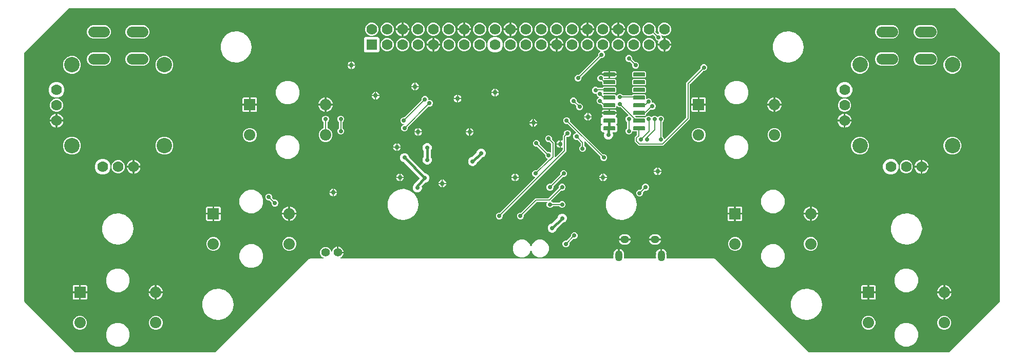
<source format=gbr>
G04 EAGLE Gerber RS-274X export*
G75*
%MOMM*%
%FSLAX34Y34*%
%LPD*%
%INTop Copper*%
%IPPOS*%
%AMOC8*
5,1,8,0,0,1.08239X$1,22.5*%
G01*
%ADD10C,1.208000*%
%ADD11C,1.270000*%
%ADD12C,2.540000*%
%ADD13C,1.778000*%
%ADD14C,1.778000*%
%ADD15C,0.150000*%
%ADD16R,1.778000X1.778000*%
%ADD17R,1.875000X1.875000*%
%ADD18C,1.875000*%
%ADD19C,1.422400*%
%ADD20C,0.756400*%
%ADD21C,0.400000*%
%ADD22C,0.706400*%
%ADD23C,0.200000*%

G36*
X310250Y435937D02*
X310250Y435937D01*
X310341Y435945D01*
X310371Y435957D01*
X310403Y435962D01*
X310484Y436005D01*
X310568Y436041D01*
X310600Y436067D01*
X310620Y436078D01*
X310643Y436101D01*
X310699Y436146D01*
X460633Y586080D01*
X463813Y589260D01*
X467827Y590923D01*
X488706Y590923D01*
X488802Y590938D01*
X488899Y590948D01*
X488923Y590958D01*
X488949Y590962D01*
X489035Y591008D01*
X489124Y591048D01*
X489143Y591065D01*
X489166Y591078D01*
X489233Y591148D01*
X489305Y591214D01*
X489318Y591237D01*
X489336Y591256D01*
X489377Y591344D01*
X489424Y591430D01*
X489428Y591455D01*
X489439Y591479D01*
X489450Y591576D01*
X489467Y591672D01*
X489463Y591698D01*
X489466Y591723D01*
X489446Y591819D01*
X489431Y591915D01*
X489420Y591938D01*
X489414Y591964D01*
X489364Y592047D01*
X489320Y592134D01*
X489301Y592153D01*
X489288Y592175D01*
X489214Y592238D01*
X489144Y592306D01*
X489116Y592322D01*
X489101Y592335D01*
X489070Y592347D01*
X488997Y592387D01*
X487338Y593075D01*
X484775Y595638D01*
X483387Y598987D01*
X483387Y602613D01*
X484775Y605962D01*
X487338Y608525D01*
X490687Y609913D01*
X494313Y609913D01*
X497662Y608525D01*
X500225Y605962D01*
X501593Y602659D01*
X501614Y602627D01*
X501626Y602591D01*
X501678Y602523D01*
X501723Y602450D01*
X501752Y602426D01*
X501776Y602396D01*
X501847Y602348D01*
X501913Y602293D01*
X501948Y602280D01*
X501980Y602258D01*
X502062Y602236D01*
X502142Y602205D01*
X502180Y602203D01*
X502217Y602193D01*
X502302Y602198D01*
X502388Y602195D01*
X502425Y602205D01*
X502462Y602207D01*
X502542Y602239D01*
X502624Y602263D01*
X502655Y602285D01*
X502691Y602299D01*
X502756Y602355D01*
X502826Y602403D01*
X502849Y602434D01*
X502878Y602459D01*
X502922Y602532D01*
X502973Y602601D01*
X502985Y602637D01*
X503004Y602670D01*
X503049Y602831D01*
X503085Y603060D01*
X503554Y604505D01*
X504244Y605859D01*
X505137Y607088D01*
X506212Y608163D01*
X507441Y609056D01*
X508795Y609746D01*
X510240Y610215D01*
X510977Y610332D01*
X510977Y601562D01*
X510980Y601542D01*
X510978Y601523D01*
X511000Y601421D01*
X511017Y601319D01*
X511026Y601302D01*
X511030Y601282D01*
X511083Y601193D01*
X511132Y601102D01*
X511146Y601088D01*
X511156Y601071D01*
X511235Y601004D01*
X511310Y600933D01*
X511328Y600924D01*
X511343Y600911D01*
X511439Y600873D01*
X511533Y600829D01*
X511553Y600827D01*
X511571Y600819D01*
X511738Y600801D01*
X512501Y600801D01*
X512501Y600038D01*
X512504Y600018D01*
X512502Y599999D01*
X512524Y599897D01*
X512541Y599795D01*
X512550Y599778D01*
X512554Y599758D01*
X512607Y599669D01*
X512656Y599578D01*
X512670Y599564D01*
X512680Y599547D01*
X512759Y599480D01*
X512834Y599409D01*
X512852Y599400D01*
X512867Y599387D01*
X512963Y599348D01*
X513057Y599305D01*
X513077Y599303D01*
X513095Y599295D01*
X513262Y599277D01*
X522032Y599277D01*
X521915Y598540D01*
X521446Y597095D01*
X520756Y595741D01*
X519863Y594512D01*
X518788Y593437D01*
X517559Y592544D01*
X517202Y592362D01*
X517147Y592322D01*
X517087Y592290D01*
X517049Y592250D01*
X517004Y592217D01*
X516965Y592161D01*
X516918Y592112D01*
X516894Y592061D01*
X516862Y592015D01*
X516843Y591950D01*
X516814Y591889D01*
X516808Y591833D01*
X516792Y591780D01*
X516795Y591712D01*
X516787Y591645D01*
X516799Y591590D01*
X516801Y591534D01*
X516825Y591470D01*
X516840Y591404D01*
X516868Y591356D01*
X516888Y591304D01*
X516931Y591251D01*
X516966Y591193D01*
X517008Y591157D01*
X517044Y591113D01*
X517101Y591077D01*
X517153Y591033D01*
X517205Y591012D01*
X517252Y590982D01*
X517318Y590967D01*
X517381Y590941D01*
X517459Y590933D01*
X517491Y590925D01*
X517512Y590927D01*
X517547Y590923D01*
X966171Y590923D01*
X966264Y590938D01*
X966358Y590946D01*
X966385Y590958D01*
X966413Y590962D01*
X966497Y591007D01*
X966583Y591044D01*
X966605Y591064D01*
X966631Y591078D01*
X966696Y591146D01*
X966766Y591209D01*
X966780Y591235D01*
X966800Y591256D01*
X966840Y591342D01*
X966886Y591424D01*
X966892Y591452D01*
X966904Y591479D01*
X966909Y591526D01*
X966911Y591527D01*
X966952Y591548D01*
X966996Y591561D01*
X967060Y591605D01*
X967129Y591642D01*
X967160Y591675D01*
X967198Y591701D01*
X967244Y591763D01*
X967298Y591820D01*
X967317Y591862D01*
X967345Y591898D01*
X967369Y591972D01*
X967402Y592043D01*
X967407Y592089D01*
X967421Y592132D01*
X967420Y592210D01*
X967429Y592287D01*
X967419Y592332D01*
X967419Y592378D01*
X967380Y592510D01*
X967376Y592528D01*
X967374Y592532D01*
X967372Y592539D01*
X967199Y592957D01*
X967007Y593920D01*
X966983Y593985D01*
X966969Y594052D01*
X966940Y594099D01*
X966921Y594151D01*
X966907Y594167D01*
X966908Y594197D01*
X966921Y594261D01*
X966913Y594344D01*
X966915Y594377D01*
X966909Y594396D01*
X966909Y594400D01*
X966919Y594422D01*
X966957Y594480D01*
X966980Y594553D01*
X966994Y594583D01*
X966996Y594604D01*
X967007Y594640D01*
X967159Y595402D01*
X967161Y595467D01*
X967173Y595531D01*
X967166Y595614D01*
X967167Y595647D01*
X967162Y595666D01*
X967159Y595699D01*
X967007Y596460D01*
X966983Y596525D01*
X966969Y596592D01*
X966940Y596639D01*
X966921Y596691D01*
X966907Y596707D01*
X966908Y596737D01*
X966921Y596801D01*
X966913Y596884D01*
X966915Y596917D01*
X966909Y596936D01*
X966909Y596940D01*
X966919Y596962D01*
X966957Y597020D01*
X966980Y597093D01*
X966994Y597123D01*
X966996Y597144D01*
X967007Y597180D01*
X967199Y598143D01*
X967372Y598561D01*
X967381Y598600D01*
X967393Y598625D01*
X967393Y598628D01*
X967402Y598647D01*
X967410Y598724D01*
X967428Y598800D01*
X967424Y598846D01*
X967429Y598891D01*
X967412Y598968D01*
X967405Y599045D01*
X967386Y599087D01*
X967376Y599132D01*
X967337Y599199D01*
X967305Y599270D01*
X967274Y599303D01*
X967250Y599343D01*
X967191Y599394D01*
X967138Y599451D01*
X967098Y599473D01*
X967063Y599503D01*
X966991Y599532D01*
X966972Y599542D01*
X967199Y600683D01*
X967869Y602301D01*
X968842Y603758D01*
X970080Y604996D01*
X971537Y605969D01*
X973155Y606639D01*
X974225Y606852D01*
X974225Y598852D01*
X974228Y598832D01*
X974226Y598813D01*
X974248Y598711D01*
X974265Y598609D01*
X974274Y598592D01*
X974278Y598572D01*
X974331Y598483D01*
X974380Y598392D01*
X974394Y598378D01*
X974404Y598361D01*
X974483Y598294D01*
X974558Y598223D01*
X974576Y598214D01*
X974591Y598201D01*
X974687Y598163D01*
X974781Y598119D01*
X974801Y598117D01*
X974819Y598109D01*
X974986Y598091D01*
X976510Y598091D01*
X976530Y598094D01*
X976549Y598092D01*
X976651Y598114D01*
X976753Y598131D01*
X976770Y598140D01*
X976790Y598144D01*
X976879Y598197D01*
X976970Y598246D01*
X976984Y598260D01*
X977001Y598270D01*
X977068Y598349D01*
X977139Y598424D01*
X977148Y598442D01*
X977161Y598457D01*
X977200Y598553D01*
X977243Y598647D01*
X977245Y598667D01*
X977253Y598685D01*
X977271Y598852D01*
X977271Y606852D01*
X978341Y606639D01*
X979959Y605969D01*
X981416Y604996D01*
X982654Y603758D01*
X983627Y602301D01*
X984297Y600683D01*
X984523Y599546D01*
X984500Y599539D01*
X984436Y599495D01*
X984367Y599458D01*
X984336Y599425D01*
X984298Y599399D01*
X984252Y599336D01*
X984198Y599280D01*
X984179Y599238D01*
X984151Y599202D01*
X984127Y599128D01*
X984094Y599057D01*
X984089Y599011D01*
X984075Y598968D01*
X984076Y598890D01*
X984067Y598812D01*
X984077Y598768D01*
X984077Y598722D01*
X984116Y598591D01*
X984120Y598572D01*
X984122Y598568D01*
X984124Y598561D01*
X984297Y598143D01*
X984489Y597180D01*
X984513Y597115D01*
X984527Y597048D01*
X984556Y597001D01*
X984575Y596949D01*
X984589Y596933D01*
X984588Y596903D01*
X984575Y596839D01*
X984583Y596756D01*
X984581Y596723D01*
X984587Y596704D01*
X984587Y596700D01*
X984577Y596678D01*
X984539Y596620D01*
X984516Y596546D01*
X984502Y596517D01*
X984500Y596496D01*
X984489Y596460D01*
X984337Y595699D01*
X984335Y595633D01*
X984323Y595569D01*
X984330Y595486D01*
X984329Y595453D01*
X984334Y595434D01*
X984337Y595401D01*
X984489Y594639D01*
X984513Y594575D01*
X984527Y594508D01*
X984556Y594461D01*
X984575Y594409D01*
X984589Y594393D01*
X984588Y594363D01*
X984575Y594299D01*
X984581Y594234D01*
X984580Y594223D01*
X984582Y594211D01*
X984581Y594183D01*
X984587Y594164D01*
X984587Y594160D01*
X984577Y594138D01*
X984539Y594080D01*
X984516Y594007D01*
X984502Y593977D01*
X984500Y593956D01*
X984489Y593920D01*
X984297Y592957D01*
X984124Y592539D01*
X984114Y592495D01*
X984094Y592453D01*
X984086Y592376D01*
X984068Y592300D01*
X984072Y592254D01*
X984067Y592209D01*
X984084Y592132D01*
X984091Y592055D01*
X984110Y592013D01*
X984120Y591968D01*
X984160Y591901D01*
X984191Y591830D01*
X984222Y591796D01*
X984246Y591757D01*
X984305Y591707D01*
X984358Y591649D01*
X984398Y591627D01*
X984433Y591597D01*
X984505Y591568D01*
X984573Y591531D01*
X984588Y591528D01*
X984597Y591496D01*
X984617Y591404D01*
X984632Y591379D01*
X984641Y591351D01*
X984695Y591274D01*
X984744Y591193D01*
X984766Y591174D01*
X984783Y591150D01*
X984859Y591095D01*
X984930Y591033D01*
X984958Y591022D01*
X984981Y591005D01*
X985071Y590977D01*
X985159Y590941D01*
X985195Y590937D01*
X985216Y590931D01*
X985248Y590931D01*
X985325Y590923D01*
X1036275Y590923D01*
X1036368Y590938D01*
X1036462Y590946D01*
X1036489Y590958D01*
X1036517Y590962D01*
X1036601Y591007D01*
X1036687Y591044D01*
X1036709Y591064D01*
X1036735Y591078D01*
X1036800Y591146D01*
X1036870Y591209D01*
X1036884Y591235D01*
X1036904Y591256D01*
X1036944Y591342D01*
X1036990Y591424D01*
X1036996Y591452D01*
X1037008Y591479D01*
X1037018Y591573D01*
X1037019Y591578D01*
X1037059Y591605D01*
X1037127Y591642D01*
X1037159Y591675D01*
X1037197Y591701D01*
X1037243Y591764D01*
X1037297Y591820D01*
X1037316Y591862D01*
X1037344Y591898D01*
X1037368Y591972D01*
X1037400Y592043D01*
X1037405Y592089D01*
X1037420Y592132D01*
X1037419Y592210D01*
X1037428Y592287D01*
X1037418Y592332D01*
X1037417Y592378D01*
X1037379Y592510D01*
X1037375Y592528D01*
X1037373Y592532D01*
X1037371Y592539D01*
X1037303Y592703D01*
X1037061Y593920D01*
X1037037Y593985D01*
X1037022Y594052D01*
X1036994Y594099D01*
X1036993Y594101D01*
X1036999Y594134D01*
X1036994Y594200D01*
X1037010Y594226D01*
X1037033Y594299D01*
X1037047Y594329D01*
X1037050Y594350D01*
X1037061Y594385D01*
X1037263Y595401D01*
X1037265Y595467D01*
X1037277Y595531D01*
X1037270Y595614D01*
X1037271Y595647D01*
X1037266Y595666D01*
X1037263Y595699D01*
X1037162Y596206D01*
X1037138Y596271D01*
X1037123Y596338D01*
X1037095Y596385D01*
X1037075Y596437D01*
X1037032Y596490D01*
X1037026Y596499D01*
X1037035Y596544D01*
X1037038Y596610D01*
X1037050Y596674D01*
X1037043Y596757D01*
X1037044Y596790D01*
X1037038Y596809D01*
X1037035Y596841D01*
X1037027Y596882D01*
X1037045Y596900D01*
X1037074Y596962D01*
X1037111Y597020D01*
X1037134Y597093D01*
X1037148Y597123D01*
X1037151Y597144D01*
X1037162Y597180D01*
X1037303Y597889D01*
X1037581Y598561D01*
X1037590Y598600D01*
X1037602Y598625D01*
X1037602Y598628D01*
X1037611Y598647D01*
X1037619Y598724D01*
X1037637Y598800D01*
X1037633Y598846D01*
X1037638Y598891D01*
X1037621Y598968D01*
X1037614Y599045D01*
X1037595Y599087D01*
X1037586Y599132D01*
X1037546Y599199D01*
X1037514Y599270D01*
X1037483Y599303D01*
X1037459Y599343D01*
X1037400Y599394D01*
X1037348Y599451D01*
X1037308Y599473D01*
X1037273Y599503D01*
X1037200Y599532D01*
X1037132Y599569D01*
X1037087Y599578D01*
X1037083Y599579D01*
X1037303Y600683D01*
X1037973Y602301D01*
X1038946Y603758D01*
X1040184Y604996D01*
X1041641Y605969D01*
X1043259Y606639D01*
X1044329Y606852D01*
X1044329Y598852D01*
X1044332Y598832D01*
X1044330Y598813D01*
X1044352Y598711D01*
X1044369Y598609D01*
X1044378Y598592D01*
X1044382Y598572D01*
X1044435Y598483D01*
X1044484Y598392D01*
X1044498Y598378D01*
X1044508Y598361D01*
X1044587Y598294D01*
X1044662Y598223D01*
X1044680Y598214D01*
X1044695Y598201D01*
X1044791Y598163D01*
X1044885Y598119D01*
X1044905Y598117D01*
X1044923Y598109D01*
X1045090Y598091D01*
X1046614Y598091D01*
X1046634Y598094D01*
X1046653Y598092D01*
X1046755Y598114D01*
X1046857Y598131D01*
X1046874Y598140D01*
X1046894Y598144D01*
X1046983Y598197D01*
X1047074Y598246D01*
X1047088Y598260D01*
X1047105Y598270D01*
X1047172Y598349D01*
X1047243Y598424D01*
X1047252Y598442D01*
X1047265Y598457D01*
X1047304Y598553D01*
X1047347Y598647D01*
X1047349Y598667D01*
X1047357Y598685D01*
X1047375Y598852D01*
X1047375Y606852D01*
X1048445Y606639D01*
X1050063Y605969D01*
X1051520Y604996D01*
X1052758Y603758D01*
X1053731Y602301D01*
X1054401Y600683D01*
X1054621Y599580D01*
X1054584Y599573D01*
X1054543Y599552D01*
X1054499Y599539D01*
X1054435Y599495D01*
X1054366Y599458D01*
X1054335Y599425D01*
X1054297Y599399D01*
X1054250Y599336D01*
X1054197Y599280D01*
X1054177Y599238D01*
X1054150Y599202D01*
X1054126Y599128D01*
X1054093Y599057D01*
X1054088Y599011D01*
X1054074Y598968D01*
X1054075Y598890D01*
X1054066Y598812D01*
X1054076Y598768D01*
X1054076Y598722D01*
X1054114Y598591D01*
X1054118Y598572D01*
X1054121Y598568D01*
X1054123Y598561D01*
X1054401Y597889D01*
X1054542Y597180D01*
X1054566Y597115D01*
X1054581Y597048D01*
X1054609Y597001D01*
X1054629Y596949D01*
X1054672Y596896D01*
X1054678Y596887D01*
X1054669Y596841D01*
X1054666Y596776D01*
X1054654Y596712D01*
X1054661Y596629D01*
X1054660Y596596D01*
X1054666Y596577D01*
X1054669Y596544D01*
X1054677Y596504D01*
X1054659Y596486D01*
X1054630Y596424D01*
X1054593Y596366D01*
X1054570Y596293D01*
X1054556Y596263D01*
X1054553Y596242D01*
X1054542Y596206D01*
X1054441Y595698D01*
X1054439Y595633D01*
X1054427Y595569D01*
X1054434Y595486D01*
X1054433Y595453D01*
X1054438Y595434D01*
X1054441Y595401D01*
X1054643Y594386D01*
X1054667Y594321D01*
X1054682Y594254D01*
X1054710Y594207D01*
X1054711Y594205D01*
X1054705Y594172D01*
X1054710Y594105D01*
X1054694Y594080D01*
X1054671Y594007D01*
X1054657Y593977D01*
X1054654Y593956D01*
X1054643Y593920D01*
X1054401Y592703D01*
X1054333Y592539D01*
X1054323Y592495D01*
X1054304Y592453D01*
X1054295Y592376D01*
X1054277Y592300D01*
X1054282Y592254D01*
X1054276Y592209D01*
X1054293Y592133D01*
X1054300Y592055D01*
X1054319Y592013D01*
X1054329Y591968D01*
X1054369Y591901D01*
X1054400Y591830D01*
X1054431Y591796D01*
X1054455Y591757D01*
X1054514Y591707D01*
X1054567Y591649D01*
X1054607Y591627D01*
X1054642Y591597D01*
X1054675Y591584D01*
X1054701Y591496D01*
X1054721Y591404D01*
X1054736Y591379D01*
X1054745Y591351D01*
X1054799Y591274D01*
X1054848Y591193D01*
X1054870Y591174D01*
X1054887Y591150D01*
X1054963Y591095D01*
X1055034Y591033D01*
X1055062Y591022D01*
X1055085Y591005D01*
X1055175Y590977D01*
X1055263Y590941D01*
X1055299Y590937D01*
X1055320Y590931D01*
X1055352Y590931D01*
X1055429Y590923D01*
X1132173Y590923D01*
X1136187Y589260D01*
X1139367Y586080D01*
X1289301Y436146D01*
X1289375Y436093D01*
X1289445Y436033D01*
X1289475Y436021D01*
X1289501Y436002D01*
X1289588Y435975D01*
X1289673Y435941D01*
X1289714Y435937D01*
X1289736Y435930D01*
X1289768Y435931D01*
X1289840Y435923D01*
X1520160Y435923D01*
X1520250Y435937D01*
X1520341Y435945D01*
X1520371Y435957D01*
X1520403Y435962D01*
X1520484Y436005D01*
X1520568Y436041D01*
X1520600Y436067D01*
X1520620Y436078D01*
X1520643Y436101D01*
X1520699Y436146D01*
X1603854Y519301D01*
X1603907Y519375D01*
X1603967Y519445D01*
X1603979Y519475D01*
X1603998Y519501D01*
X1604025Y519588D01*
X1604059Y519673D01*
X1604063Y519714D01*
X1604070Y519736D01*
X1604069Y519768D01*
X1604077Y519840D01*
X1604077Y930160D01*
X1604063Y930250D01*
X1604055Y930341D01*
X1604043Y930371D01*
X1604038Y930403D01*
X1603995Y930484D01*
X1603959Y930568D01*
X1603933Y930600D01*
X1603922Y930620D01*
X1603899Y930643D01*
X1603854Y930699D01*
X1530699Y1003854D01*
X1530625Y1003907D01*
X1530555Y1003967D01*
X1530525Y1003979D01*
X1530499Y1003998D01*
X1530412Y1004025D01*
X1530327Y1004059D01*
X1530286Y1004063D01*
X1530264Y1004070D01*
X1530232Y1004069D01*
X1530160Y1004077D01*
X69840Y1004077D01*
X69750Y1004063D01*
X69659Y1004055D01*
X69629Y1004043D01*
X69597Y1004038D01*
X69516Y1003995D01*
X69432Y1003959D01*
X69400Y1003933D01*
X69380Y1003922D01*
X69357Y1003899D01*
X69301Y1003854D01*
X-3854Y930699D01*
X-3907Y930625D01*
X-3967Y930555D01*
X-3979Y930525D01*
X-3998Y930499D01*
X-4025Y930412D01*
X-4059Y930327D01*
X-4063Y930286D01*
X-4070Y930264D01*
X-4069Y930232D01*
X-4077Y930160D01*
X-4077Y519840D01*
X-4063Y519750D01*
X-4055Y519659D01*
X-4043Y519629D01*
X-4038Y519597D01*
X-3995Y519516D01*
X-3959Y519432D01*
X-3933Y519400D01*
X-3922Y519380D01*
X-3899Y519357D01*
X-3854Y519301D01*
X79301Y436146D01*
X79375Y436093D01*
X79445Y436033D01*
X79475Y436021D01*
X79501Y436002D01*
X79588Y435975D01*
X79673Y435941D01*
X79714Y435937D01*
X79736Y435930D01*
X79768Y435931D01*
X79840Y435923D01*
X310160Y435923D01*
X310250Y435937D01*
G37*
%LPC*%
G36*
X1008757Y776999D02*
X1008757Y776999D01*
X1001999Y783757D01*
X1001999Y791243D01*
X1005526Y794770D01*
X1005579Y794844D01*
X1005639Y794913D01*
X1005651Y794944D01*
X1005670Y794970D01*
X1005697Y795057D01*
X1005731Y795142D01*
X1005735Y795182D01*
X1005742Y795205D01*
X1005741Y795237D01*
X1005749Y795308D01*
X1005749Y800288D01*
X1005746Y800308D01*
X1005748Y800327D01*
X1005726Y800429D01*
X1005710Y800531D01*
X1005700Y800548D01*
X1005696Y800568D01*
X1005643Y800657D01*
X1005594Y800748D01*
X1005580Y800762D01*
X1005570Y800779D01*
X1005491Y800846D01*
X1005416Y800918D01*
X1005398Y800926D01*
X1005383Y800939D01*
X1005287Y800978D01*
X1005193Y801021D01*
X1005173Y801023D01*
X1005155Y801031D01*
X1004988Y801049D01*
X999361Y801049D01*
X999332Y801078D01*
X999274Y801119D01*
X999222Y801169D01*
X999175Y801191D01*
X999133Y801221D01*
X999064Y801242D01*
X998999Y801272D01*
X998947Y801278D01*
X998897Y801294D01*
X998826Y801292D01*
X998755Y801300D01*
X998704Y801288D01*
X998652Y801287D01*
X998584Y801263D01*
X998514Y801247D01*
X998469Y801221D01*
X998421Y801203D01*
X998365Y801158D01*
X998303Y801121D01*
X998269Y801082D01*
X998229Y801049D01*
X998190Y800989D01*
X998143Y800934D01*
X998124Y800886D01*
X998096Y800842D01*
X998078Y800773D01*
X998051Y800706D01*
X998043Y800635D01*
X998035Y800604D01*
X998037Y800580D01*
X998033Y800539D01*
X998033Y800149D01*
X997190Y798116D01*
X995634Y796560D01*
X993601Y795717D01*
X991399Y795717D01*
X989366Y796560D01*
X987810Y798116D01*
X986967Y800149D01*
X986967Y802351D01*
X987810Y804384D01*
X989276Y805851D01*
X989329Y805925D01*
X989389Y805994D01*
X989401Y806024D01*
X989420Y806051D01*
X989447Y806137D01*
X989481Y806222D01*
X989485Y806263D01*
X989492Y806286D01*
X989491Y806318D01*
X989499Y806389D01*
X989499Y816111D01*
X989485Y816201D01*
X989477Y816292D01*
X989465Y816322D01*
X989460Y816354D01*
X989417Y816434D01*
X989381Y816518D01*
X989355Y816550D01*
X989344Y816571D01*
X989321Y816593D01*
X989276Y816649D01*
X987810Y818116D01*
X986967Y820149D01*
X986967Y822351D01*
X987810Y824384D01*
X989366Y825940D01*
X991283Y826735D01*
X991322Y826759D01*
X991365Y826775D01*
X991426Y826823D01*
X991492Y826864D01*
X991522Y826900D01*
X991557Y826928D01*
X991599Y826994D01*
X991649Y827054D01*
X991666Y827097D01*
X991690Y827135D01*
X991709Y827211D01*
X991737Y827283D01*
X991739Y827329D01*
X991750Y827374D01*
X991744Y827451D01*
X991748Y827529D01*
X991735Y827573D01*
X991731Y827619D01*
X991701Y827690D01*
X991679Y827765D01*
X991653Y827803D01*
X991635Y827845D01*
X991550Y827952D01*
X991539Y827967D01*
X991535Y827970D01*
X991530Y827976D01*
X979012Y840494D01*
X978938Y840547D01*
X978869Y840607D01*
X978838Y840619D01*
X978812Y840638D01*
X978725Y840665D01*
X978640Y840699D01*
X978600Y840703D01*
X978577Y840710D01*
X978545Y840709D01*
X978474Y840717D01*
X976399Y840717D01*
X974366Y841560D01*
X972950Y842975D01*
X972892Y843017D01*
X972840Y843066D01*
X972819Y843076D01*
X972814Y843081D01*
X972790Y843091D01*
X972751Y843119D01*
X972682Y843140D01*
X972617Y843170D01*
X972565Y843176D01*
X972515Y843191D01*
X972444Y843189D01*
X972373Y843197D01*
X972322Y843186D01*
X972270Y843185D01*
X972202Y843160D01*
X972132Y843145D01*
X972087Y843118D01*
X972039Y843100D01*
X971983Y843055D01*
X971921Y843019D01*
X971887Y842979D01*
X971847Y842947D01*
X971808Y842886D01*
X971795Y842872D01*
X971782Y842858D01*
X971781Y842855D01*
X971761Y842832D01*
X971742Y842784D01*
X971714Y842740D01*
X971697Y842674D01*
X971679Y842635D01*
X971678Y842625D01*
X971669Y842604D01*
X971661Y842532D01*
X971653Y842501D01*
X971655Y842478D01*
X971651Y842437D01*
X971651Y840761D01*
X970039Y839149D01*
X950261Y839149D01*
X948649Y840761D01*
X948649Y843042D01*
X948635Y843132D01*
X948627Y843223D01*
X948615Y843253D01*
X948610Y843285D01*
X948567Y843365D01*
X948531Y843449D01*
X948505Y843481D01*
X948494Y843502D01*
X948471Y843524D01*
X948426Y843580D01*
X946512Y845494D01*
X946438Y845547D01*
X946369Y845607D01*
X946339Y845619D01*
X946312Y845638D01*
X946225Y845665D01*
X946140Y845699D01*
X946100Y845703D01*
X946077Y845710D01*
X946045Y845709D01*
X945974Y845717D01*
X943899Y845717D01*
X941866Y846560D01*
X940310Y848116D01*
X939467Y850149D01*
X939467Y852351D01*
X940310Y854384D01*
X941866Y855940D01*
X942424Y856172D01*
X942485Y856209D01*
X942551Y856239D01*
X942589Y856274D01*
X942633Y856301D01*
X942679Y856357D01*
X942732Y856405D01*
X942757Y856451D01*
X942790Y856491D01*
X942816Y856558D01*
X942850Y856621D01*
X942860Y856672D01*
X942878Y856720D01*
X942881Y856792D01*
X942894Y856863D01*
X942887Y856914D01*
X942889Y856966D01*
X942869Y857035D01*
X942858Y857106D01*
X942835Y857152D01*
X942820Y857202D01*
X942779Y857261D01*
X942747Y857325D01*
X942710Y857362D01*
X942680Y857404D01*
X942623Y857447D01*
X942571Y857497D01*
X942508Y857532D01*
X942483Y857551D01*
X942460Y857558D01*
X942424Y857578D01*
X941866Y857810D01*
X940310Y859366D01*
X939467Y861399D01*
X939467Y862456D01*
X939464Y862476D01*
X939466Y862495D01*
X939444Y862597D01*
X939428Y862699D01*
X939418Y862716D01*
X939414Y862736D01*
X939361Y862825D01*
X939312Y862916D01*
X939298Y862930D01*
X939288Y862947D01*
X939209Y863014D01*
X939134Y863086D01*
X939116Y863094D01*
X939101Y863107D01*
X939005Y863146D01*
X938911Y863189D01*
X938891Y863191D01*
X938873Y863199D01*
X938706Y863217D01*
X936399Y863217D01*
X934366Y864060D01*
X932810Y865616D01*
X931967Y867649D01*
X931967Y869851D01*
X932810Y871884D01*
X934366Y873440D01*
X936399Y874283D01*
X938601Y874283D01*
X940634Y873440D01*
X940851Y873224D01*
X940925Y873171D01*
X940994Y873111D01*
X941024Y873099D01*
X941051Y873080D01*
X941137Y873053D01*
X941222Y873019D01*
X941263Y873015D01*
X941286Y873008D01*
X941318Y873009D01*
X941389Y873001D01*
X948395Y873001D01*
X948485Y873015D01*
X948576Y873023D01*
X948606Y873035D01*
X948638Y873040D01*
X948719Y873083D01*
X948803Y873119D01*
X948835Y873145D01*
X948855Y873156D01*
X948878Y873179D01*
X948934Y873224D01*
X950261Y874551D01*
X970039Y874551D01*
X971651Y872939D01*
X971651Y866161D01*
X970039Y864549D01*
X951279Y864549D01*
X951234Y864542D01*
X951188Y864544D01*
X951113Y864522D01*
X951036Y864510D01*
X950996Y864488D01*
X950952Y864475D01*
X950888Y864431D01*
X950819Y864394D01*
X950787Y864361D01*
X950750Y864335D01*
X950703Y864272D01*
X950650Y864216D01*
X950630Y864174D01*
X950603Y864138D01*
X950579Y864064D01*
X950546Y863993D01*
X950541Y863947D01*
X950527Y863904D01*
X950527Y863826D01*
X950519Y863749D01*
X950529Y863704D01*
X950529Y863658D01*
X950533Y863645D01*
X950533Y862612D01*
X950536Y862592D01*
X950534Y862573D01*
X950556Y862471D01*
X950572Y862369D01*
X950582Y862352D01*
X950586Y862332D01*
X950639Y862243D01*
X950688Y862152D01*
X950702Y862138D01*
X950712Y862121D01*
X950791Y862054D01*
X950866Y861982D01*
X950884Y861974D01*
X950899Y861961D01*
X950995Y861922D01*
X951089Y861879D01*
X951109Y861877D01*
X951127Y861869D01*
X951294Y861851D01*
X970039Y861851D01*
X971549Y860341D01*
X971586Y860314D01*
X971617Y860281D01*
X971686Y860243D01*
X971749Y860198D01*
X971792Y860184D01*
X971833Y860162D01*
X971909Y860148D01*
X971984Y860125D01*
X972030Y860126D01*
X972075Y860118D01*
X972152Y860130D01*
X972230Y860132D01*
X972273Y860147D01*
X972318Y860154D01*
X972388Y860189D01*
X972461Y860216D01*
X972497Y860245D01*
X972537Y860266D01*
X972592Y860321D01*
X972653Y860370D01*
X972678Y860408D01*
X972710Y860441D01*
X972776Y860561D01*
X972786Y860577D01*
X972787Y860582D01*
X972791Y860588D01*
X972810Y860634D01*
X974366Y862190D01*
X976399Y863033D01*
X978601Y863033D01*
X980634Y862190D01*
X982101Y860724D01*
X982175Y860671D01*
X982244Y860611D01*
X982274Y860599D01*
X982301Y860580D01*
X982387Y860553D01*
X982472Y860519D01*
X982513Y860515D01*
X982536Y860508D01*
X982568Y860509D01*
X982639Y860501D01*
X997695Y860501D01*
X997785Y860515D01*
X997876Y860523D01*
X997906Y860535D01*
X997938Y860540D01*
X998019Y860583D01*
X998103Y860619D01*
X998135Y860645D01*
X998155Y860656D01*
X998178Y860679D01*
X998234Y860724D01*
X999361Y861851D01*
X1019139Y861851D01*
X1020751Y860239D01*
X1020751Y855368D01*
X1020754Y855350D01*
X1020752Y855332D01*
X1020757Y855306D01*
X1020756Y855277D01*
X1020778Y855202D01*
X1020790Y855125D01*
X1020801Y855105D01*
X1020804Y855092D01*
X1020815Y855073D01*
X1020825Y855040D01*
X1020869Y854976D01*
X1020906Y854908D01*
X1020925Y854889D01*
X1020930Y854881D01*
X1020944Y854869D01*
X1020965Y854838D01*
X1021028Y854792D01*
X1021084Y854738D01*
X1021111Y854726D01*
X1021117Y854721D01*
X1021131Y854715D01*
X1021162Y854692D01*
X1021236Y854667D01*
X1021307Y854635D01*
X1021339Y854631D01*
X1021345Y854629D01*
X1021361Y854627D01*
X1021396Y854615D01*
X1021460Y854616D01*
X1021512Y854610D01*
X1021521Y854610D01*
X1021524Y854611D01*
X1021551Y854608D01*
X1021596Y854617D01*
X1021642Y854618D01*
X1021740Y854646D01*
X1021764Y854650D01*
X1021776Y854656D01*
X1021792Y854660D01*
X1021796Y854662D01*
X1021803Y854664D01*
X1023899Y855533D01*
X1026101Y855533D01*
X1028134Y854690D01*
X1029690Y853134D01*
X1030533Y851101D01*
X1030533Y848794D01*
X1030536Y848774D01*
X1030534Y848755D01*
X1030556Y848653D01*
X1030572Y848551D01*
X1030582Y848534D01*
X1030586Y848514D01*
X1030639Y848425D01*
X1030688Y848334D01*
X1030702Y848320D01*
X1030712Y848303D01*
X1030791Y848236D01*
X1030866Y848164D01*
X1030884Y848156D01*
X1030899Y848143D01*
X1030995Y848104D01*
X1031089Y848061D01*
X1031109Y848059D01*
X1031127Y848051D01*
X1031294Y848033D01*
X1032351Y848033D01*
X1034384Y847190D01*
X1035940Y845634D01*
X1036783Y843601D01*
X1036783Y841399D01*
X1035940Y839366D01*
X1034384Y837810D01*
X1032351Y836967D01*
X1030149Y836967D01*
X1029602Y837194D01*
X1029489Y837221D01*
X1029375Y837249D01*
X1029369Y837249D01*
X1029363Y837250D01*
X1029246Y837239D01*
X1029130Y837230D01*
X1029124Y837228D01*
X1029118Y837227D01*
X1029010Y837179D01*
X1028904Y837134D01*
X1028898Y837129D01*
X1028893Y837127D01*
X1028879Y837114D01*
X1028773Y837029D01*
X1021129Y829385D01*
X1021052Y829344D01*
X1021038Y829330D01*
X1021021Y829320D01*
X1020954Y829241D01*
X1020882Y829166D01*
X1020874Y829148D01*
X1020861Y829133D01*
X1020822Y829037D01*
X1020779Y828943D01*
X1020777Y828923D01*
X1020769Y828905D01*
X1020751Y828738D01*
X1020751Y828061D01*
X1019139Y826449D01*
X1003382Y826449D01*
X1003311Y826438D01*
X1003240Y826436D01*
X1003191Y826418D01*
X1003139Y826410D01*
X1003076Y826376D01*
X1003009Y826351D01*
X1002968Y826319D01*
X1002922Y826294D01*
X1002873Y826242D01*
X1002817Y826198D01*
X1002789Y826154D01*
X1002753Y826116D01*
X1002722Y826051D01*
X1002684Y825991D01*
X1002671Y825940D01*
X1002649Y825893D01*
X1002641Y825822D01*
X1002624Y825752D01*
X1002628Y825700D01*
X1002622Y825649D01*
X1002637Y825578D01*
X1002643Y825507D01*
X1002663Y825459D01*
X1002674Y825408D01*
X1002711Y825347D01*
X1002739Y825281D01*
X1002784Y825225D01*
X1002800Y825197D01*
X1002805Y825193D01*
X1002806Y825192D01*
X1002820Y825180D01*
X1002844Y825150D01*
X1004020Y823974D01*
X1004094Y823921D01*
X1004163Y823861D01*
X1004193Y823849D01*
X1004220Y823830D01*
X1004307Y823803D01*
X1004392Y823769D01*
X1004433Y823765D01*
X1004455Y823758D01*
X1004487Y823759D01*
X1004558Y823751D01*
X1019231Y823751D01*
X1019260Y823735D01*
X1019336Y823721D01*
X1019410Y823699D01*
X1019456Y823700D01*
X1019502Y823692D01*
X1019579Y823703D01*
X1019656Y823705D01*
X1019699Y823721D01*
X1019745Y823727D01*
X1019814Y823763D01*
X1019887Y823789D01*
X1019923Y823818D01*
X1019964Y823839D01*
X1020019Y823894D01*
X1020079Y823943D01*
X1020104Y823982D01*
X1020136Y824014D01*
X1020202Y824134D01*
X1020212Y824150D01*
X1020214Y824155D01*
X1020217Y824161D01*
X1020310Y824384D01*
X1021866Y825940D01*
X1023899Y826783D01*
X1026101Y826783D01*
X1028134Y825940D01*
X1029462Y824613D01*
X1029478Y824601D01*
X1029490Y824586D01*
X1029578Y824530D01*
X1029661Y824469D01*
X1029680Y824463D01*
X1029697Y824453D01*
X1029798Y824427D01*
X1029897Y824397D01*
X1029916Y824397D01*
X1029936Y824393D01*
X1030039Y824401D01*
X1030142Y824403D01*
X1030161Y824410D01*
X1030181Y824412D01*
X1030276Y824452D01*
X1030373Y824488D01*
X1030389Y824500D01*
X1030407Y824508D01*
X1030538Y824613D01*
X1031866Y825940D01*
X1033899Y826783D01*
X1036101Y826783D01*
X1038134Y825940D01*
X1039462Y824613D01*
X1039478Y824601D01*
X1039490Y824586D01*
X1039578Y824529D01*
X1039661Y824469D01*
X1039680Y824463D01*
X1039697Y824453D01*
X1039798Y824427D01*
X1039897Y824397D01*
X1039916Y824397D01*
X1039936Y824393D01*
X1040039Y824401D01*
X1040142Y824403D01*
X1040161Y824410D01*
X1040181Y824412D01*
X1040276Y824452D01*
X1040373Y824488D01*
X1040389Y824500D01*
X1040407Y824508D01*
X1040538Y824613D01*
X1041866Y825940D01*
X1043899Y826783D01*
X1046101Y826783D01*
X1048134Y825940D01*
X1049690Y824384D01*
X1050533Y822351D01*
X1050533Y820149D01*
X1049690Y818116D01*
X1048224Y816649D01*
X1048171Y816575D01*
X1048111Y816506D01*
X1048099Y816476D01*
X1048080Y816449D01*
X1048053Y816363D01*
X1048019Y816278D01*
X1048015Y816237D01*
X1048008Y816214D01*
X1048009Y816182D01*
X1048001Y816111D01*
X1048001Y792639D01*
X1048015Y792549D01*
X1048023Y792458D01*
X1048035Y792428D01*
X1048040Y792396D01*
X1048083Y792316D01*
X1048119Y792232D01*
X1048145Y792200D01*
X1048156Y792179D01*
X1048179Y792157D01*
X1048224Y792101D01*
X1049690Y790634D01*
X1050485Y788717D01*
X1050509Y788678D01*
X1050525Y788635D01*
X1050573Y788574D01*
X1050614Y788508D01*
X1050650Y788478D01*
X1050678Y788443D01*
X1050744Y788401D01*
X1050804Y788351D01*
X1050846Y788334D01*
X1050885Y788310D01*
X1050961Y788291D01*
X1051033Y788263D01*
X1051079Y788261D01*
X1051124Y788250D01*
X1051201Y788256D01*
X1051279Y788252D01*
X1051323Y788265D01*
X1051369Y788269D01*
X1051440Y788299D01*
X1051515Y788321D01*
X1051553Y788347D01*
X1051595Y788365D01*
X1051702Y788450D01*
X1051717Y788461D01*
X1051720Y788465D01*
X1051726Y788470D01*
X1086776Y823520D01*
X1086829Y823594D01*
X1086889Y823663D01*
X1086901Y823694D01*
X1086920Y823720D01*
X1086947Y823807D01*
X1086981Y823892D01*
X1086985Y823932D01*
X1086992Y823955D01*
X1086991Y823987D01*
X1086999Y824058D01*
X1086999Y881243D01*
X1110494Y904738D01*
X1110547Y904812D01*
X1110607Y904881D01*
X1110619Y904912D01*
X1110638Y904938D01*
X1110665Y905025D01*
X1110699Y905110D01*
X1110703Y905150D01*
X1110710Y905173D01*
X1110709Y905205D01*
X1110717Y905276D01*
X1110717Y907351D01*
X1111560Y909384D01*
X1113116Y910940D01*
X1115149Y911783D01*
X1117351Y911783D01*
X1119384Y910940D01*
X1120940Y909384D01*
X1121783Y907351D01*
X1121783Y905149D01*
X1120940Y903116D01*
X1119384Y901560D01*
X1117351Y900717D01*
X1115276Y900717D01*
X1115186Y900703D01*
X1115095Y900695D01*
X1115065Y900683D01*
X1115034Y900678D01*
X1114953Y900635D01*
X1114869Y900599D01*
X1114837Y900573D01*
X1114816Y900562D01*
X1114794Y900539D01*
X1114738Y900494D01*
X1093224Y878980D01*
X1093171Y878906D01*
X1093111Y878837D01*
X1093099Y878806D01*
X1093080Y878780D01*
X1093053Y878693D01*
X1093019Y878608D01*
X1093015Y878568D01*
X1093008Y878545D01*
X1093009Y878513D01*
X1093001Y878442D01*
X1093001Y821257D01*
X1048743Y776999D01*
X1008757Y776999D01*
G37*
%LPD*%
%LPC*%
G36*
X777649Y655717D02*
X777649Y655717D01*
X775616Y656560D01*
X774060Y658116D01*
X773217Y660149D01*
X773217Y662351D01*
X774060Y664384D01*
X775616Y665940D01*
X777649Y666783D01*
X779724Y666783D01*
X779814Y666797D01*
X779905Y666805D01*
X779935Y666817D01*
X779966Y666822D01*
X780047Y666865D01*
X780131Y666901D01*
X780163Y666927D01*
X780184Y666938D01*
X780206Y666961D01*
X780262Y667006D01*
X837780Y724524D01*
X837807Y724561D01*
X837841Y724592D01*
X837878Y724661D01*
X837924Y724724D01*
X837937Y724767D01*
X837959Y724808D01*
X837973Y724884D01*
X837996Y724959D01*
X837995Y725005D01*
X838003Y725050D01*
X837992Y725127D01*
X837990Y725205D01*
X837974Y725248D01*
X837967Y725293D01*
X837932Y725362D01*
X837905Y725436D01*
X837877Y725471D01*
X837856Y725512D01*
X837800Y725567D01*
X837752Y725628D01*
X837713Y725652D01*
X837680Y725685D01*
X837560Y725751D01*
X837545Y725761D01*
X837540Y725762D01*
X837533Y725765D01*
X835616Y726560D01*
X834060Y728116D01*
X833217Y730149D01*
X833217Y732351D01*
X834060Y734384D01*
X835616Y735940D01*
X837649Y736783D01*
X839724Y736783D01*
X839814Y736797D01*
X839905Y736805D01*
X839935Y736817D01*
X839967Y736822D01*
X840047Y736865D01*
X840131Y736901D01*
X840163Y736927D01*
X840184Y736938D01*
X840206Y736961D01*
X840262Y737006D01*
X858026Y754770D01*
X858146Y754890D01*
X858173Y754927D01*
X858207Y754958D01*
X858244Y755026D01*
X858290Y755090D01*
X858303Y755133D01*
X858325Y755174D01*
X858339Y755250D01*
X858362Y755325D01*
X858361Y755371D01*
X858369Y755416D01*
X858358Y755493D01*
X858356Y755571D01*
X858340Y755614D01*
X858333Y755659D01*
X858298Y755729D01*
X858271Y755802D01*
X858243Y755837D01*
X858222Y755878D01*
X858166Y755933D01*
X858118Y755994D01*
X858079Y756018D01*
X858046Y756051D01*
X857926Y756117D01*
X857911Y756127D01*
X857906Y756128D01*
X857899Y756132D01*
X856866Y756560D01*
X855310Y758116D01*
X854467Y760149D01*
X854467Y762224D01*
X854453Y762314D01*
X854445Y762405D01*
X854433Y762435D01*
X854428Y762466D01*
X854385Y762547D01*
X854349Y762631D01*
X854323Y762663D01*
X854312Y762684D01*
X854289Y762706D01*
X854244Y762762D01*
X841512Y775494D01*
X841438Y775547D01*
X841369Y775607D01*
X841338Y775619D01*
X841312Y775638D01*
X841225Y775665D01*
X841140Y775699D01*
X841100Y775703D01*
X841077Y775710D01*
X841045Y775709D01*
X840974Y775717D01*
X838899Y775717D01*
X836866Y776560D01*
X835310Y778116D01*
X834467Y780149D01*
X834467Y782351D01*
X835310Y784384D01*
X836866Y785940D01*
X838899Y786783D01*
X841101Y786783D01*
X843134Y785940D01*
X844690Y784384D01*
X845533Y782351D01*
X845533Y780276D01*
X845547Y780186D01*
X845555Y780095D01*
X845567Y780065D01*
X845572Y780034D01*
X845615Y779953D01*
X845651Y779869D01*
X845677Y779837D01*
X845688Y779816D01*
X845711Y779794D01*
X845756Y779738D01*
X858488Y767006D01*
X858562Y766953D01*
X858631Y766893D01*
X858662Y766881D01*
X858688Y766862D01*
X858775Y766835D01*
X858860Y766801D01*
X858900Y766797D01*
X858923Y766790D01*
X858955Y766791D01*
X859026Y766783D01*
X861101Y766783D01*
X863134Y765940D01*
X863200Y765875D01*
X863258Y765833D01*
X863310Y765784D01*
X863357Y765762D01*
X863399Y765731D01*
X863468Y765710D01*
X863533Y765680D01*
X863585Y765674D01*
X863634Y765659D01*
X863706Y765661D01*
X863777Y765653D01*
X863828Y765664D01*
X863880Y765665D01*
X863948Y765690D01*
X864018Y765705D01*
X864063Y765732D01*
X864111Y765750D01*
X864167Y765794D01*
X864229Y765831D01*
X864263Y765871D01*
X864303Y765903D01*
X864342Y765964D01*
X864389Y766018D01*
X864408Y766066D01*
X864436Y766110D01*
X864454Y766180D01*
X864481Y766246D01*
X864489Y766318D01*
X864497Y766349D01*
X864495Y766372D01*
X864499Y766413D01*
X864499Y779692D01*
X864485Y779782D01*
X864477Y779873D01*
X864465Y779903D01*
X864460Y779934D01*
X864417Y780015D01*
X864381Y780099D01*
X864355Y780131D01*
X864344Y780152D01*
X864321Y780174D01*
X864276Y780230D01*
X861512Y782994D01*
X861438Y783047D01*
X861369Y783107D01*
X861339Y783119D01*
X861312Y783138D01*
X861225Y783165D01*
X861140Y783199D01*
X861100Y783203D01*
X861077Y783210D01*
X861045Y783209D01*
X860974Y783217D01*
X858899Y783217D01*
X856866Y784060D01*
X855310Y785616D01*
X854467Y787649D01*
X854467Y789851D01*
X855310Y791884D01*
X856866Y793440D01*
X858899Y794283D01*
X861101Y794283D01*
X863134Y793440D01*
X864690Y791884D01*
X865533Y789851D01*
X865533Y787776D01*
X865547Y787686D01*
X865555Y787595D01*
X865567Y787565D01*
X865572Y787533D01*
X865615Y787453D01*
X865651Y787369D01*
X865677Y787337D01*
X865688Y787316D01*
X865711Y787294D01*
X865756Y787238D01*
X870501Y782493D01*
X870501Y759082D01*
X870512Y759011D01*
X870514Y758940D01*
X870532Y758891D01*
X870540Y758839D01*
X870574Y758776D01*
X870599Y758709D01*
X870631Y758668D01*
X870656Y758622D01*
X870708Y758573D01*
X870752Y758517D01*
X870796Y758489D01*
X870834Y758453D01*
X870899Y758423D01*
X870959Y758384D01*
X871010Y758371D01*
X871057Y758349D01*
X871128Y758341D01*
X871198Y758324D01*
X871250Y758328D01*
X871301Y758322D01*
X871372Y758337D01*
X871443Y758343D01*
X871491Y758363D01*
X871542Y758374D01*
X871603Y758411D01*
X871669Y758439D01*
X871725Y758484D01*
X871753Y758500D01*
X871768Y758518D01*
X871800Y758544D01*
X883026Y769770D01*
X883079Y769844D01*
X883139Y769913D01*
X883151Y769944D01*
X883170Y769970D01*
X883197Y770057D01*
X883231Y770142D01*
X883235Y770182D01*
X883242Y770205D01*
X883241Y770237D01*
X883249Y770308D01*
X883249Y773583D01*
X883242Y773629D01*
X883244Y773674D01*
X883222Y773749D01*
X883210Y773826D01*
X883188Y773867D01*
X883175Y773911D01*
X883131Y773975D01*
X883094Y774043D01*
X883061Y774075D01*
X883035Y774113D01*
X882972Y774159D01*
X882916Y774213D01*
X882874Y774232D01*
X882838Y774260D01*
X882764Y774284D01*
X882693Y774316D01*
X882647Y774321D01*
X882604Y774336D01*
X882526Y774335D01*
X882449Y774344D01*
X882404Y774334D01*
X882358Y774333D01*
X882227Y774295D01*
X882208Y774291D01*
X882204Y774289D01*
X882197Y774287D01*
X881312Y773920D01*
X880342Y773727D01*
X880342Y779887D01*
X880339Y779906D01*
X880341Y779926D01*
X880328Y779986D01*
X880342Y780113D01*
X880342Y786273D01*
X881312Y786080D01*
X882197Y785713D01*
X882241Y785703D01*
X882283Y785684D01*
X882360Y785675D01*
X882436Y785657D01*
X882482Y785662D01*
X882527Y785656D01*
X882604Y785673D01*
X882681Y785680D01*
X882723Y785699D01*
X882768Y785709D01*
X882835Y785749D01*
X882906Y785780D01*
X882940Y785811D01*
X882979Y785835D01*
X883030Y785894D01*
X883087Y785947D01*
X883109Y785987D01*
X883139Y786022D01*
X883168Y786094D01*
X883205Y786162D01*
X883214Y786207D01*
X883231Y786250D01*
X883246Y786386D01*
X883249Y786404D01*
X883248Y786409D01*
X883249Y786417D01*
X883249Y793743D01*
X885230Y795724D01*
X885494Y795988D01*
X885547Y796062D01*
X885607Y796131D01*
X885619Y796161D01*
X885638Y796188D01*
X885665Y796275D01*
X885699Y796360D01*
X885703Y796400D01*
X885710Y796423D01*
X885709Y796455D01*
X885717Y796526D01*
X885717Y798601D01*
X886560Y800634D01*
X888116Y802190D01*
X890149Y803033D01*
X892351Y803033D01*
X894384Y802190D01*
X895940Y800634D01*
X896783Y798601D01*
X896783Y796399D01*
X895940Y794366D01*
X894384Y792810D01*
X892351Y791967D01*
X890276Y791967D01*
X890186Y791953D01*
X890095Y791945D01*
X890065Y791933D01*
X890033Y791928D01*
X889953Y791885D01*
X889869Y791849D01*
X889837Y791823D01*
X889816Y791812D01*
X889794Y791789D01*
X889738Y791744D01*
X889474Y791480D01*
X889421Y791406D01*
X889361Y791337D01*
X889349Y791306D01*
X889330Y791280D01*
X889303Y791193D01*
X889269Y791108D01*
X889265Y791067D01*
X889258Y791045D01*
X889259Y791013D01*
X889251Y790942D01*
X889251Y767507D01*
X784506Y662762D01*
X784453Y662688D01*
X784393Y662619D01*
X784381Y662588D01*
X784362Y662562D01*
X784335Y662475D01*
X784301Y662390D01*
X784297Y662350D01*
X784290Y662327D01*
X784291Y662295D01*
X784283Y662224D01*
X784283Y660149D01*
X783440Y658116D01*
X781884Y656560D01*
X779851Y655717D01*
X777649Y655717D01*
G37*
%LPD*%
%LPC*%
G36*
X612909Y655080D02*
X612909Y655080D01*
X604386Y659324D01*
X597971Y666360D01*
X594532Y675239D01*
X594532Y684761D01*
X597971Y693640D01*
X604386Y700676D01*
X612909Y704920D01*
X622391Y705799D01*
X631549Y703193D01*
X639147Y697455D01*
X644160Y689360D01*
X645910Y680000D01*
X644160Y670640D01*
X639147Y662545D01*
X631549Y656807D01*
X622391Y654201D01*
X612909Y655080D01*
G37*
%LPD*%
%LPC*%
G36*
X1247909Y915080D02*
X1247909Y915080D01*
X1239386Y919324D01*
X1232971Y926360D01*
X1229532Y935239D01*
X1229532Y944761D01*
X1232971Y953640D01*
X1239386Y960676D01*
X1247909Y964920D01*
X1257391Y965799D01*
X1266549Y963193D01*
X1274147Y957455D01*
X1279160Y949360D01*
X1280910Y940000D01*
X1279160Y930640D01*
X1274147Y922545D01*
X1266549Y916807D01*
X1257391Y914201D01*
X1247909Y915080D01*
G37*
%LPD*%
%LPC*%
G36*
X142909Y615080D02*
X142909Y615080D01*
X134386Y619324D01*
X127971Y626360D01*
X124532Y635239D01*
X124532Y644761D01*
X127971Y653640D01*
X134386Y660676D01*
X142909Y664920D01*
X152391Y665799D01*
X161549Y663193D01*
X169147Y657455D01*
X174160Y649360D01*
X175910Y640000D01*
X174160Y630640D01*
X169147Y622545D01*
X161549Y616807D01*
X152391Y614201D01*
X142909Y615080D01*
G37*
%LPD*%
%LPC*%
G36*
X1277909Y490080D02*
X1277909Y490080D01*
X1269386Y494324D01*
X1262971Y501360D01*
X1259532Y510239D01*
X1259532Y519761D01*
X1262971Y528640D01*
X1269386Y535676D01*
X1277909Y539920D01*
X1287391Y540799D01*
X1296549Y538193D01*
X1304147Y532455D01*
X1309160Y524360D01*
X1310910Y515000D01*
X1309160Y505640D01*
X1304147Y497545D01*
X1296549Y491807D01*
X1287391Y489201D01*
X1277909Y490080D01*
G37*
%LPD*%
%LPC*%
G36*
X972909Y655080D02*
X972909Y655080D01*
X964386Y659324D01*
X957971Y666360D01*
X954532Y675239D01*
X954532Y684761D01*
X957971Y693640D01*
X964386Y700676D01*
X972910Y704920D01*
X982391Y705799D01*
X991549Y703193D01*
X999147Y697455D01*
X1004160Y689360D01*
X1005910Y680000D01*
X1004160Y670640D01*
X999147Y662545D01*
X991549Y656807D01*
X982391Y654201D01*
X972909Y655080D01*
G37*
%LPD*%
%LPC*%
G36*
X337909Y915080D02*
X337909Y915080D01*
X329386Y919324D01*
X322971Y926360D01*
X319532Y935239D01*
X319532Y944761D01*
X322971Y953640D01*
X329386Y960676D01*
X337909Y964920D01*
X347391Y965799D01*
X356549Y963193D01*
X364147Y957455D01*
X369160Y949360D01*
X370910Y940000D01*
X369160Y930640D01*
X364147Y922545D01*
X356549Y916807D01*
X347391Y914201D01*
X337909Y915080D01*
G37*
%LPD*%
%LPC*%
G36*
X307909Y490080D02*
X307909Y490080D01*
X299386Y494324D01*
X292971Y501360D01*
X289532Y510239D01*
X289532Y519761D01*
X292971Y528640D01*
X299386Y535676D01*
X307909Y539920D01*
X317391Y540799D01*
X326549Y538193D01*
X334147Y532455D01*
X339160Y524360D01*
X340910Y515000D01*
X339160Y505640D01*
X334147Y497545D01*
X326549Y491807D01*
X317391Y489201D01*
X307909Y490080D01*
G37*
%LPD*%
%LPC*%
G36*
X1442909Y615080D02*
X1442909Y615080D01*
X1434386Y619324D01*
X1427971Y626360D01*
X1424532Y635239D01*
X1424532Y644761D01*
X1427971Y653640D01*
X1434386Y660676D01*
X1442909Y664920D01*
X1452391Y665799D01*
X1461549Y663193D01*
X1469147Y657455D01*
X1474160Y649360D01*
X1475910Y640000D01*
X1474160Y630640D01*
X1469147Y622545D01*
X1461549Y616807D01*
X1452391Y614201D01*
X1442909Y615080D01*
G37*
%LPD*%
%LPC*%
G36*
X813084Y592739D02*
X813084Y592739D01*
X807695Y594971D01*
X803571Y599095D01*
X801339Y604484D01*
X801339Y610316D01*
X803571Y615705D01*
X807695Y619829D01*
X813084Y622061D01*
X818916Y622061D01*
X824305Y619829D01*
X828429Y615705D01*
X830297Y611195D01*
X830335Y611134D01*
X830364Y611069D01*
X830399Y611030D01*
X830426Y610986D01*
X830482Y610940D01*
X830530Y610888D01*
X830576Y610862D01*
X830616Y610829D01*
X830683Y610804D01*
X830746Y610769D01*
X830797Y610760D01*
X830845Y610741D01*
X830917Y610738D01*
X830988Y610725D01*
X831039Y610733D01*
X831091Y610731D01*
X831160Y610751D01*
X831231Y610761D01*
X831277Y610785D01*
X831327Y610799D01*
X831386Y610840D01*
X831450Y610873D01*
X831487Y610910D01*
X831529Y610939D01*
X831572Y610997D01*
X831622Y611048D01*
X831657Y611111D01*
X831676Y611137D01*
X831683Y611159D01*
X831703Y611195D01*
X833571Y615705D01*
X837695Y619829D01*
X843084Y622061D01*
X848916Y622061D01*
X854305Y619829D01*
X858429Y615705D01*
X860661Y610316D01*
X860661Y604484D01*
X858429Y599095D01*
X854305Y594971D01*
X848916Y592739D01*
X843084Y592739D01*
X837695Y594971D01*
X833571Y599095D01*
X831703Y603605D01*
X831666Y603666D01*
X831636Y603731D01*
X831601Y603770D01*
X831574Y603814D01*
X831519Y603860D01*
X831470Y603912D01*
X831424Y603938D01*
X831384Y603971D01*
X831317Y603996D01*
X831254Y604031D01*
X831203Y604040D01*
X831155Y604059D01*
X831083Y604062D01*
X831012Y604075D01*
X830961Y604067D01*
X830909Y604069D01*
X830840Y604049D01*
X830769Y604039D01*
X830723Y604015D01*
X830673Y604001D01*
X830614Y603960D01*
X830550Y603927D01*
X830513Y603890D01*
X830471Y603861D01*
X830428Y603803D01*
X830378Y603752D01*
X830343Y603689D01*
X830324Y603663D01*
X830317Y603641D01*
X830297Y603605D01*
X828429Y599095D01*
X824305Y594971D01*
X818916Y592739D01*
X813084Y592739D01*
G37*
%LPD*%
%LPC*%
G36*
X366139Y575589D02*
X366139Y575589D01*
X359005Y578544D01*
X353544Y584005D01*
X350589Y591139D01*
X350589Y598861D01*
X353544Y605995D01*
X359005Y611456D01*
X366139Y614411D01*
X373861Y614411D01*
X380995Y611456D01*
X386456Y605995D01*
X389411Y598861D01*
X389411Y591139D01*
X386456Y584005D01*
X380995Y578544D01*
X373861Y575589D01*
X366139Y575589D01*
G37*
%LPD*%
%LPC*%
G36*
X1226139Y665589D02*
X1226139Y665589D01*
X1219005Y668544D01*
X1213544Y674005D01*
X1210589Y681139D01*
X1210589Y688861D01*
X1213544Y695995D01*
X1219005Y701456D01*
X1226139Y704411D01*
X1233861Y704411D01*
X1240995Y701456D01*
X1246456Y695995D01*
X1249411Y688861D01*
X1249411Y681139D01*
X1246456Y674005D01*
X1240995Y668544D01*
X1233861Y665589D01*
X1226139Y665589D01*
G37*
%LPD*%
%LPC*%
G36*
X366139Y665589D02*
X366139Y665589D01*
X359005Y668544D01*
X353544Y674005D01*
X350589Y681139D01*
X350589Y688861D01*
X353544Y695995D01*
X359005Y701456D01*
X366139Y704411D01*
X373861Y704411D01*
X380995Y701456D01*
X386456Y695995D01*
X389411Y688861D01*
X389411Y681139D01*
X386456Y674005D01*
X380995Y668544D01*
X373861Y665589D01*
X366139Y665589D01*
G37*
%LPD*%
%LPC*%
G36*
X1446139Y445589D02*
X1446139Y445589D01*
X1439005Y448544D01*
X1433544Y454005D01*
X1430589Y461139D01*
X1430589Y468861D01*
X1433544Y475995D01*
X1439005Y481456D01*
X1446139Y484411D01*
X1453861Y484411D01*
X1460995Y481456D01*
X1466456Y475995D01*
X1469411Y468861D01*
X1469411Y461139D01*
X1466456Y454005D01*
X1460995Y448544D01*
X1453861Y445589D01*
X1446139Y445589D01*
G37*
%LPD*%
%LPC*%
G36*
X426139Y755589D02*
X426139Y755589D01*
X419005Y758544D01*
X413544Y764005D01*
X410589Y771139D01*
X410589Y778861D01*
X413544Y785995D01*
X419005Y791456D01*
X426139Y794411D01*
X433861Y794411D01*
X440995Y791456D01*
X446456Y785995D01*
X449411Y778861D01*
X449411Y771139D01*
X446456Y764005D01*
X440995Y758544D01*
X433861Y755589D01*
X426139Y755589D01*
G37*
%LPD*%
%LPC*%
G36*
X1166139Y845589D02*
X1166139Y845589D01*
X1159005Y848544D01*
X1153544Y854005D01*
X1150589Y861139D01*
X1150589Y868861D01*
X1153544Y875995D01*
X1159005Y881456D01*
X1166139Y884411D01*
X1173861Y884411D01*
X1180995Y881456D01*
X1186456Y875995D01*
X1189411Y868861D01*
X1189411Y861139D01*
X1186456Y854005D01*
X1180995Y848544D01*
X1173861Y845589D01*
X1166139Y845589D01*
G37*
%LPD*%
%LPC*%
G36*
X146139Y535589D02*
X146139Y535589D01*
X139005Y538544D01*
X133544Y544005D01*
X130589Y551139D01*
X130589Y558861D01*
X133544Y565995D01*
X139005Y571456D01*
X146139Y574411D01*
X153861Y574411D01*
X160995Y571456D01*
X166456Y565995D01*
X169411Y558861D01*
X169411Y551139D01*
X166456Y544005D01*
X160995Y538544D01*
X153861Y535589D01*
X146139Y535589D01*
G37*
%LPD*%
%LPC*%
G36*
X426139Y845589D02*
X426139Y845589D01*
X419005Y848544D01*
X413544Y854005D01*
X410589Y861139D01*
X410589Y868861D01*
X413544Y875995D01*
X419005Y881456D01*
X426139Y884411D01*
X433861Y884411D01*
X440995Y881456D01*
X446456Y875995D01*
X449411Y868861D01*
X449411Y861139D01*
X446456Y854005D01*
X440995Y848544D01*
X433861Y845589D01*
X426139Y845589D01*
G37*
%LPD*%
%LPC*%
G36*
X1226139Y575589D02*
X1226139Y575589D01*
X1219005Y578544D01*
X1213544Y584005D01*
X1210589Y591139D01*
X1210589Y598861D01*
X1213544Y605995D01*
X1219005Y611456D01*
X1226139Y614411D01*
X1233861Y614411D01*
X1240995Y611456D01*
X1246456Y605995D01*
X1249411Y598861D01*
X1249411Y591139D01*
X1246456Y584005D01*
X1240995Y578544D01*
X1233861Y575589D01*
X1226139Y575589D01*
G37*
%LPD*%
%LPC*%
G36*
X146139Y445589D02*
X146139Y445589D01*
X139005Y448544D01*
X133544Y454005D01*
X130589Y461139D01*
X130589Y468861D01*
X133544Y475995D01*
X139005Y481456D01*
X146139Y484411D01*
X153861Y484411D01*
X160995Y481456D01*
X166456Y475995D01*
X169411Y468861D01*
X169411Y461139D01*
X166456Y454005D01*
X160995Y448544D01*
X153861Y445589D01*
X146139Y445589D01*
G37*
%LPD*%
%LPC*%
G36*
X1446139Y535589D02*
X1446139Y535589D01*
X1439005Y538544D01*
X1433544Y544005D01*
X1430589Y551139D01*
X1430589Y558861D01*
X1433544Y565995D01*
X1439005Y571456D01*
X1446139Y574411D01*
X1453861Y574411D01*
X1460995Y571456D01*
X1466456Y565995D01*
X1469411Y558861D01*
X1469411Y551139D01*
X1466456Y544005D01*
X1460995Y538544D01*
X1453861Y535589D01*
X1446139Y535589D01*
G37*
%LPD*%
%LPC*%
G36*
X1166139Y755589D02*
X1166139Y755589D01*
X1159005Y758544D01*
X1153544Y764005D01*
X1150589Y771139D01*
X1150589Y778861D01*
X1153544Y785995D01*
X1159005Y791456D01*
X1166139Y794411D01*
X1173861Y794411D01*
X1180995Y791456D01*
X1186456Y785995D01*
X1189411Y778861D01*
X1189411Y771139D01*
X1186456Y764005D01*
X1180995Y758544D01*
X1173861Y755589D01*
X1166139Y755589D01*
G37*
%LPD*%
%LPC*%
G36*
X621399Y800717D02*
X621399Y800717D01*
X619366Y801560D01*
X617810Y803116D01*
X616967Y805149D01*
X616967Y807351D01*
X617810Y809384D01*
X619366Y810940D01*
X621327Y811753D01*
X621410Y811804D01*
X621496Y811850D01*
X621514Y811868D01*
X621536Y811882D01*
X621598Y811958D01*
X621665Y812028D01*
X621676Y812052D01*
X621693Y812072D01*
X621728Y812163D01*
X621769Y812251D01*
X621772Y812277D01*
X621781Y812301D01*
X621785Y812399D01*
X621796Y812495D01*
X621790Y812521D01*
X621791Y812547D01*
X621764Y812641D01*
X621744Y812736D01*
X621730Y812758D01*
X621723Y812783D01*
X621667Y812863D01*
X621617Y812947D01*
X621598Y812964D01*
X621583Y812985D01*
X621505Y813044D01*
X621431Y813107D01*
X621406Y813117D01*
X621385Y813132D01*
X621293Y813162D01*
X621202Y813199D01*
X621170Y813202D01*
X621151Y813208D01*
X621118Y813208D01*
X621036Y813217D01*
X620149Y813217D01*
X618116Y814060D01*
X616560Y815616D01*
X615717Y817649D01*
X615717Y819851D01*
X616560Y821884D01*
X618116Y823440D01*
X620149Y824283D01*
X622224Y824283D01*
X622314Y824297D01*
X622405Y824305D01*
X622435Y824317D01*
X622466Y824322D01*
X622547Y824365D01*
X622631Y824401D01*
X622663Y824427D01*
X622684Y824438D01*
X622706Y824461D01*
X622762Y824506D01*
X650494Y852238D01*
X650547Y852312D01*
X650607Y852381D01*
X650619Y852412D01*
X650638Y852438D01*
X650665Y852525D01*
X650699Y852610D01*
X650703Y852650D01*
X650710Y852673D01*
X650709Y852705D01*
X650717Y852776D01*
X650717Y854851D01*
X651560Y856884D01*
X653116Y858440D01*
X655149Y859283D01*
X657351Y859283D01*
X659384Y858440D01*
X660940Y856884D01*
X661783Y854851D01*
X661783Y853794D01*
X661786Y853774D01*
X661784Y853755D01*
X661806Y853653D01*
X661822Y853551D01*
X661832Y853534D01*
X661836Y853514D01*
X661889Y853425D01*
X661938Y853334D01*
X661952Y853320D01*
X661962Y853303D01*
X662041Y853236D01*
X662116Y853164D01*
X662134Y853156D01*
X662149Y853143D01*
X662245Y853104D01*
X662339Y853061D01*
X662359Y853059D01*
X662377Y853051D01*
X662544Y853033D01*
X664851Y853033D01*
X666884Y852190D01*
X668440Y850634D01*
X669283Y848601D01*
X669283Y846399D01*
X668440Y844366D01*
X666884Y842810D01*
X664851Y841967D01*
X662776Y841967D01*
X662686Y841953D01*
X662595Y841945D01*
X662565Y841933D01*
X662534Y841928D01*
X662453Y841885D01*
X662369Y841849D01*
X662337Y841823D01*
X662316Y841812D01*
X662294Y841789D01*
X662238Y841744D01*
X628256Y807762D01*
X628203Y807688D01*
X628143Y807619D01*
X628131Y807588D01*
X628112Y807562D01*
X628085Y807475D01*
X628051Y807390D01*
X628047Y807350D01*
X628040Y807327D01*
X628041Y807295D01*
X628033Y807224D01*
X628033Y805149D01*
X627190Y803116D01*
X625634Y801560D01*
X623601Y800717D01*
X621399Y800717D01*
G37*
%LPD*%
%LPC*%
G36*
X642252Y699967D02*
X642252Y699967D01*
X639483Y701114D01*
X637364Y703233D01*
X636217Y706002D01*
X636217Y708998D01*
X637364Y711767D01*
X637526Y711929D01*
X637579Y712003D01*
X637639Y712073D01*
X637651Y712103D01*
X637670Y712129D01*
X637697Y712216D01*
X637731Y712301D01*
X637735Y712342D01*
X637742Y712364D01*
X637741Y712396D01*
X637746Y712435D01*
X638663Y714649D01*
X647225Y723212D01*
X647237Y723228D01*
X647253Y723240D01*
X647309Y723328D01*
X647369Y723411D01*
X647375Y723430D01*
X647386Y723447D01*
X647411Y723548D01*
X647441Y723647D01*
X647441Y723666D01*
X647446Y723686D01*
X647438Y723789D01*
X647435Y723892D01*
X647428Y723911D01*
X647427Y723931D01*
X647386Y724026D01*
X647350Y724123D01*
X647338Y724139D01*
X647330Y724157D01*
X647225Y724288D01*
X621769Y749744D01*
X621695Y749797D01*
X621626Y749857D01*
X621596Y749869D01*
X621570Y749888D01*
X621483Y749915D01*
X621398Y749949D01*
X621357Y749953D01*
X621335Y749960D01*
X621302Y749959D01*
X621231Y749967D01*
X621002Y749967D01*
X618233Y751114D01*
X616114Y753233D01*
X614967Y756002D01*
X614967Y758998D01*
X616114Y761767D01*
X618233Y763886D01*
X621002Y765033D01*
X623998Y765033D01*
X626767Y763886D01*
X628886Y761767D01*
X630033Y758998D01*
X630033Y758769D01*
X630047Y758679D01*
X630055Y758588D01*
X630067Y758558D01*
X630072Y758526D01*
X630115Y758445D01*
X630151Y758362D01*
X630177Y758329D01*
X630188Y758309D01*
X630211Y758287D01*
X630256Y758231D01*
X656981Y731506D01*
X657055Y731453D01*
X657124Y731393D01*
X657154Y731381D01*
X657180Y731362D01*
X657267Y731335D01*
X657352Y731301D01*
X657393Y731297D01*
X657415Y731290D01*
X657448Y731291D01*
X657519Y731283D01*
X657748Y731283D01*
X660517Y730136D01*
X662636Y728017D01*
X663783Y725248D01*
X663783Y722252D01*
X662636Y719483D01*
X660517Y717364D01*
X657748Y716217D01*
X657519Y716217D01*
X657429Y716203D01*
X657338Y716195D01*
X657308Y716183D01*
X657276Y716178D01*
X657195Y716135D01*
X657112Y716099D01*
X657079Y716073D01*
X657059Y716062D01*
X657037Y716039D01*
X656981Y715994D01*
X651262Y710276D01*
X651194Y710181D01*
X651124Y710087D01*
X651122Y710081D01*
X651119Y710076D01*
X651084Y709964D01*
X651048Y709853D01*
X651048Y709847D01*
X651046Y709841D01*
X651049Y709724D01*
X651050Y709607D01*
X651053Y709600D01*
X651053Y709595D01*
X651059Y709578D01*
X651097Y709446D01*
X651283Y708998D01*
X651283Y706002D01*
X650136Y703233D01*
X648017Y701114D01*
X645248Y699967D01*
X642252Y699967D01*
G37*
%LPD*%
%LPC*%
G36*
X1039868Y945523D02*
X1039868Y945523D01*
X1040051Y946677D01*
X1040607Y948388D01*
X1041230Y949610D01*
X1041253Y949682D01*
X1041285Y949751D01*
X1041290Y949799D01*
X1041304Y949845D01*
X1041303Y949920D01*
X1041312Y949995D01*
X1041301Y950043D01*
X1041301Y950091D01*
X1041275Y950162D01*
X1041259Y950236D01*
X1041235Y950277D01*
X1041219Y950323D01*
X1041172Y950382D01*
X1041133Y950447D01*
X1041097Y950478D01*
X1041067Y950516D01*
X1041004Y950558D01*
X1040946Y950607D01*
X1040902Y950625D01*
X1040861Y950651D01*
X1040788Y950671D01*
X1040718Y950699D01*
X1040653Y950706D01*
X1040624Y950714D01*
X1040598Y950712D01*
X1040551Y950717D01*
X1040149Y950717D01*
X1038116Y951560D01*
X1036560Y953116D01*
X1035717Y955149D01*
X1035717Y957224D01*
X1035703Y957314D01*
X1035695Y957405D01*
X1035683Y957435D01*
X1035678Y957467D01*
X1035635Y957547D01*
X1035599Y957631D01*
X1035573Y957663D01*
X1035562Y957684D01*
X1035539Y957706D01*
X1035494Y957762D01*
X1033067Y960189D01*
X1033051Y960201D01*
X1033039Y960216D01*
X1032951Y960272D01*
X1032868Y960333D01*
X1032849Y960338D01*
X1032832Y960349D01*
X1032731Y960374D01*
X1032633Y960405D01*
X1032613Y960404D01*
X1032593Y960409D01*
X1032490Y960401D01*
X1032387Y960399D01*
X1032368Y960392D01*
X1032348Y960390D01*
X1032253Y960350D01*
X1032156Y960314D01*
X1032140Y960302D01*
X1032122Y960294D01*
X1031991Y960189D01*
X1031969Y960167D01*
X1027966Y958509D01*
X1023634Y958509D01*
X1019631Y960167D01*
X1016567Y963231D01*
X1014909Y967234D01*
X1014909Y971566D01*
X1016567Y975569D01*
X1019631Y978633D01*
X1023634Y980291D01*
X1027966Y980291D01*
X1031969Y978633D01*
X1035033Y975569D01*
X1036691Y971566D01*
X1036691Y967234D01*
X1036247Y966162D01*
X1036220Y966048D01*
X1036191Y965934D01*
X1036192Y965928D01*
X1036190Y965922D01*
X1036201Y965806D01*
X1036211Y965689D01*
X1036213Y965684D01*
X1036214Y965677D01*
X1036261Y965570D01*
X1036307Y965463D01*
X1036312Y965457D01*
X1036314Y965453D01*
X1036326Y965439D01*
X1036412Y965332D01*
X1039738Y962006D01*
X1039812Y961953D01*
X1039881Y961893D01*
X1039912Y961881D01*
X1039938Y961862D01*
X1040025Y961835D01*
X1040110Y961801D01*
X1040150Y961797D01*
X1040173Y961790D01*
X1040205Y961791D01*
X1040276Y961783D01*
X1041578Y961783D01*
X1041648Y961794D01*
X1041720Y961796D01*
X1041769Y961814D01*
X1041820Y961822D01*
X1041884Y961856D01*
X1041951Y961881D01*
X1041992Y961913D01*
X1042038Y961938D01*
X1042087Y961989D01*
X1042143Y962034D01*
X1042171Y962078D01*
X1042207Y962116D01*
X1042237Y962181D01*
X1042276Y962241D01*
X1042289Y962292D01*
X1042311Y962339D01*
X1042319Y962410D01*
X1042336Y962480D01*
X1042332Y962532D01*
X1042338Y962583D01*
X1042323Y962654D01*
X1042317Y962725D01*
X1042297Y962773D01*
X1042286Y962824D01*
X1042249Y962885D01*
X1042221Y962951D01*
X1042176Y963007D01*
X1042159Y963035D01*
X1042142Y963050D01*
X1042116Y963082D01*
X1041967Y963231D01*
X1040309Y967234D01*
X1040309Y971566D01*
X1041967Y975569D01*
X1045031Y978633D01*
X1049034Y980291D01*
X1053366Y980291D01*
X1057369Y978633D01*
X1060433Y975569D01*
X1062091Y971566D01*
X1062091Y967234D01*
X1060433Y963231D01*
X1057369Y960167D01*
X1053366Y958509D01*
X1049034Y958509D01*
X1047435Y959171D01*
X1047365Y959188D01*
X1047298Y959214D01*
X1047246Y959216D01*
X1047196Y959228D01*
X1047124Y959221D01*
X1047053Y959224D01*
X1047003Y959209D01*
X1046951Y959205D01*
X1046885Y959175D01*
X1046816Y959155D01*
X1046774Y959126D01*
X1046726Y959105D01*
X1046673Y959056D01*
X1046614Y959015D01*
X1046583Y958973D01*
X1046545Y958938D01*
X1046510Y958875D01*
X1046468Y958818D01*
X1046451Y958768D01*
X1046426Y958723D01*
X1046414Y958652D01*
X1046391Y958584D01*
X1046392Y958532D01*
X1046383Y958481D01*
X1046393Y958410D01*
X1046394Y958338D01*
X1046414Y958269D01*
X1046418Y958237D01*
X1046429Y958216D01*
X1046440Y958177D01*
X1046783Y957351D01*
X1046783Y955631D01*
X1046785Y955616D01*
X1046783Y955600D01*
X1046805Y955495D01*
X1046822Y955389D01*
X1046830Y955375D01*
X1046833Y955359D01*
X1046887Y955266D01*
X1046938Y955171D01*
X1046949Y955160D01*
X1046957Y955147D01*
X1047038Y955076D01*
X1047116Y955002D01*
X1047130Y954995D01*
X1047142Y954985D01*
X1047242Y954944D01*
X1047339Y954898D01*
X1047355Y954897D01*
X1047370Y954890D01*
X1047477Y954883D01*
X1047583Y954871D01*
X1047599Y954875D01*
X1047615Y954874D01*
X1047779Y954907D01*
X1048523Y955149D01*
X1049677Y955332D01*
X1049677Y945523D01*
X1039868Y945523D01*
G37*
%LPD*%
%LPC*%
G36*
X957252Y787467D02*
X957252Y787467D01*
X954483Y788614D01*
X952364Y790733D01*
X951217Y793502D01*
X951217Y796498D01*
X951838Y797997D01*
X951848Y798039D01*
X951863Y798073D01*
X951864Y798074D01*
X951868Y798083D01*
X951876Y798160D01*
X951894Y798236D01*
X951890Y798282D01*
X951895Y798327D01*
X951878Y798404D01*
X951871Y798481D01*
X951852Y798523D01*
X951843Y798568D01*
X951803Y798635D01*
X951771Y798706D01*
X951740Y798740D01*
X951716Y798779D01*
X951657Y798830D01*
X951605Y798887D01*
X951564Y798909D01*
X951529Y798939D01*
X951457Y798968D01*
X951389Y799005D01*
X951344Y799014D01*
X951301Y799031D01*
X951165Y799046D01*
X951147Y799049D01*
X951142Y799048D01*
X951135Y799049D01*
X949432Y799049D01*
X946649Y801832D01*
X946649Y810268D01*
X948243Y811862D01*
X948255Y811878D01*
X948270Y811890D01*
X948327Y811978D01*
X948387Y812061D01*
X948393Y812080D01*
X948403Y812097D01*
X948429Y812198D01*
X948459Y812297D01*
X948459Y812316D01*
X948463Y812336D01*
X948455Y812439D01*
X948453Y812542D01*
X948446Y812561D01*
X948444Y812581D01*
X948404Y812676D01*
X948368Y812773D01*
X948356Y812789D01*
X948348Y812807D01*
X948243Y812938D01*
X946649Y814532D01*
X946649Y822968D01*
X949276Y825594D01*
X949287Y825610D01*
X949303Y825623D01*
X949359Y825710D01*
X949419Y825794D01*
X949425Y825813D01*
X949436Y825830D01*
X949461Y825930D01*
X949491Y826029D01*
X949491Y826049D01*
X949496Y826068D01*
X949488Y826171D01*
X949485Y826275D01*
X949478Y826294D01*
X949477Y826313D01*
X949436Y826408D01*
X949401Y826506D01*
X949388Y826521D01*
X949380Y826540D01*
X949276Y826671D01*
X948767Y827179D01*
X948334Y827930D01*
X948109Y828767D01*
X948109Y829951D01*
X959412Y829951D01*
X959431Y829954D01*
X959451Y829952D01*
X959553Y829974D01*
X959655Y829990D01*
X959672Y830000D01*
X959692Y830004D01*
X959781Y830057D01*
X959872Y830106D01*
X959886Y830120D01*
X959903Y830130D01*
X959970Y830209D01*
X960041Y830284D01*
X960050Y830302D01*
X960063Y830317D01*
X960101Y830413D01*
X960145Y830507D01*
X960147Y830527D01*
X960154Y830545D01*
X960167Y830469D01*
X960176Y830452D01*
X960180Y830432D01*
X960233Y830343D01*
X960282Y830252D01*
X960296Y830238D01*
X960306Y830221D01*
X960385Y830154D01*
X960460Y830082D01*
X960478Y830074D01*
X960493Y830061D01*
X960590Y830022D01*
X960683Y829979D01*
X960703Y829977D01*
X960721Y829969D01*
X960888Y829951D01*
X972191Y829951D01*
X972191Y828767D01*
X971966Y827930D01*
X971533Y827179D01*
X971024Y826671D01*
X971013Y826654D01*
X970997Y826642D01*
X970941Y826555D01*
X970881Y826471D01*
X970875Y826452D01*
X970864Y826435D01*
X970839Y826335D01*
X970809Y826236D01*
X970809Y826216D01*
X970804Y826197D01*
X970812Y826094D01*
X970815Y825990D01*
X970822Y825971D01*
X970823Y825951D01*
X970864Y825857D01*
X970899Y825759D01*
X970912Y825743D01*
X970920Y825725D01*
X971024Y825594D01*
X973651Y822968D01*
X973651Y814532D01*
X972057Y812938D01*
X972045Y812922D01*
X972030Y812910D01*
X971974Y812822D01*
X971913Y812739D01*
X971907Y812720D01*
X971897Y812703D01*
X971871Y812602D01*
X971841Y812503D01*
X971841Y812484D01*
X971837Y812464D01*
X971845Y812361D01*
X971847Y812258D01*
X971854Y812239D01*
X971856Y812219D01*
X971896Y812124D01*
X971932Y812027D01*
X971944Y812011D01*
X971952Y811993D01*
X972057Y811862D01*
X973651Y810268D01*
X973651Y801832D01*
X970868Y799049D01*
X966365Y799049D01*
X966320Y799042D01*
X966274Y799044D01*
X966199Y799022D01*
X966123Y799010D01*
X966082Y798988D01*
X966038Y798975D01*
X965974Y798931D01*
X965905Y798894D01*
X965874Y798861D01*
X965836Y798835D01*
X965790Y798773D01*
X965736Y798716D01*
X965717Y798674D01*
X965689Y798638D01*
X965665Y798564D01*
X965632Y798493D01*
X965627Y798447D01*
X965613Y798404D01*
X965614Y798326D01*
X965605Y798249D01*
X965615Y798204D01*
X965615Y798158D01*
X965653Y798026D01*
X965657Y798008D01*
X965660Y798004D01*
X965662Y797998D01*
X965662Y797997D01*
X966283Y796498D01*
X966283Y793502D01*
X965136Y790733D01*
X963017Y788614D01*
X960248Y787467D01*
X957252Y787467D01*
G37*
%LPD*%
%LPC*%
G36*
X950149Y751967D02*
X950149Y751967D01*
X948116Y752810D01*
X946560Y754366D01*
X945717Y756399D01*
X945717Y758474D01*
X945703Y758564D01*
X945695Y758655D01*
X945683Y758685D01*
X945678Y758717D01*
X945635Y758797D01*
X945599Y758881D01*
X945573Y758913D01*
X945562Y758934D01*
X945539Y758956D01*
X945494Y759012D01*
X920550Y783956D01*
X920492Y783998D01*
X920440Y784047D01*
X920393Y784069D01*
X920351Y784100D01*
X920282Y784121D01*
X920217Y784151D01*
X920165Y784157D01*
X920115Y784172D01*
X920044Y784170D01*
X919973Y784178D01*
X919922Y784167D01*
X919870Y784166D01*
X919802Y784141D01*
X919732Y784126D01*
X919688Y784099D01*
X919639Y784081D01*
X919583Y784036D01*
X919521Y784000D01*
X919487Y783960D01*
X919447Y783927D01*
X919408Y783867D01*
X919361Y783813D01*
X919342Y783764D01*
X919314Y783721D01*
X919296Y783651D01*
X919269Y783585D01*
X919261Y783513D01*
X919253Y783482D01*
X919255Y783459D01*
X919251Y783418D01*
X919251Y777639D01*
X919265Y777549D01*
X919273Y777458D01*
X919285Y777428D01*
X919290Y777396D01*
X919333Y777316D01*
X919369Y777232D01*
X919395Y777200D01*
X919406Y777179D01*
X919429Y777157D01*
X919474Y777101D01*
X920940Y775634D01*
X921783Y773601D01*
X921783Y771399D01*
X920940Y769366D01*
X919384Y767810D01*
X917351Y766967D01*
X915149Y766967D01*
X913116Y767810D01*
X911560Y769366D01*
X910717Y771399D01*
X910717Y773601D01*
X911560Y775634D01*
X913026Y777101D01*
X913079Y777175D01*
X913139Y777244D01*
X913151Y777274D01*
X913170Y777301D01*
X913197Y777387D01*
X913231Y777472D01*
X913235Y777513D01*
X913242Y777536D01*
X913241Y777568D01*
X913249Y777639D01*
X913249Y780942D01*
X913235Y781032D01*
X913227Y781123D01*
X913215Y781153D01*
X913210Y781184D01*
X913167Y781265D01*
X913131Y781349D01*
X913105Y781381D01*
X913094Y781402D01*
X913071Y781424D01*
X913026Y781480D01*
X907762Y786744D01*
X907688Y786797D01*
X907619Y786857D01*
X907588Y786869D01*
X907562Y786888D01*
X907475Y786915D01*
X907390Y786949D01*
X907350Y786953D01*
X907327Y786960D01*
X907295Y786959D01*
X907224Y786967D01*
X905149Y786967D01*
X903116Y787810D01*
X901560Y789366D01*
X900717Y791399D01*
X900717Y793601D01*
X901560Y795634D01*
X903116Y797190D01*
X905033Y797985D01*
X905072Y798009D01*
X905115Y798024D01*
X905176Y798073D01*
X905242Y798114D01*
X905272Y798149D01*
X905307Y798178D01*
X905349Y798244D01*
X905399Y798304D01*
X905416Y798346D01*
X905440Y798385D01*
X905459Y798461D01*
X905487Y798533D01*
X905489Y798579D01*
X905500Y798624D01*
X905494Y798701D01*
X905498Y798779D01*
X905485Y798823D01*
X905481Y798869D01*
X905451Y798940D01*
X905429Y799015D01*
X905403Y799053D01*
X905385Y799095D01*
X905300Y799202D01*
X905289Y799217D01*
X905285Y799220D01*
X905280Y799226D01*
X891512Y812994D01*
X891438Y813047D01*
X891369Y813107D01*
X891338Y813119D01*
X891312Y813138D01*
X891225Y813165D01*
X891140Y813199D01*
X891100Y813203D01*
X891077Y813210D01*
X891045Y813209D01*
X890974Y813217D01*
X888899Y813217D01*
X886866Y814060D01*
X885310Y815616D01*
X884467Y817649D01*
X884467Y819851D01*
X885310Y821884D01*
X886866Y823440D01*
X888899Y824283D01*
X891101Y824283D01*
X893134Y823440D01*
X894690Y821884D01*
X895533Y819851D01*
X895533Y817776D01*
X895547Y817686D01*
X895555Y817595D01*
X895567Y817565D01*
X895572Y817533D01*
X895615Y817453D01*
X895651Y817369D01*
X895677Y817337D01*
X895688Y817316D01*
X895711Y817294D01*
X895756Y817238D01*
X949738Y763256D01*
X949812Y763203D01*
X949881Y763143D01*
X949912Y763131D01*
X949938Y763112D01*
X950025Y763085D01*
X950110Y763051D01*
X950150Y763047D01*
X950173Y763040D01*
X950205Y763041D01*
X950276Y763033D01*
X952351Y763033D01*
X954384Y762190D01*
X955940Y760634D01*
X956783Y758601D01*
X956783Y756399D01*
X955940Y754366D01*
X954384Y752810D01*
X952351Y751967D01*
X950149Y751967D01*
G37*
%LPD*%
%LPC*%
G36*
X812649Y655717D02*
X812649Y655717D01*
X810616Y656560D01*
X809060Y658116D01*
X808217Y660149D01*
X808217Y662351D01*
X809060Y664384D01*
X810616Y665940D01*
X812649Y666783D01*
X814724Y666783D01*
X814814Y666797D01*
X814905Y666805D01*
X814935Y666817D01*
X814966Y666822D01*
X815047Y666865D01*
X815131Y666901D01*
X815163Y666927D01*
X815184Y666938D01*
X815206Y666961D01*
X815262Y667006D01*
X838757Y690501D01*
X859692Y690501D01*
X859782Y690515D01*
X859873Y690523D01*
X859903Y690535D01*
X859934Y690540D01*
X860015Y690583D01*
X860099Y690619D01*
X860131Y690645D01*
X860152Y690656D01*
X860174Y690679D01*
X860230Y690724D01*
X876744Y707238D01*
X876797Y707312D01*
X876857Y707381D01*
X876869Y707412D01*
X876888Y707438D01*
X876915Y707525D01*
X876949Y707610D01*
X876953Y707650D01*
X876960Y707673D01*
X876959Y707705D01*
X876967Y707776D01*
X876967Y709851D01*
X877810Y711884D01*
X879366Y713440D01*
X881399Y714283D01*
X883601Y714283D01*
X885634Y713440D01*
X887190Y711884D01*
X888033Y709851D01*
X888033Y707649D01*
X887190Y705616D01*
X885634Y704060D01*
X883601Y703217D01*
X881526Y703217D01*
X881436Y703203D01*
X881345Y703195D01*
X881315Y703183D01*
X881284Y703178D01*
X881203Y703135D01*
X881119Y703099D01*
X881087Y703073D01*
X881066Y703062D01*
X881044Y703039D01*
X880988Y702994D01*
X864474Y686480D01*
X864354Y686360D01*
X864327Y686323D01*
X864293Y686292D01*
X864256Y686224D01*
X864210Y686160D01*
X864197Y686117D01*
X864175Y686076D01*
X864161Y686000D01*
X864138Y685925D01*
X864139Y685879D01*
X864131Y685834D01*
X864142Y685757D01*
X864144Y685679D01*
X864160Y685636D01*
X864167Y685591D01*
X864202Y685521D01*
X864229Y685448D01*
X864257Y685413D01*
X864278Y685372D01*
X864334Y685317D01*
X864382Y685256D01*
X864421Y685232D01*
X864454Y685199D01*
X864574Y685133D01*
X864589Y685123D01*
X864594Y685122D01*
X864601Y685118D01*
X865634Y684690D01*
X867101Y683224D01*
X867175Y683171D01*
X867244Y683111D01*
X867274Y683099D01*
X867301Y683080D01*
X867387Y683053D01*
X867472Y683019D01*
X867513Y683015D01*
X867536Y683008D01*
X867568Y683009D01*
X867639Y683001D01*
X877361Y683001D01*
X877451Y683015D01*
X877542Y683023D01*
X877572Y683035D01*
X877604Y683040D01*
X877684Y683083D01*
X877768Y683119D01*
X877800Y683145D01*
X877821Y683156D01*
X877843Y683179D01*
X877899Y683224D01*
X879366Y684690D01*
X881399Y685533D01*
X883601Y685533D01*
X885634Y684690D01*
X887190Y683134D01*
X888033Y681101D01*
X888033Y678899D01*
X887190Y676866D01*
X885634Y675310D01*
X883601Y674467D01*
X881399Y674467D01*
X879366Y675310D01*
X877899Y676776D01*
X877825Y676829D01*
X877756Y676889D01*
X877726Y676901D01*
X877699Y676920D01*
X877613Y676947D01*
X877528Y676981D01*
X877487Y676985D01*
X877464Y676992D01*
X877432Y676991D01*
X877361Y676999D01*
X867639Y676999D01*
X867549Y676985D01*
X867458Y676977D01*
X867428Y676965D01*
X867396Y676960D01*
X867316Y676917D01*
X867232Y676881D01*
X867200Y676855D01*
X867179Y676844D01*
X867157Y676821D01*
X867101Y676776D01*
X865634Y675310D01*
X863601Y674467D01*
X861399Y674467D01*
X859366Y675310D01*
X857810Y676866D01*
X856967Y678899D01*
X856967Y681101D01*
X857810Y683134D01*
X857875Y683200D01*
X857917Y683258D01*
X857966Y683310D01*
X857988Y683357D01*
X858019Y683399D01*
X858040Y683468D01*
X858070Y683533D01*
X858076Y683585D01*
X858091Y683634D01*
X858089Y683706D01*
X858097Y683777D01*
X858086Y683828D01*
X858085Y683880D01*
X858060Y683948D01*
X858045Y684018D01*
X858018Y684063D01*
X858000Y684111D01*
X857956Y684167D01*
X857919Y684229D01*
X857879Y684263D01*
X857847Y684303D01*
X857786Y684342D01*
X857732Y684389D01*
X857684Y684408D01*
X857640Y684436D01*
X857570Y684454D01*
X857504Y684481D01*
X857432Y684489D01*
X857401Y684497D01*
X857378Y684495D01*
X857337Y684499D01*
X841558Y684499D01*
X841468Y684485D01*
X841377Y684477D01*
X841347Y684465D01*
X841316Y684460D01*
X841235Y684417D01*
X841151Y684381D01*
X841119Y684355D01*
X841098Y684344D01*
X841076Y684321D01*
X841020Y684276D01*
X819506Y662762D01*
X819453Y662688D01*
X819393Y662619D01*
X819381Y662588D01*
X819362Y662562D01*
X819335Y662475D01*
X819301Y662390D01*
X819297Y662350D01*
X819290Y662327D01*
X819291Y662295D01*
X819283Y662224D01*
X819283Y660149D01*
X818440Y658116D01*
X816884Y656560D01*
X814851Y655717D01*
X812649Y655717D01*
G37*
%LPD*%
%LPC*%
G36*
X907649Y883217D02*
X907649Y883217D01*
X905616Y884060D01*
X904060Y885616D01*
X903217Y887649D01*
X903217Y889851D01*
X904060Y891884D01*
X905616Y893440D01*
X907649Y894283D01*
X909724Y894283D01*
X909814Y894297D01*
X909905Y894305D01*
X909935Y894317D01*
X909967Y894322D01*
X910047Y894365D01*
X910131Y894401D01*
X910163Y894427D01*
X910184Y894438D01*
X910206Y894461D01*
X910262Y894506D01*
X941744Y925988D01*
X941797Y926062D01*
X941857Y926131D01*
X941869Y926162D01*
X941888Y926188D01*
X941915Y926275D01*
X941949Y926360D01*
X941953Y926400D01*
X941960Y926423D01*
X941959Y926455D01*
X941967Y926526D01*
X941967Y928601D01*
X942810Y930634D01*
X944366Y932190D01*
X945311Y932582D01*
X945372Y932620D01*
X945437Y932649D01*
X945476Y932684D01*
X945520Y932711D01*
X945566Y932767D01*
X945619Y932815D01*
X945644Y932861D01*
X945677Y932901D01*
X945703Y932968D01*
X945737Y933031D01*
X945746Y933082D01*
X945765Y933131D01*
X945768Y933202D01*
X945781Y933273D01*
X945773Y933324D01*
X945776Y933376D01*
X945756Y933445D01*
X945745Y933516D01*
X945721Y933563D01*
X945707Y933613D01*
X945666Y933671D01*
X945634Y933735D01*
X945596Y933772D01*
X945567Y933815D01*
X945509Y933857D01*
X945458Y933908D01*
X945395Y933942D01*
X945369Y933961D01*
X945347Y933969D01*
X945311Y933989D01*
X943431Y934767D01*
X940367Y937831D01*
X938709Y941834D01*
X938709Y946166D01*
X940367Y950169D01*
X943431Y953233D01*
X947434Y954891D01*
X951766Y954891D01*
X955769Y953233D01*
X958833Y950169D01*
X960491Y946166D01*
X960491Y941834D01*
X958833Y937831D01*
X955769Y934767D01*
X951766Y933109D01*
X951553Y933109D01*
X951482Y933098D01*
X951411Y933096D01*
X951362Y933078D01*
X951310Y933070D01*
X951247Y933036D01*
X951180Y933011D01*
X951139Y932979D01*
X951093Y932954D01*
X951044Y932902D01*
X950988Y932858D01*
X950959Y932814D01*
X950924Y932776D01*
X950893Y932711D01*
X950855Y932651D01*
X950842Y932600D01*
X950820Y932553D01*
X950812Y932482D01*
X950794Y932412D01*
X950799Y932360D01*
X950793Y932309D01*
X950808Y932238D01*
X950814Y932167D01*
X950834Y932119D01*
X950845Y932068D01*
X950882Y932007D01*
X950910Y931941D01*
X950955Y931885D01*
X950971Y931857D01*
X950989Y931842D01*
X951015Y931810D01*
X952190Y930634D01*
X953033Y928601D01*
X953033Y926399D01*
X952190Y924366D01*
X950634Y922810D01*
X948601Y921967D01*
X946526Y921967D01*
X946436Y921953D01*
X946345Y921945D01*
X946315Y921933D01*
X946283Y921928D01*
X946203Y921885D01*
X946119Y921849D01*
X946087Y921823D01*
X946066Y921812D01*
X946044Y921789D01*
X945988Y921744D01*
X914506Y890262D01*
X914453Y890188D01*
X914393Y890119D01*
X914381Y890088D01*
X914362Y890062D01*
X914335Y889975D01*
X914301Y889890D01*
X914297Y889850D01*
X914290Y889827D01*
X914291Y889795D01*
X914283Y889724D01*
X914283Y887649D01*
X913440Y885616D01*
X911884Y884060D01*
X909851Y883217D01*
X907649Y883217D01*
G37*
%LPD*%
%LPC*%
G36*
X1470394Y954309D02*
X1470394Y954309D01*
X1466391Y955967D01*
X1463327Y959031D01*
X1461669Y963034D01*
X1461669Y967366D01*
X1463327Y971369D01*
X1466391Y974433D01*
X1470394Y976091D01*
X1492506Y976091D01*
X1496509Y974433D01*
X1499573Y971369D01*
X1501231Y967366D01*
X1501231Y963034D01*
X1499573Y959031D01*
X1496509Y955967D01*
X1492506Y954309D01*
X1470394Y954309D01*
G37*
%LPD*%
%LPC*%
G36*
X1406894Y954309D02*
X1406894Y954309D01*
X1402891Y955967D01*
X1399827Y959031D01*
X1398169Y963034D01*
X1398169Y967366D01*
X1399827Y971369D01*
X1402891Y974433D01*
X1406894Y976091D01*
X1429006Y976091D01*
X1433009Y974433D01*
X1436073Y971369D01*
X1437731Y967366D01*
X1437731Y963034D01*
X1436073Y959031D01*
X1433009Y955967D01*
X1429006Y954309D01*
X1406894Y954309D01*
G37*
%LPD*%
%LPC*%
G36*
X171194Y954309D02*
X171194Y954309D01*
X167191Y955967D01*
X164127Y959031D01*
X162469Y963034D01*
X162469Y967366D01*
X164127Y971369D01*
X167191Y974433D01*
X171194Y976091D01*
X193306Y976091D01*
X197309Y974433D01*
X200373Y971369D01*
X202031Y967366D01*
X202031Y963034D01*
X200373Y959031D01*
X197309Y955967D01*
X193306Y954309D01*
X171194Y954309D01*
G37*
%LPD*%
%LPC*%
G36*
X107694Y954309D02*
X107694Y954309D01*
X103691Y955967D01*
X100627Y959031D01*
X98969Y963034D01*
X98969Y967366D01*
X100627Y971369D01*
X103691Y974433D01*
X107694Y976091D01*
X129806Y976091D01*
X133809Y974433D01*
X136873Y971369D01*
X138531Y967366D01*
X138531Y963034D01*
X136873Y959031D01*
X133809Y955967D01*
X129806Y954309D01*
X107694Y954309D01*
G37*
%LPD*%
%LPC*%
G36*
X1470394Y909309D02*
X1470394Y909309D01*
X1466391Y910967D01*
X1463327Y914031D01*
X1461669Y918034D01*
X1461669Y922366D01*
X1463327Y926369D01*
X1466391Y929433D01*
X1470394Y931091D01*
X1492506Y931091D01*
X1496509Y929433D01*
X1499573Y926369D01*
X1501231Y922366D01*
X1501231Y918034D01*
X1499573Y914031D01*
X1496509Y910967D01*
X1492506Y909309D01*
X1470394Y909309D01*
G37*
%LPD*%
%LPC*%
G36*
X171194Y909309D02*
X171194Y909309D01*
X167191Y910967D01*
X164127Y914031D01*
X162469Y918034D01*
X162469Y922366D01*
X164127Y926369D01*
X167191Y929433D01*
X171194Y931091D01*
X193306Y931091D01*
X197309Y929433D01*
X200373Y926369D01*
X202031Y922366D01*
X202031Y918034D01*
X200373Y914031D01*
X197309Y910967D01*
X193306Y909309D01*
X171194Y909309D01*
G37*
%LPD*%
%LPC*%
G36*
X107694Y909309D02*
X107694Y909309D01*
X103691Y910967D01*
X100627Y914031D01*
X98969Y918034D01*
X98969Y922366D01*
X100627Y926369D01*
X103691Y929433D01*
X107694Y931091D01*
X129806Y931091D01*
X133809Y929433D01*
X136873Y926369D01*
X138531Y922366D01*
X138531Y918034D01*
X136873Y914031D01*
X133809Y910967D01*
X129806Y909309D01*
X107694Y909309D01*
G37*
%LPD*%
%LPC*%
G36*
X1406894Y909309D02*
X1406894Y909309D01*
X1402891Y910967D01*
X1399827Y914031D01*
X1398169Y918034D01*
X1398169Y922366D01*
X1399827Y926369D01*
X1402891Y929433D01*
X1406894Y931091D01*
X1429006Y931091D01*
X1433009Y929433D01*
X1436073Y926369D01*
X1437731Y922366D01*
X1437731Y918034D01*
X1436073Y914031D01*
X1433009Y910967D01*
X1429006Y909309D01*
X1406894Y909309D01*
G37*
%LPD*%
%LPC*%
G36*
X223776Y895974D02*
X223776Y895974D01*
X218373Y898212D01*
X214237Y902348D01*
X211999Y907751D01*
X211999Y913599D01*
X214237Y919002D01*
X218373Y923138D01*
X223776Y925376D01*
X229624Y925376D01*
X235027Y923138D01*
X239163Y919002D01*
X241401Y913599D01*
X241401Y907751D01*
X239163Y902348D01*
X235027Y898212D01*
X229624Y895974D01*
X223776Y895974D01*
G37*
%LPD*%
%LPC*%
G36*
X71376Y895974D02*
X71376Y895974D01*
X65973Y898212D01*
X61837Y902348D01*
X59599Y907751D01*
X59599Y913599D01*
X61837Y919002D01*
X65973Y923138D01*
X71376Y925376D01*
X77224Y925376D01*
X82627Y923138D01*
X86763Y919002D01*
X89001Y913599D01*
X89001Y907751D01*
X86763Y902348D01*
X82627Y898212D01*
X77224Y895974D01*
X71376Y895974D01*
G37*
%LPD*%
%LPC*%
G36*
X1522976Y895974D02*
X1522976Y895974D01*
X1517573Y898212D01*
X1513437Y902348D01*
X1511199Y907751D01*
X1511199Y913599D01*
X1513437Y919002D01*
X1517573Y923138D01*
X1522976Y925376D01*
X1528824Y925376D01*
X1534227Y923138D01*
X1538363Y919002D01*
X1540601Y913599D01*
X1540601Y907751D01*
X1538363Y902348D01*
X1534227Y898212D01*
X1528824Y895974D01*
X1522976Y895974D01*
G37*
%LPD*%
%LPC*%
G36*
X71376Y762624D02*
X71376Y762624D01*
X65973Y764862D01*
X61837Y768998D01*
X59599Y774401D01*
X59599Y780249D01*
X61837Y785652D01*
X65973Y789788D01*
X71376Y792026D01*
X77224Y792026D01*
X82627Y789788D01*
X86763Y785652D01*
X89001Y780249D01*
X89001Y774401D01*
X86763Y768998D01*
X82627Y764862D01*
X77224Y762624D01*
X71376Y762624D01*
G37*
%LPD*%
%LPC*%
G36*
X1370576Y762624D02*
X1370576Y762624D01*
X1365173Y764862D01*
X1361037Y768998D01*
X1358799Y774401D01*
X1358799Y780249D01*
X1361037Y785652D01*
X1365173Y789788D01*
X1370576Y792026D01*
X1376424Y792026D01*
X1381827Y789788D01*
X1385963Y785652D01*
X1388201Y780249D01*
X1388201Y774401D01*
X1385963Y768998D01*
X1381827Y764862D01*
X1376424Y762624D01*
X1370576Y762624D01*
G37*
%LPD*%
%LPC*%
G36*
X223776Y762624D02*
X223776Y762624D01*
X218373Y764862D01*
X214237Y768998D01*
X211999Y774401D01*
X211999Y780249D01*
X214237Y785652D01*
X218373Y789788D01*
X223776Y792026D01*
X229624Y792026D01*
X235027Y789788D01*
X239163Y785652D01*
X241401Y780249D01*
X241401Y774401D01*
X239163Y768998D01*
X235027Y764862D01*
X229624Y762624D01*
X223776Y762624D01*
G37*
%LPD*%
%LPC*%
G36*
X1522976Y762624D02*
X1522976Y762624D01*
X1517573Y764862D01*
X1513437Y768998D01*
X1511199Y774401D01*
X1511199Y780249D01*
X1513437Y785652D01*
X1517573Y789788D01*
X1522976Y792026D01*
X1528824Y792026D01*
X1534227Y789788D01*
X1538363Y785652D01*
X1540601Y780249D01*
X1540601Y774401D01*
X1538363Y768998D01*
X1534227Y764862D01*
X1528824Y762624D01*
X1522976Y762624D01*
G37*
%LPD*%
%LPC*%
G36*
X1370576Y895974D02*
X1370576Y895974D01*
X1365173Y898212D01*
X1361037Y902348D01*
X1358799Y907751D01*
X1358799Y913599D01*
X1361037Y919002D01*
X1365173Y923138D01*
X1370576Y925376D01*
X1376424Y925376D01*
X1381827Y923138D01*
X1385963Y919002D01*
X1388201Y913599D01*
X1388201Y907751D01*
X1385963Y902348D01*
X1381827Y898212D01*
X1376424Y895974D01*
X1370576Y895974D01*
G37*
%LPD*%
%LPC*%
G36*
X558053Y931109D02*
X558053Y931109D01*
X555709Y933453D01*
X555709Y954547D01*
X558053Y956891D01*
X579147Y956891D01*
X581491Y954547D01*
X581491Y933453D01*
X579147Y931109D01*
X558053Y931109D01*
G37*
%LPD*%
%LPC*%
G36*
X490237Y783624D02*
X490237Y783624D01*
X486056Y785356D01*
X482856Y788556D01*
X481124Y792737D01*
X481124Y797263D01*
X482856Y801444D01*
X486056Y804644D01*
X489029Y805875D01*
X489129Y805937D01*
X489229Y805997D01*
X489233Y806002D01*
X489238Y806005D01*
X489313Y806095D01*
X489389Y806184D01*
X489391Y806190D01*
X489395Y806195D01*
X489437Y806303D01*
X489481Y806412D01*
X489482Y806420D01*
X489483Y806424D01*
X489484Y806442D01*
X489499Y806579D01*
X489499Y816111D01*
X489485Y816201D01*
X489477Y816292D01*
X489465Y816322D01*
X489460Y816354D01*
X489417Y816434D01*
X489381Y816518D01*
X489355Y816550D01*
X489344Y816571D01*
X489321Y816593D01*
X489276Y816649D01*
X487810Y818116D01*
X486967Y820149D01*
X486967Y822351D01*
X487810Y824384D01*
X489366Y825940D01*
X491399Y826783D01*
X493601Y826783D01*
X495634Y825940D01*
X497190Y824384D01*
X498033Y822351D01*
X498033Y820149D01*
X497190Y818116D01*
X495724Y816649D01*
X495671Y816575D01*
X495611Y816506D01*
X495599Y816476D01*
X495580Y816449D01*
X495553Y816363D01*
X495519Y816278D01*
X495515Y816237D01*
X495508Y816214D01*
X495509Y816182D01*
X495501Y816111D01*
X495501Y806579D01*
X495520Y806464D01*
X495537Y806348D01*
X495539Y806342D01*
X495540Y806336D01*
X495595Y806233D01*
X495648Y806129D01*
X495653Y806124D01*
X495656Y806119D01*
X495740Y806039D01*
X495824Y805956D01*
X495830Y805953D01*
X495834Y805949D01*
X495851Y805941D01*
X495971Y805875D01*
X498944Y804644D01*
X502144Y801444D01*
X503876Y797263D01*
X503876Y792737D01*
X502144Y788556D01*
X498944Y785356D01*
X494763Y783624D01*
X490237Y783624D01*
G37*
%LPD*%
%LPC*%
G36*
X1421736Y729509D02*
X1421736Y729509D01*
X1416998Y731472D01*
X1413372Y735098D01*
X1411409Y739836D01*
X1411409Y744964D01*
X1413372Y749702D01*
X1416998Y753328D01*
X1421736Y755291D01*
X1426864Y755291D01*
X1431602Y753328D01*
X1435228Y749702D01*
X1437191Y744964D01*
X1437191Y739836D01*
X1435228Y735098D01*
X1431602Y731472D01*
X1426864Y729509D01*
X1421736Y729509D01*
G37*
%LPD*%
%LPC*%
G36*
X122536Y729509D02*
X122536Y729509D01*
X117798Y731472D01*
X114172Y735098D01*
X112209Y739836D01*
X112209Y744964D01*
X114172Y749702D01*
X117798Y753328D01*
X122536Y755291D01*
X127664Y755291D01*
X132402Y753328D01*
X136028Y749702D01*
X137991Y744964D01*
X137991Y739836D01*
X136028Y735098D01*
X132402Y731472D01*
X127664Y729509D01*
X122536Y729509D01*
G37*
%LPD*%
%LPC*%
G36*
X46336Y856509D02*
X46336Y856509D01*
X41598Y858472D01*
X37972Y862098D01*
X36009Y866836D01*
X36009Y871964D01*
X37972Y876702D01*
X41598Y880328D01*
X46336Y882291D01*
X51464Y882291D01*
X56202Y880328D01*
X59828Y876702D01*
X61791Y871964D01*
X61791Y866836D01*
X59828Y862098D01*
X56202Y858472D01*
X51464Y856509D01*
X46336Y856509D01*
G37*
%LPD*%
%LPC*%
G36*
X1345536Y856509D02*
X1345536Y856509D01*
X1340798Y858472D01*
X1337172Y862098D01*
X1335209Y866836D01*
X1335209Y871964D01*
X1337172Y876702D01*
X1340798Y880328D01*
X1345536Y882291D01*
X1350664Y882291D01*
X1355402Y880328D01*
X1359028Y876702D01*
X1360991Y871964D01*
X1360991Y866836D01*
X1359028Y862098D01*
X1355402Y858472D01*
X1350664Y856509D01*
X1345536Y856509D01*
G37*
%LPD*%
%LPC*%
G36*
X769236Y931109D02*
X769236Y931109D01*
X764498Y933072D01*
X760872Y936698D01*
X758909Y941436D01*
X758909Y946564D01*
X760872Y951302D01*
X764498Y954928D01*
X769236Y956891D01*
X774364Y956891D01*
X779102Y954928D01*
X782728Y951302D01*
X784691Y946564D01*
X784691Y941436D01*
X782728Y936698D01*
X779102Y933072D01*
X774364Y931109D01*
X769236Y931109D01*
G37*
%LPD*%
%LPC*%
G36*
X864752Y633717D02*
X864752Y633717D01*
X861983Y634864D01*
X859864Y636983D01*
X858717Y639752D01*
X858717Y642748D01*
X859864Y645517D01*
X861983Y647636D01*
X864752Y648783D01*
X864981Y648783D01*
X865071Y648797D01*
X865162Y648805D01*
X865192Y648817D01*
X865224Y648822D01*
X865305Y648865D01*
X865388Y648901D01*
X865421Y648927D01*
X865441Y648938D01*
X865463Y648961D01*
X865519Y649006D01*
X874744Y658231D01*
X874797Y658305D01*
X874857Y658374D01*
X874869Y658404D01*
X874888Y658430D01*
X874915Y658517D01*
X874949Y658602D01*
X874953Y658643D01*
X874960Y658665D01*
X874959Y658698D01*
X874967Y658769D01*
X874967Y658998D01*
X876114Y661767D01*
X878233Y663886D01*
X881002Y665033D01*
X883998Y665033D01*
X886767Y663886D01*
X888886Y661767D01*
X890033Y658998D01*
X890033Y656002D01*
X888886Y653233D01*
X886767Y651114D01*
X883998Y649967D01*
X883769Y649967D01*
X883679Y649953D01*
X883588Y649945D01*
X883558Y649933D01*
X883526Y649928D01*
X883445Y649885D01*
X883362Y649849D01*
X883329Y649823D01*
X883309Y649812D01*
X883287Y649789D01*
X883231Y649744D01*
X874006Y640519D01*
X873953Y640445D01*
X873893Y640376D01*
X873881Y640346D01*
X873862Y640320D01*
X873835Y640233D01*
X873801Y640148D01*
X873797Y640107D01*
X873790Y640085D01*
X873791Y640052D01*
X873783Y639981D01*
X873783Y639752D01*
X872636Y636983D01*
X870517Y634864D01*
X867748Y633717D01*
X864752Y633717D01*
G37*
%LPD*%
%LPC*%
G36*
X658502Y746217D02*
X658502Y746217D01*
X655733Y747364D01*
X653614Y749483D01*
X652467Y752252D01*
X652467Y755248D01*
X653614Y758017D01*
X653776Y758179D01*
X653822Y758243D01*
X653843Y758265D01*
X653847Y758274D01*
X653889Y758323D01*
X653901Y758353D01*
X653920Y758379D01*
X653947Y758466D01*
X653981Y758551D01*
X653985Y758592D01*
X653992Y758614D01*
X653991Y758646D01*
X653999Y758717D01*
X653999Y768783D01*
X653985Y768873D01*
X653977Y768964D01*
X653965Y768993D01*
X653960Y769025D01*
X653917Y769106D01*
X653881Y769190D01*
X653855Y769222D01*
X653844Y769243D01*
X653821Y769265D01*
X653776Y769321D01*
X653614Y769483D01*
X652467Y772252D01*
X652467Y775248D01*
X653614Y778017D01*
X655733Y780136D01*
X658502Y781283D01*
X661498Y781283D01*
X664267Y780136D01*
X666386Y778017D01*
X667533Y775248D01*
X667533Y772252D01*
X666386Y769483D01*
X666224Y769321D01*
X666171Y769247D01*
X666111Y769177D01*
X666099Y769147D01*
X666080Y769121D01*
X666053Y769034D01*
X666019Y768949D01*
X666015Y768908D01*
X666008Y768886D01*
X666009Y768854D01*
X666001Y768783D01*
X666001Y758717D01*
X666015Y758627D01*
X666023Y758536D01*
X666035Y758507D01*
X666040Y758475D01*
X666083Y758394D01*
X666119Y758310D01*
X666145Y758278D01*
X666156Y758257D01*
X666179Y758235D01*
X666203Y758205D01*
X666205Y758202D01*
X666207Y758200D01*
X666224Y758179D01*
X666386Y758017D01*
X667533Y755248D01*
X667533Y752252D01*
X666386Y749483D01*
X664267Y747364D01*
X661498Y746217D01*
X658502Y746217D01*
G37*
%LPD*%
%LPC*%
G36*
X733502Y743717D02*
X733502Y743717D01*
X730733Y744864D01*
X728614Y746983D01*
X727467Y749752D01*
X727467Y752748D01*
X728614Y755517D01*
X730733Y757636D01*
X733502Y758783D01*
X733731Y758783D01*
X733821Y758797D01*
X733912Y758805D01*
X733942Y758817D01*
X733974Y758822D01*
X734055Y758865D01*
X734138Y758901D01*
X734171Y758927D01*
X734191Y758938D01*
X734213Y758961D01*
X734269Y759006D01*
X740994Y765731D01*
X741047Y765805D01*
X741107Y765874D01*
X741119Y765904D01*
X741138Y765930D01*
X741165Y766017D01*
X741199Y766102D01*
X741203Y766143D01*
X741210Y766165D01*
X741209Y766198D01*
X741217Y766269D01*
X741217Y766498D01*
X742364Y769267D01*
X744483Y771386D01*
X747252Y772533D01*
X750248Y772533D01*
X753017Y771386D01*
X755136Y769267D01*
X756283Y766498D01*
X756283Y763502D01*
X755136Y760733D01*
X753017Y758614D01*
X750248Y757467D01*
X750019Y757467D01*
X749929Y757453D01*
X749838Y757445D01*
X749808Y757433D01*
X749776Y757428D01*
X749695Y757385D01*
X749612Y757349D01*
X749579Y757323D01*
X749559Y757312D01*
X749537Y757289D01*
X749481Y757244D01*
X742756Y750519D01*
X742703Y750445D01*
X742643Y750376D01*
X742631Y750346D01*
X742612Y750320D01*
X742585Y750233D01*
X742551Y750148D01*
X742547Y750107D01*
X742540Y750085D01*
X742541Y750052D01*
X742533Y749981D01*
X742533Y749752D01*
X741386Y746983D01*
X739267Y744864D01*
X736498Y743717D01*
X733502Y743717D01*
G37*
%LPD*%
%LPC*%
G36*
X1230237Y783624D02*
X1230237Y783624D01*
X1226056Y785356D01*
X1222856Y788556D01*
X1221124Y792737D01*
X1221124Y797263D01*
X1222856Y801444D01*
X1226056Y804644D01*
X1230237Y806376D01*
X1234763Y806376D01*
X1238944Y804644D01*
X1242144Y801444D01*
X1243876Y797263D01*
X1243876Y792737D01*
X1242144Y788556D01*
X1238944Y785356D01*
X1234763Y783624D01*
X1230237Y783624D01*
G37*
%LPD*%
%LPC*%
G36*
X85237Y473624D02*
X85237Y473624D01*
X81056Y475356D01*
X77856Y478556D01*
X76124Y482737D01*
X76124Y487263D01*
X77856Y491444D01*
X81056Y494644D01*
X85237Y496376D01*
X89763Y496376D01*
X93944Y494644D01*
X97144Y491444D01*
X98876Y487263D01*
X98876Y482737D01*
X97144Y478556D01*
X93944Y475356D01*
X89763Y473624D01*
X85237Y473624D01*
G37*
%LPD*%
%LPC*%
G36*
X1165237Y603624D02*
X1165237Y603624D01*
X1161056Y605356D01*
X1157856Y608556D01*
X1156124Y612737D01*
X1156124Y617263D01*
X1157856Y621444D01*
X1161056Y624644D01*
X1165237Y626376D01*
X1169763Y626376D01*
X1173944Y624644D01*
X1177144Y621444D01*
X1178876Y617263D01*
X1178876Y612737D01*
X1177144Y608556D01*
X1173944Y605356D01*
X1169763Y603624D01*
X1165237Y603624D01*
G37*
%LPD*%
%LPC*%
G36*
X1290237Y603624D02*
X1290237Y603624D01*
X1286056Y605356D01*
X1282856Y608556D01*
X1281124Y612737D01*
X1281124Y617263D01*
X1282856Y621444D01*
X1286056Y624644D01*
X1290237Y626376D01*
X1294763Y626376D01*
X1298944Y624644D01*
X1302144Y621444D01*
X1303876Y617263D01*
X1303876Y612737D01*
X1302144Y608556D01*
X1298944Y605356D01*
X1294763Y603624D01*
X1290237Y603624D01*
G37*
%LPD*%
%LPC*%
G36*
X305237Y603624D02*
X305237Y603624D01*
X301056Y605356D01*
X297856Y608556D01*
X296124Y612737D01*
X296124Y617263D01*
X297856Y621444D01*
X301056Y624644D01*
X305237Y626376D01*
X309763Y626376D01*
X313944Y624644D01*
X317144Y621444D01*
X318876Y617263D01*
X318876Y612737D01*
X317144Y608556D01*
X313944Y605356D01*
X309763Y603624D01*
X305237Y603624D01*
G37*
%LPD*%
%LPC*%
G36*
X1385237Y473624D02*
X1385237Y473624D01*
X1381056Y475356D01*
X1377856Y478556D01*
X1376124Y482737D01*
X1376124Y487263D01*
X1377856Y491444D01*
X1381056Y494644D01*
X1385237Y496376D01*
X1389763Y496376D01*
X1393944Y494644D01*
X1397144Y491444D01*
X1398876Y487263D01*
X1398876Y482737D01*
X1397144Y478556D01*
X1393944Y475356D01*
X1389763Y473624D01*
X1385237Y473624D01*
G37*
%LPD*%
%LPC*%
G36*
X365237Y783624D02*
X365237Y783624D01*
X361056Y785356D01*
X357856Y788556D01*
X356124Y792737D01*
X356124Y797263D01*
X357856Y801444D01*
X361056Y804644D01*
X365237Y806376D01*
X369763Y806376D01*
X373944Y804644D01*
X377144Y801444D01*
X378876Y797263D01*
X378876Y792737D01*
X377144Y788556D01*
X373944Y785356D01*
X369763Y783624D01*
X365237Y783624D01*
G37*
%LPD*%
%LPC*%
G36*
X1105237Y783624D02*
X1105237Y783624D01*
X1101056Y785356D01*
X1097856Y788556D01*
X1096124Y792737D01*
X1096124Y797263D01*
X1097856Y801444D01*
X1101056Y804644D01*
X1105237Y806376D01*
X1109763Y806376D01*
X1113944Y804644D01*
X1117144Y801444D01*
X1118876Y797263D01*
X1118876Y792737D01*
X1117144Y788556D01*
X1113944Y785356D01*
X1109763Y783624D01*
X1105237Y783624D01*
G37*
%LPD*%
%LPC*%
G36*
X430237Y603624D02*
X430237Y603624D01*
X426056Y605356D01*
X422856Y608556D01*
X421124Y612737D01*
X421124Y617263D01*
X422856Y621444D01*
X426056Y624644D01*
X430237Y626376D01*
X434763Y626376D01*
X438944Y624644D01*
X442144Y621444D01*
X443876Y617263D01*
X443876Y612737D01*
X442144Y608556D01*
X438944Y605356D01*
X434763Y603624D01*
X430237Y603624D01*
G37*
%LPD*%
%LPC*%
G36*
X1510237Y473624D02*
X1510237Y473624D01*
X1506056Y475356D01*
X1502856Y478556D01*
X1501124Y482737D01*
X1501124Y487263D01*
X1502856Y491444D01*
X1506056Y494644D01*
X1510237Y496376D01*
X1514763Y496376D01*
X1518944Y494644D01*
X1522144Y491444D01*
X1523876Y487263D01*
X1523876Y482737D01*
X1522144Y478556D01*
X1518944Y475356D01*
X1514763Y473624D01*
X1510237Y473624D01*
G37*
%LPD*%
%LPC*%
G36*
X210237Y473624D02*
X210237Y473624D01*
X206056Y475356D01*
X202856Y478556D01*
X201124Y482737D01*
X201124Y487263D01*
X202856Y491444D01*
X206056Y494644D01*
X210237Y496376D01*
X214763Y496376D01*
X218944Y494644D01*
X222144Y491444D01*
X223876Y487263D01*
X223876Y482737D01*
X222144Y478556D01*
X218944Y475356D01*
X214763Y473624D01*
X210237Y473624D01*
G37*
%LPD*%
%LPC*%
G36*
X148334Y731509D02*
X148334Y731509D01*
X144331Y733167D01*
X141267Y736231D01*
X139609Y740234D01*
X139609Y744566D01*
X141267Y748569D01*
X144331Y751633D01*
X148334Y753291D01*
X152666Y753291D01*
X156669Y751633D01*
X159733Y748569D01*
X161391Y744566D01*
X161391Y740234D01*
X159733Y736231D01*
X156669Y733167D01*
X152666Y731509D01*
X148334Y731509D01*
G37*
%LPD*%
%LPC*%
G36*
X1345934Y833109D02*
X1345934Y833109D01*
X1341931Y834767D01*
X1338867Y837831D01*
X1337209Y841834D01*
X1337209Y846166D01*
X1338867Y850169D01*
X1341931Y853233D01*
X1345934Y854891D01*
X1350266Y854891D01*
X1354269Y853233D01*
X1357333Y850169D01*
X1358991Y846166D01*
X1358991Y841834D01*
X1357333Y837831D01*
X1354269Y834767D01*
X1350266Y833109D01*
X1345934Y833109D01*
G37*
%LPD*%
%LPC*%
G36*
X46734Y833109D02*
X46734Y833109D01*
X42731Y834767D01*
X39667Y837831D01*
X38009Y841834D01*
X38009Y846166D01*
X39667Y850169D01*
X42731Y853233D01*
X46734Y854891D01*
X51066Y854891D01*
X55069Y853233D01*
X58133Y850169D01*
X59791Y846166D01*
X59791Y841834D01*
X58133Y837831D01*
X55069Y834767D01*
X51066Y833109D01*
X46734Y833109D01*
G37*
%LPD*%
%LPC*%
G36*
X769634Y958509D02*
X769634Y958509D01*
X765631Y960167D01*
X762567Y963231D01*
X760909Y967234D01*
X760909Y971566D01*
X762567Y975569D01*
X765631Y978633D01*
X769634Y980291D01*
X773966Y980291D01*
X777969Y978633D01*
X781033Y975569D01*
X782691Y971566D01*
X782691Y967234D01*
X781033Y963231D01*
X777969Y960167D01*
X773966Y958509D01*
X769634Y958509D01*
G37*
%LPD*%
%LPC*%
G36*
X871234Y958509D02*
X871234Y958509D01*
X867231Y960167D01*
X864167Y963231D01*
X862509Y967234D01*
X862509Y971566D01*
X864167Y975569D01*
X867231Y978633D01*
X871234Y980291D01*
X875566Y980291D01*
X879569Y978633D01*
X882633Y975569D01*
X884291Y971566D01*
X884291Y967234D01*
X882633Y963231D01*
X879569Y960167D01*
X875566Y958509D01*
X871234Y958509D01*
G37*
%LPD*%
%LPC*%
G36*
X820434Y958509D02*
X820434Y958509D01*
X816431Y960167D01*
X813367Y963231D01*
X811709Y967234D01*
X811709Y971566D01*
X813367Y975569D01*
X816431Y978633D01*
X820434Y980291D01*
X824766Y980291D01*
X828769Y978633D01*
X831833Y975569D01*
X833491Y971566D01*
X833491Y967234D01*
X831833Y963231D01*
X828769Y960167D01*
X824766Y958509D01*
X820434Y958509D01*
G37*
%LPD*%
%LPC*%
G36*
X845834Y958509D02*
X845834Y958509D01*
X841831Y960167D01*
X838767Y963231D01*
X837109Y967234D01*
X837109Y971566D01*
X838767Y975569D01*
X841831Y978633D01*
X845834Y980291D01*
X850166Y980291D01*
X854169Y978633D01*
X857233Y975569D01*
X858891Y971566D01*
X858891Y967234D01*
X857233Y963231D01*
X854169Y960167D01*
X850166Y958509D01*
X845834Y958509D01*
G37*
%LPD*%
%LPC*%
G36*
X642634Y958509D02*
X642634Y958509D01*
X638631Y960167D01*
X635567Y963231D01*
X633909Y967234D01*
X633909Y971566D01*
X635567Y975569D01*
X638631Y978633D01*
X642634Y980291D01*
X646966Y980291D01*
X650969Y978633D01*
X654033Y975569D01*
X655691Y971566D01*
X655691Y967234D01*
X654033Y963231D01*
X650969Y960167D01*
X646966Y958509D01*
X642634Y958509D01*
G37*
%LPD*%
%LPC*%
G36*
X744234Y958509D02*
X744234Y958509D01*
X740231Y960167D01*
X737167Y963231D01*
X735509Y967234D01*
X735509Y971566D01*
X737167Y975569D01*
X740231Y978633D01*
X744234Y980291D01*
X748566Y980291D01*
X752569Y978633D01*
X755633Y975569D01*
X757291Y971566D01*
X757291Y967234D01*
X755633Y963231D01*
X752569Y960167D01*
X748566Y958509D01*
X744234Y958509D01*
G37*
%LPD*%
%LPC*%
G36*
X668034Y958509D02*
X668034Y958509D01*
X664031Y960167D01*
X660967Y963231D01*
X659309Y967234D01*
X659309Y971566D01*
X660967Y975569D01*
X664031Y978633D01*
X668034Y980291D01*
X672366Y980291D01*
X676369Y978633D01*
X679433Y975569D01*
X681091Y971566D01*
X681091Y967234D01*
X679433Y963231D01*
X676369Y960167D01*
X672366Y958509D01*
X668034Y958509D01*
G37*
%LPD*%
%LPC*%
G36*
X693434Y958509D02*
X693434Y958509D01*
X689431Y960167D01*
X686367Y963231D01*
X684709Y967234D01*
X684709Y971566D01*
X686367Y975569D01*
X689431Y978633D01*
X693434Y980291D01*
X697766Y980291D01*
X701769Y978633D01*
X704833Y975569D01*
X706491Y971566D01*
X706491Y967234D01*
X704833Y963231D01*
X701769Y960167D01*
X697766Y958509D01*
X693434Y958509D01*
G37*
%LPD*%
%LPC*%
G36*
X998234Y958509D02*
X998234Y958509D01*
X994231Y960167D01*
X991167Y963231D01*
X989509Y967234D01*
X989509Y971566D01*
X991167Y975569D01*
X994231Y978633D01*
X998234Y980291D01*
X1002566Y980291D01*
X1006569Y978633D01*
X1009633Y975569D01*
X1011291Y971566D01*
X1011291Y967234D01*
X1009633Y963231D01*
X1006569Y960167D01*
X1002566Y958509D01*
X998234Y958509D01*
G37*
%LPD*%
%LPC*%
G36*
X947434Y958509D02*
X947434Y958509D01*
X943431Y960167D01*
X940367Y963231D01*
X938709Y967234D01*
X938709Y971566D01*
X940367Y975569D01*
X943431Y978633D01*
X947434Y980291D01*
X951766Y980291D01*
X955769Y978633D01*
X958833Y975569D01*
X960491Y971566D01*
X960491Y967234D01*
X958833Y963231D01*
X955769Y960167D01*
X951766Y958509D01*
X947434Y958509D01*
G37*
%LPD*%
%LPC*%
G36*
X896634Y958509D02*
X896634Y958509D01*
X892631Y960167D01*
X889567Y963231D01*
X887909Y967234D01*
X887909Y971566D01*
X889567Y975569D01*
X892631Y978633D01*
X896634Y980291D01*
X900966Y980291D01*
X904969Y978633D01*
X908033Y975569D01*
X909691Y971566D01*
X909691Y967234D01*
X908033Y963231D01*
X904969Y960167D01*
X900966Y958509D01*
X896634Y958509D01*
G37*
%LPD*%
%LPC*%
G36*
X591834Y958509D02*
X591834Y958509D01*
X587831Y960167D01*
X584767Y963231D01*
X583109Y967234D01*
X583109Y971566D01*
X584767Y975569D01*
X587831Y978633D01*
X591834Y980291D01*
X596166Y980291D01*
X600169Y978633D01*
X603233Y975569D01*
X604891Y971566D01*
X604891Y967234D01*
X603233Y963231D01*
X600169Y960167D01*
X596166Y958509D01*
X591834Y958509D01*
G37*
%LPD*%
%LPC*%
G36*
X896634Y933109D02*
X896634Y933109D01*
X892631Y934767D01*
X889567Y937831D01*
X887909Y941834D01*
X887909Y946166D01*
X889567Y950169D01*
X892631Y953233D01*
X896634Y954891D01*
X900966Y954891D01*
X904969Y953233D01*
X908033Y950169D01*
X909691Y946166D01*
X909691Y941834D01*
X908033Y937831D01*
X904969Y934767D01*
X900966Y933109D01*
X896634Y933109D01*
G37*
%LPD*%
%LPC*%
G36*
X845834Y933109D02*
X845834Y933109D01*
X841831Y934767D01*
X838767Y937831D01*
X837109Y941834D01*
X837109Y946166D01*
X838767Y950169D01*
X841831Y953233D01*
X845834Y954891D01*
X850166Y954891D01*
X854169Y953233D01*
X857233Y950169D01*
X858891Y946166D01*
X858891Y941834D01*
X857233Y937831D01*
X854169Y934767D01*
X850166Y933109D01*
X845834Y933109D01*
G37*
%LPD*%
%LPC*%
G36*
X820434Y933109D02*
X820434Y933109D01*
X816431Y934767D01*
X813367Y937831D01*
X811709Y941834D01*
X811709Y946166D01*
X813367Y950169D01*
X816431Y953233D01*
X820434Y954891D01*
X824766Y954891D01*
X828769Y953233D01*
X831833Y950169D01*
X833491Y946166D01*
X833491Y941834D01*
X831833Y937831D01*
X828769Y934767D01*
X824766Y933109D01*
X820434Y933109D01*
G37*
%LPD*%
%LPC*%
G36*
X795034Y933109D02*
X795034Y933109D01*
X791031Y934767D01*
X787967Y937831D01*
X786309Y941834D01*
X786309Y946166D01*
X787967Y950169D01*
X791031Y953233D01*
X795034Y954891D01*
X799366Y954891D01*
X803369Y953233D01*
X806433Y950169D01*
X808091Y946166D01*
X808091Y941834D01*
X806433Y937831D01*
X803369Y934767D01*
X799366Y933109D01*
X795034Y933109D01*
G37*
%LPD*%
%LPC*%
G36*
X744234Y933109D02*
X744234Y933109D01*
X740231Y934767D01*
X737167Y937831D01*
X735509Y941834D01*
X735509Y946166D01*
X737167Y950169D01*
X740231Y953233D01*
X744234Y954891D01*
X748566Y954891D01*
X752569Y953233D01*
X755633Y950169D01*
X757291Y946166D01*
X757291Y941834D01*
X755633Y937831D01*
X752569Y934767D01*
X748566Y933109D01*
X744234Y933109D01*
G37*
%LPD*%
%LPC*%
G36*
X718834Y933109D02*
X718834Y933109D01*
X714831Y934767D01*
X711767Y937831D01*
X710109Y941834D01*
X710109Y946166D01*
X711767Y950169D01*
X714831Y953233D01*
X718834Y954891D01*
X723166Y954891D01*
X727169Y953233D01*
X730233Y950169D01*
X731891Y946166D01*
X731891Y941834D01*
X730233Y937831D01*
X727169Y934767D01*
X723166Y933109D01*
X718834Y933109D01*
G37*
%LPD*%
%LPC*%
G36*
X693434Y933109D02*
X693434Y933109D01*
X689431Y934767D01*
X686367Y937831D01*
X684709Y941834D01*
X684709Y946166D01*
X686367Y950169D01*
X689431Y953233D01*
X693434Y954891D01*
X697766Y954891D01*
X701769Y953233D01*
X704833Y950169D01*
X706491Y946166D01*
X706491Y941834D01*
X704833Y937831D01*
X701769Y934767D01*
X697766Y933109D01*
X693434Y933109D01*
G37*
%LPD*%
%LPC*%
G36*
X642634Y933109D02*
X642634Y933109D01*
X638631Y934767D01*
X635567Y937831D01*
X633909Y941834D01*
X633909Y946166D01*
X635567Y950169D01*
X638631Y953233D01*
X642634Y954891D01*
X646966Y954891D01*
X650969Y953233D01*
X654033Y950169D01*
X655691Y946166D01*
X655691Y941834D01*
X654033Y937831D01*
X650969Y934767D01*
X646966Y933109D01*
X642634Y933109D01*
G37*
%LPD*%
%LPC*%
G36*
X617234Y933109D02*
X617234Y933109D01*
X613231Y934767D01*
X610167Y937831D01*
X608509Y941834D01*
X608509Y946166D01*
X610167Y950169D01*
X613231Y953233D01*
X617234Y954891D01*
X621566Y954891D01*
X625569Y953233D01*
X628633Y950169D01*
X630291Y946166D01*
X630291Y941834D01*
X628633Y937831D01*
X625569Y934767D01*
X621566Y933109D01*
X617234Y933109D01*
G37*
%LPD*%
%LPC*%
G36*
X591834Y933109D02*
X591834Y933109D01*
X587831Y934767D01*
X584767Y937831D01*
X583109Y941834D01*
X583109Y946166D01*
X584767Y950169D01*
X587831Y953233D01*
X591834Y954891D01*
X596166Y954891D01*
X600169Y953233D01*
X603233Y950169D01*
X604891Y946166D01*
X604891Y941834D01*
X603233Y937831D01*
X600169Y934767D01*
X596166Y933109D01*
X591834Y933109D01*
G37*
%LPD*%
%LPC*%
G36*
X1023634Y933109D02*
X1023634Y933109D01*
X1019631Y934767D01*
X1016567Y937831D01*
X1014909Y941834D01*
X1014909Y946166D01*
X1016567Y950169D01*
X1019631Y953233D01*
X1023634Y954891D01*
X1027966Y954891D01*
X1031969Y953233D01*
X1035033Y950169D01*
X1036691Y946166D01*
X1036691Y941834D01*
X1035033Y937831D01*
X1031969Y934767D01*
X1027966Y933109D01*
X1023634Y933109D01*
G37*
%LPD*%
%LPC*%
G36*
X998234Y933109D02*
X998234Y933109D01*
X994231Y934767D01*
X991167Y937831D01*
X989509Y941834D01*
X989509Y946166D01*
X991167Y950169D01*
X994231Y953233D01*
X998234Y954891D01*
X1002566Y954891D01*
X1006569Y953233D01*
X1009633Y950169D01*
X1011291Y946166D01*
X1011291Y941834D01*
X1009633Y937831D01*
X1006569Y934767D01*
X1002566Y933109D01*
X998234Y933109D01*
G37*
%LPD*%
%LPC*%
G36*
X972834Y933109D02*
X972834Y933109D01*
X968831Y934767D01*
X965767Y937831D01*
X964109Y941834D01*
X964109Y946166D01*
X965767Y950169D01*
X968831Y953233D01*
X972834Y954891D01*
X977166Y954891D01*
X981169Y953233D01*
X984233Y950169D01*
X985891Y946166D01*
X985891Y941834D01*
X984233Y937831D01*
X981169Y934767D01*
X977166Y933109D01*
X972834Y933109D01*
G37*
%LPD*%
%LPC*%
G36*
X922034Y933109D02*
X922034Y933109D01*
X918031Y934767D01*
X914967Y937831D01*
X913309Y941834D01*
X913309Y946166D01*
X914967Y950169D01*
X918031Y953233D01*
X922034Y954891D01*
X926366Y954891D01*
X930369Y953233D01*
X933433Y950169D01*
X935091Y946166D01*
X935091Y941834D01*
X933433Y937831D01*
X930369Y934767D01*
X926366Y933109D01*
X922034Y933109D01*
G37*
%LPD*%
%LPC*%
G36*
X566434Y958509D02*
X566434Y958509D01*
X562431Y960167D01*
X559367Y963231D01*
X557709Y967234D01*
X557709Y971566D01*
X559367Y975569D01*
X562431Y978633D01*
X566434Y980291D01*
X570766Y980291D01*
X574769Y978633D01*
X577833Y975569D01*
X579491Y971566D01*
X579491Y967234D01*
X577833Y963231D01*
X574769Y960167D01*
X570766Y958509D01*
X566434Y958509D01*
G37*
%LPD*%
%LPC*%
G36*
X1447534Y731509D02*
X1447534Y731509D01*
X1443531Y733167D01*
X1440467Y736231D01*
X1438809Y740234D01*
X1438809Y744566D01*
X1440467Y748569D01*
X1443531Y751633D01*
X1447534Y753291D01*
X1451866Y753291D01*
X1455869Y751633D01*
X1458933Y748569D01*
X1460591Y744566D01*
X1460591Y740234D01*
X1458933Y736231D01*
X1455869Y733167D01*
X1451866Y731509D01*
X1447534Y731509D01*
G37*
%LPD*%
%LPC*%
G36*
X950261Y877249D02*
X950261Y877249D01*
X948649Y878861D01*
X948649Y881792D01*
X948635Y881882D01*
X948627Y881973D01*
X948615Y882003D01*
X948610Y882034D01*
X948567Y882115D01*
X948531Y882199D01*
X948505Y882231D01*
X948494Y882252D01*
X948471Y882274D01*
X948426Y882330D01*
X947762Y882994D01*
X947688Y883047D01*
X947619Y883107D01*
X947588Y883119D01*
X947562Y883138D01*
X947475Y883165D01*
X947390Y883199D01*
X947350Y883203D01*
X947327Y883210D01*
X947295Y883209D01*
X947224Y883217D01*
X945149Y883217D01*
X943116Y884060D01*
X941560Y885616D01*
X940717Y887649D01*
X940717Y889851D01*
X941560Y891884D01*
X943116Y893440D01*
X945149Y894283D01*
X947351Y894283D01*
X949219Y893509D01*
X949283Y893494D01*
X949344Y893469D01*
X949427Y893460D01*
X949459Y893452D01*
X949478Y893454D01*
X949511Y893451D01*
X958651Y893451D01*
X958651Y889409D01*
X952544Y889409D01*
X952524Y889406D01*
X952505Y889408D01*
X952403Y889386D01*
X952301Y889370D01*
X952284Y889360D01*
X952264Y889356D01*
X952175Y889303D01*
X952084Y889254D01*
X952070Y889240D01*
X952053Y889230D01*
X951986Y889151D01*
X951914Y889076D01*
X951906Y889058D01*
X951893Y889043D01*
X951854Y888947D01*
X951811Y888853D01*
X951809Y888833D01*
X951801Y888815D01*
X951783Y888648D01*
X951783Y888012D01*
X951786Y887992D01*
X951784Y887973D01*
X951806Y887871D01*
X951822Y887769D01*
X951832Y887752D01*
X951836Y887732D01*
X951889Y887643D01*
X951938Y887552D01*
X951952Y887538D01*
X951962Y887521D01*
X952041Y887454D01*
X952116Y887382D01*
X952134Y887374D01*
X952149Y887361D01*
X952245Y887322D01*
X952339Y887279D01*
X952359Y887277D01*
X952377Y887269D01*
X952544Y887251D01*
X970039Y887251D01*
X971651Y885639D01*
X971651Y878861D01*
X970039Y877249D01*
X950261Y877249D01*
G37*
%LPD*%
%LPC*%
G36*
X861399Y703217D02*
X861399Y703217D01*
X859366Y704060D01*
X857810Y705616D01*
X856967Y707649D01*
X856967Y709851D01*
X857810Y711884D01*
X859366Y713440D01*
X861399Y714283D01*
X863474Y714283D01*
X863564Y714297D01*
X863655Y714305D01*
X863685Y714317D01*
X863716Y714322D01*
X863797Y714365D01*
X863881Y714401D01*
X863913Y714427D01*
X863934Y714438D01*
X863956Y714461D01*
X864012Y714506D01*
X879244Y729738D01*
X879297Y729812D01*
X879357Y729881D01*
X879369Y729912D01*
X879388Y729938D01*
X879415Y730025D01*
X879449Y730110D01*
X879453Y730150D01*
X879460Y730173D01*
X879459Y730205D01*
X879467Y730276D01*
X879467Y732351D01*
X880310Y734384D01*
X881866Y735940D01*
X883899Y736783D01*
X886101Y736783D01*
X888134Y735940D01*
X889690Y734384D01*
X890533Y732351D01*
X890533Y730149D01*
X889690Y728116D01*
X888134Y726560D01*
X886101Y725717D01*
X884026Y725717D01*
X883936Y725703D01*
X883845Y725695D01*
X883815Y725683D01*
X883784Y725678D01*
X883703Y725635D01*
X883619Y725599D01*
X883587Y725573D01*
X883566Y725562D01*
X883544Y725539D01*
X883488Y725494D01*
X868256Y710262D01*
X868203Y710188D01*
X868143Y710119D01*
X868131Y710088D01*
X868112Y710062D01*
X868085Y709975D01*
X868051Y709890D01*
X868047Y709850D01*
X868040Y709827D01*
X868041Y709795D01*
X868033Y709724D01*
X868033Y707649D01*
X867190Y705616D01*
X865634Y704060D01*
X863601Y703217D01*
X861399Y703217D01*
G37*
%LPD*%
%LPC*%
G36*
X516399Y795717D02*
X516399Y795717D01*
X514366Y796560D01*
X512810Y798116D01*
X511967Y800149D01*
X511967Y802351D01*
X512810Y804384D01*
X514276Y805851D01*
X514329Y805925D01*
X514389Y805994D01*
X514401Y806024D01*
X514420Y806051D01*
X514447Y806137D01*
X514481Y806222D01*
X514485Y806263D01*
X514492Y806286D01*
X514491Y806318D01*
X514499Y806389D01*
X514499Y816111D01*
X514485Y816201D01*
X514477Y816292D01*
X514465Y816322D01*
X514460Y816354D01*
X514417Y816434D01*
X514381Y816518D01*
X514355Y816550D01*
X514344Y816571D01*
X514321Y816593D01*
X514276Y816649D01*
X512810Y818116D01*
X511967Y820149D01*
X511967Y822351D01*
X512810Y824384D01*
X514366Y825940D01*
X516399Y826783D01*
X518601Y826783D01*
X520634Y825940D01*
X522190Y824384D01*
X523033Y822351D01*
X523033Y820149D01*
X522190Y818116D01*
X520724Y816649D01*
X520671Y816575D01*
X520611Y816506D01*
X520599Y816476D01*
X520580Y816449D01*
X520553Y816363D01*
X520519Y816278D01*
X520515Y816237D01*
X520508Y816214D01*
X520509Y816182D01*
X520501Y816111D01*
X520501Y806389D01*
X520515Y806299D01*
X520523Y806208D01*
X520535Y806178D01*
X520540Y806146D01*
X520583Y806066D01*
X520619Y805982D01*
X520645Y805950D01*
X520656Y805929D01*
X520679Y805907D01*
X520724Y805851D01*
X522190Y804384D01*
X523033Y802351D01*
X523033Y800149D01*
X522190Y798116D01*
X520634Y796560D01*
X518601Y795717D01*
X516399Y795717D01*
G37*
%LPD*%
%LPC*%
G36*
X887649Y609467D02*
X887649Y609467D01*
X885616Y610310D01*
X884060Y611866D01*
X883217Y613899D01*
X883217Y616101D01*
X884060Y618134D01*
X885616Y619690D01*
X887649Y620533D01*
X889724Y620533D01*
X889814Y620547D01*
X889905Y620555D01*
X889935Y620567D01*
X889966Y620572D01*
X890047Y620615D01*
X890131Y620651D01*
X890163Y620677D01*
X890184Y620688D01*
X890206Y620711D01*
X890262Y620756D01*
X896744Y627238D01*
X896789Y627300D01*
X896817Y627330D01*
X896822Y627341D01*
X896857Y627381D01*
X896869Y627412D01*
X896888Y627438D01*
X896915Y627525D01*
X896949Y627610D01*
X896953Y627650D01*
X896960Y627673D01*
X896959Y627705D01*
X896967Y627776D01*
X896967Y629851D01*
X897810Y631884D01*
X899366Y633440D01*
X901399Y634283D01*
X903601Y634283D01*
X905634Y633440D01*
X907190Y631884D01*
X908033Y629851D01*
X908033Y627649D01*
X907190Y625616D01*
X905634Y624060D01*
X903601Y623217D01*
X901526Y623217D01*
X901436Y623203D01*
X901345Y623195D01*
X901315Y623183D01*
X901284Y623178D01*
X901203Y623135D01*
X901119Y623099D01*
X901087Y623073D01*
X901066Y623062D01*
X901044Y623039D01*
X901040Y623036D01*
X901039Y623035D01*
X901038Y623035D01*
X900988Y622994D01*
X894506Y616512D01*
X894453Y616438D01*
X894393Y616369D01*
X894381Y616338D01*
X894362Y616312D01*
X894335Y616225D01*
X894301Y616140D01*
X894297Y616100D01*
X894290Y616077D01*
X894291Y616045D01*
X894283Y615974D01*
X894283Y613899D01*
X893440Y611866D01*
X891884Y610310D01*
X889851Y609467D01*
X887649Y609467D01*
G37*
%LPD*%
%LPC*%
G36*
X1002649Y904467D02*
X1002649Y904467D01*
X1000616Y905310D01*
X999060Y906866D01*
X998217Y908899D01*
X998217Y910974D01*
X998216Y910981D01*
X998216Y910982D01*
X998215Y910989D01*
X998203Y911064D01*
X998195Y911155D01*
X998183Y911185D01*
X998178Y911216D01*
X998135Y911297D01*
X998099Y911381D01*
X998073Y911413D01*
X998062Y911434D01*
X998039Y911456D01*
X997994Y911512D01*
X994012Y915494D01*
X993938Y915547D01*
X993869Y915607D01*
X993838Y915619D01*
X993812Y915638D01*
X993725Y915665D01*
X993640Y915699D01*
X993600Y915703D01*
X993577Y915710D01*
X993545Y915709D01*
X993474Y915717D01*
X991399Y915717D01*
X989366Y916560D01*
X987810Y918116D01*
X986967Y920149D01*
X986967Y922351D01*
X987810Y924384D01*
X989366Y925940D01*
X991399Y926783D01*
X993601Y926783D01*
X995634Y925940D01*
X997190Y924384D01*
X998033Y922351D01*
X998033Y920276D01*
X998047Y920186D01*
X998055Y920095D01*
X998067Y920065D01*
X998072Y920034D01*
X998115Y919953D01*
X998151Y919869D01*
X998177Y919837D01*
X998188Y919816D01*
X998211Y919794D01*
X998256Y919738D01*
X1002238Y915756D01*
X1002312Y915703D01*
X1002381Y915643D01*
X1002412Y915631D01*
X1002438Y915612D01*
X1002525Y915585D01*
X1002610Y915551D01*
X1002650Y915547D01*
X1002673Y915540D01*
X1002705Y915541D01*
X1002776Y915533D01*
X1004851Y915533D01*
X1006884Y914690D01*
X1008440Y913134D01*
X1009283Y911101D01*
X1009283Y908899D01*
X1008440Y906866D01*
X1006884Y905310D01*
X1004851Y904467D01*
X1002649Y904467D01*
G37*
%LPD*%
%LPC*%
G36*
X999361Y889949D02*
X999361Y889949D01*
X997749Y891561D01*
X997749Y898339D01*
X999361Y899951D01*
X1019139Y899951D01*
X1020751Y898339D01*
X1020751Y891561D01*
X1019139Y889949D01*
X999361Y889949D01*
G37*
%LPD*%
%LPC*%
G36*
X999361Y877249D02*
X999361Y877249D01*
X997749Y878861D01*
X997749Y885639D01*
X999361Y887251D01*
X1019139Y887251D01*
X1020751Y885639D01*
X1020751Y878861D01*
X1019139Y877249D01*
X999361Y877249D01*
G37*
%LPD*%
%LPC*%
G36*
X999361Y864549D02*
X999361Y864549D01*
X997749Y866161D01*
X997749Y872939D01*
X999361Y874551D01*
X1019139Y874551D01*
X1020751Y872939D01*
X1020751Y866161D01*
X1019139Y864549D01*
X999361Y864549D01*
G37*
%LPD*%
%LPC*%
G36*
X985317Y613893D02*
X985317Y613893D01*
X984025Y614150D01*
X983930Y614154D01*
X983837Y614164D01*
X983808Y614158D01*
X983779Y614159D01*
X983688Y614132D01*
X983596Y614112D01*
X983571Y614097D01*
X983543Y614088D01*
X983466Y614034D01*
X983385Y613985D01*
X983377Y613976D01*
X982135Y614223D01*
X980573Y614870D01*
X979168Y615809D01*
X977973Y617004D01*
X977034Y618409D01*
X976387Y619971D01*
X976192Y620951D01*
X983876Y620951D01*
X983896Y620954D01*
X983915Y620952D01*
X984017Y620974D01*
X984119Y620991D01*
X984136Y621000D01*
X984156Y621004D01*
X984245Y621057D01*
X984336Y621106D01*
X984350Y621120D01*
X984367Y621130D01*
X984434Y621209D01*
X984505Y621284D01*
X984514Y621302D01*
X984527Y621317D01*
X984565Y621413D01*
X984609Y621507D01*
X984611Y621527D01*
X984619Y621545D01*
X984637Y621712D01*
X984637Y623236D01*
X984634Y623256D01*
X984636Y623275D01*
X984614Y623377D01*
X984597Y623479D01*
X984588Y623496D01*
X984584Y623516D01*
X984531Y623605D01*
X984482Y623696D01*
X984468Y623710D01*
X984458Y623727D01*
X984379Y623794D01*
X984304Y623865D01*
X984286Y623874D01*
X984271Y623887D01*
X984175Y623926D01*
X984081Y623969D01*
X984061Y623971D01*
X984043Y623979D01*
X983876Y623997D01*
X976192Y623997D01*
X976387Y624977D01*
X977034Y626539D01*
X977973Y627944D01*
X979168Y629139D01*
X980573Y630078D01*
X982135Y630725D01*
X983380Y630973D01*
X983401Y630949D01*
X983427Y630935D01*
X983448Y630915D01*
X983533Y630875D01*
X983616Y630829D01*
X983645Y630823D01*
X983671Y630811D01*
X983765Y630801D01*
X983857Y630783D01*
X983894Y630786D01*
X983915Y630784D01*
X983947Y630791D01*
X984025Y630798D01*
X985317Y631055D01*
X985483Y631055D01*
X985760Y631000D01*
X985825Y630998D01*
X985889Y630985D01*
X985972Y630993D01*
X986005Y630991D01*
X986024Y630997D01*
X986028Y630997D01*
X986050Y630987D01*
X986108Y630949D01*
X986181Y630926D01*
X986211Y630912D01*
X986232Y630910D01*
X986268Y630899D01*
X986775Y630798D01*
X986870Y630794D01*
X986963Y630784D01*
X986992Y630790D01*
X987021Y630789D01*
X987112Y630816D01*
X987204Y630836D01*
X987229Y630851D01*
X987257Y630860D01*
X987334Y630914D01*
X987415Y630963D01*
X987423Y630972D01*
X987791Y630899D01*
X987886Y630895D01*
X987979Y630885D01*
X988008Y630891D01*
X988037Y630890D01*
X988127Y630917D01*
X988220Y630937D01*
X988245Y630952D01*
X988273Y630961D01*
X988322Y630995D01*
X989681Y630725D01*
X991243Y630078D01*
X992648Y629139D01*
X993843Y627944D01*
X994782Y626539D01*
X995429Y624977D01*
X995624Y623997D01*
X987940Y623997D01*
X987920Y623994D01*
X987901Y623996D01*
X987799Y623974D01*
X987697Y623957D01*
X987680Y623948D01*
X987660Y623944D01*
X987571Y623891D01*
X987480Y623842D01*
X987466Y623828D01*
X987449Y623818D01*
X987382Y623739D01*
X987311Y623664D01*
X987302Y623646D01*
X987289Y623631D01*
X987251Y623535D01*
X987207Y623441D01*
X987205Y623421D01*
X987197Y623403D01*
X987179Y623236D01*
X987179Y621712D01*
X987182Y621692D01*
X987180Y621673D01*
X987202Y621571D01*
X987219Y621469D01*
X987228Y621452D01*
X987232Y621432D01*
X987285Y621343D01*
X987334Y621252D01*
X987348Y621238D01*
X987358Y621221D01*
X987437Y621154D01*
X987512Y621083D01*
X987530Y621074D01*
X987545Y621061D01*
X987641Y621022D01*
X987735Y620979D01*
X987755Y620977D01*
X987773Y620969D01*
X987940Y620951D01*
X995624Y620951D01*
X995429Y619971D01*
X994782Y618409D01*
X993843Y617004D01*
X992648Y615809D01*
X991243Y614870D01*
X989681Y614223D01*
X988323Y613953D01*
X988283Y613972D01*
X988200Y614018D01*
X988171Y614023D01*
X988145Y614036D01*
X988051Y614046D01*
X987959Y614064D01*
X987922Y614061D01*
X987900Y614063D01*
X987869Y614056D01*
X987791Y614049D01*
X987420Y613975D01*
X987399Y613999D01*
X987373Y614013D01*
X987352Y614033D01*
X987266Y614073D01*
X987184Y614119D01*
X987155Y614125D01*
X987129Y614137D01*
X987035Y614147D01*
X986943Y614165D01*
X986906Y614162D01*
X986884Y614164D01*
X986853Y614157D01*
X986775Y614150D01*
X986268Y614049D01*
X986203Y614025D01*
X986136Y614011D01*
X986089Y613982D01*
X986037Y613963D01*
X986021Y613949D01*
X985991Y613950D01*
X985927Y613963D01*
X985844Y613955D01*
X985811Y613957D01*
X985792Y613951D01*
X985760Y613948D01*
X985483Y613893D01*
X985400Y613893D01*
X985317Y613893D01*
G37*
%LPD*%
%LPC*%
G36*
X1035775Y613950D02*
X1035775Y613950D01*
X1035711Y613963D01*
X1035628Y613956D01*
X1035595Y613957D01*
X1035576Y613951D01*
X1035572Y613951D01*
X1035550Y613961D01*
X1035492Y613999D01*
X1035419Y614022D01*
X1035389Y614036D01*
X1035368Y614038D01*
X1035333Y614049D01*
X1035079Y614100D01*
X1034984Y614103D01*
X1034891Y614113D01*
X1034862Y614107D01*
X1034833Y614108D01*
X1034742Y614081D01*
X1034650Y614061D01*
X1034625Y614046D01*
X1034597Y614038D01*
X1034520Y613983D01*
X1034489Y613965D01*
X1033809Y614100D01*
X1033714Y614103D01*
X1033621Y614113D01*
X1033592Y614107D01*
X1033563Y614108D01*
X1033472Y614081D01*
X1033380Y614061D01*
X1033355Y614046D01*
X1033327Y614038D01*
X1033250Y613983D01*
X1033219Y613965D01*
X1031919Y614223D01*
X1030357Y614870D01*
X1028952Y615809D01*
X1027757Y617004D01*
X1026818Y618409D01*
X1026171Y619971D01*
X1025976Y620951D01*
X1033660Y620951D01*
X1033680Y620954D01*
X1033699Y620952D01*
X1033801Y620974D01*
X1033903Y620991D01*
X1033920Y621000D01*
X1033940Y621004D01*
X1034029Y621057D01*
X1034120Y621106D01*
X1034134Y621120D01*
X1034151Y621130D01*
X1034218Y621209D01*
X1034289Y621284D01*
X1034298Y621302D01*
X1034311Y621317D01*
X1034349Y621413D01*
X1034393Y621507D01*
X1034395Y621527D01*
X1034403Y621545D01*
X1034421Y621712D01*
X1034421Y623236D01*
X1034418Y623256D01*
X1034420Y623275D01*
X1034398Y623377D01*
X1034381Y623479D01*
X1034372Y623496D01*
X1034368Y623516D01*
X1034315Y623605D01*
X1034266Y623696D01*
X1034252Y623710D01*
X1034242Y623727D01*
X1034163Y623794D01*
X1034088Y623865D01*
X1034070Y623874D01*
X1034055Y623887D01*
X1033959Y623926D01*
X1033865Y623969D01*
X1033845Y623971D01*
X1033827Y623979D01*
X1033660Y623997D01*
X1025976Y623997D01*
X1026171Y624977D01*
X1026818Y626539D01*
X1027757Y627944D01*
X1028952Y629139D01*
X1030357Y630078D01*
X1031919Y630725D01*
X1033214Y630983D01*
X1033232Y630965D01*
X1033317Y630926D01*
X1033400Y630879D01*
X1033429Y630874D01*
X1033455Y630862D01*
X1033549Y630851D01*
X1033641Y630834D01*
X1033678Y630837D01*
X1033699Y630835D01*
X1033731Y630842D01*
X1033809Y630848D01*
X1034484Y630983D01*
X1034502Y630965D01*
X1034588Y630926D01*
X1034670Y630879D01*
X1034698Y630874D01*
X1034725Y630862D01*
X1034819Y630851D01*
X1034911Y630834D01*
X1034948Y630837D01*
X1034969Y630835D01*
X1035001Y630842D01*
X1035079Y630848D01*
X1035333Y630899D01*
X1035397Y630923D01*
X1035464Y630937D01*
X1035511Y630966D01*
X1035563Y630985D01*
X1035579Y630999D01*
X1035609Y630998D01*
X1035673Y630985D01*
X1035756Y630992D01*
X1035789Y630991D01*
X1035808Y630997D01*
X1035812Y630997D01*
X1035834Y630987D01*
X1035892Y630949D01*
X1035965Y630926D01*
X1035995Y630912D01*
X1036016Y630910D01*
X1036051Y630899D01*
X1036305Y630848D01*
X1036400Y630845D01*
X1036493Y630835D01*
X1036522Y630841D01*
X1036551Y630840D01*
X1036641Y630867D01*
X1036734Y630887D01*
X1036759Y630902D01*
X1036787Y630910D01*
X1036864Y630965D01*
X1036895Y630983D01*
X1037575Y630848D01*
X1037670Y630845D01*
X1037763Y630835D01*
X1037792Y630841D01*
X1037821Y630840D01*
X1037912Y630867D01*
X1038004Y630887D01*
X1038029Y630902D01*
X1038057Y630910D01*
X1038134Y630965D01*
X1038165Y630983D01*
X1039465Y630725D01*
X1041027Y630078D01*
X1042432Y629139D01*
X1043627Y627944D01*
X1044566Y626539D01*
X1045213Y624977D01*
X1045408Y623997D01*
X1037724Y623997D01*
X1037704Y623994D01*
X1037685Y623996D01*
X1037583Y623974D01*
X1037481Y623957D01*
X1037464Y623948D01*
X1037444Y623944D01*
X1037355Y623891D01*
X1037264Y623842D01*
X1037250Y623828D01*
X1037233Y623818D01*
X1037166Y623739D01*
X1037095Y623664D01*
X1037086Y623646D01*
X1037073Y623631D01*
X1037035Y623535D01*
X1036991Y623441D01*
X1036989Y623421D01*
X1036981Y623403D01*
X1036963Y623236D01*
X1036963Y621712D01*
X1036966Y621692D01*
X1036964Y621673D01*
X1036986Y621571D01*
X1037003Y621469D01*
X1037012Y621452D01*
X1037016Y621432D01*
X1037069Y621343D01*
X1037118Y621252D01*
X1037132Y621238D01*
X1037142Y621221D01*
X1037221Y621154D01*
X1037296Y621083D01*
X1037314Y621074D01*
X1037329Y621061D01*
X1037425Y621022D01*
X1037519Y620979D01*
X1037539Y620977D01*
X1037557Y620969D01*
X1037724Y620951D01*
X1045408Y620951D01*
X1045213Y619971D01*
X1044566Y618409D01*
X1043627Y617004D01*
X1042432Y615809D01*
X1041027Y614870D01*
X1039465Y614223D01*
X1038170Y613965D01*
X1038152Y613983D01*
X1038067Y614022D01*
X1037984Y614069D01*
X1037955Y614074D01*
X1037929Y614086D01*
X1037835Y614097D01*
X1037743Y614114D01*
X1037706Y614111D01*
X1037684Y614113D01*
X1037653Y614106D01*
X1037575Y614100D01*
X1036900Y613965D01*
X1036882Y613983D01*
X1036796Y614022D01*
X1036714Y614069D01*
X1036685Y614074D01*
X1036659Y614086D01*
X1036565Y614097D01*
X1036473Y614114D01*
X1036436Y614111D01*
X1036414Y614113D01*
X1036383Y614106D01*
X1036305Y614100D01*
X1036051Y614049D01*
X1035987Y614025D01*
X1035920Y614011D01*
X1035873Y613982D01*
X1035821Y613963D01*
X1035805Y613949D01*
X1035775Y613950D01*
G37*
%LPD*%
%LPC*%
G36*
X407649Y676967D02*
X407649Y676967D01*
X405616Y677810D01*
X404060Y679366D01*
X403217Y681399D01*
X403217Y683474D01*
X403203Y683564D01*
X403195Y683655D01*
X403183Y683685D01*
X403178Y683716D01*
X403135Y683797D01*
X403099Y683881D01*
X403073Y683913D01*
X403062Y683934D01*
X403039Y683956D01*
X402994Y684012D01*
X400262Y686744D01*
X400188Y686797D01*
X400119Y686857D01*
X400088Y686869D01*
X400062Y686888D01*
X399975Y686915D01*
X399890Y686949D01*
X399850Y686953D01*
X399827Y686960D01*
X399795Y686959D01*
X399724Y686967D01*
X397649Y686967D01*
X395616Y687810D01*
X394060Y689366D01*
X393217Y691399D01*
X393217Y693601D01*
X394060Y695634D01*
X395616Y697190D01*
X397649Y698033D01*
X399851Y698033D01*
X401884Y697190D01*
X403440Y695634D01*
X404283Y693601D01*
X404283Y691526D01*
X404297Y691436D01*
X404305Y691345D01*
X404317Y691315D01*
X404322Y691284D01*
X404365Y691203D01*
X404401Y691119D01*
X404427Y691087D01*
X404438Y691066D01*
X404461Y691044D01*
X404506Y690988D01*
X407238Y688256D01*
X407312Y688203D01*
X407381Y688143D01*
X407412Y688131D01*
X407438Y688112D01*
X407525Y688085D01*
X407610Y688051D01*
X407650Y688047D01*
X407673Y688040D01*
X407705Y688041D01*
X407776Y688033D01*
X409851Y688033D01*
X411884Y687190D01*
X413440Y685634D01*
X414283Y683601D01*
X414283Y681399D01*
X413440Y679366D01*
X411884Y677810D01*
X409851Y676967D01*
X407649Y676967D01*
G37*
%LPD*%
%LPC*%
G36*
X910149Y835717D02*
X910149Y835717D01*
X908116Y836560D01*
X906560Y838116D01*
X905717Y840149D01*
X905717Y842224D01*
X905703Y842314D01*
X905695Y842405D01*
X905683Y842435D01*
X905678Y842466D01*
X905635Y842547D01*
X905599Y842631D01*
X905573Y842663D01*
X905562Y842684D01*
X905539Y842706D01*
X905494Y842762D01*
X902762Y845494D01*
X902688Y845547D01*
X902619Y845607D01*
X902588Y845619D01*
X902562Y845638D01*
X902475Y845665D01*
X902390Y845699D01*
X902350Y845703D01*
X902327Y845710D01*
X902295Y845709D01*
X902224Y845717D01*
X900149Y845717D01*
X898116Y846560D01*
X896560Y848116D01*
X895717Y850149D01*
X895717Y852351D01*
X896560Y854384D01*
X898116Y855940D01*
X900149Y856783D01*
X902351Y856783D01*
X904384Y855940D01*
X905940Y854384D01*
X906783Y852351D01*
X906783Y850276D01*
X906797Y850186D01*
X906805Y850095D01*
X906817Y850065D01*
X906822Y850034D01*
X906865Y849953D01*
X906901Y849869D01*
X906927Y849837D01*
X906938Y849816D01*
X906961Y849794D01*
X907006Y849738D01*
X909738Y847006D01*
X909812Y846953D01*
X909881Y846893D01*
X909912Y846881D01*
X909938Y846862D01*
X910025Y846835D01*
X910110Y846801D01*
X910150Y846797D01*
X910173Y846790D01*
X910205Y846791D01*
X910276Y846783D01*
X912351Y846783D01*
X914384Y845940D01*
X915940Y844384D01*
X916783Y842351D01*
X916783Y840149D01*
X915940Y838116D01*
X914384Y836560D01*
X912351Y835717D01*
X910149Y835717D01*
G37*
%LPD*%
%LPC*%
G36*
X1008899Y693217D02*
X1008899Y693217D01*
X1006866Y694060D01*
X1005310Y695616D01*
X1004467Y697649D01*
X1004467Y699851D01*
X1005310Y701884D01*
X1006866Y703440D01*
X1008899Y704283D01*
X1010974Y704283D01*
X1011064Y704297D01*
X1011155Y704305D01*
X1011185Y704317D01*
X1011217Y704322D01*
X1011297Y704365D01*
X1011381Y704401D01*
X1011413Y704427D01*
X1011434Y704438D01*
X1011456Y704461D01*
X1011512Y704506D01*
X1014244Y707238D01*
X1014297Y707312D01*
X1014357Y707381D01*
X1014369Y707412D01*
X1014388Y707438D01*
X1014415Y707525D01*
X1014449Y707610D01*
X1014453Y707650D01*
X1014460Y707673D01*
X1014459Y707705D01*
X1014467Y707776D01*
X1014467Y709851D01*
X1015310Y711884D01*
X1016866Y713440D01*
X1018899Y714283D01*
X1021101Y714283D01*
X1023134Y713440D01*
X1024690Y711884D01*
X1025533Y709851D01*
X1025533Y707649D01*
X1024690Y705616D01*
X1023134Y704060D01*
X1021101Y703217D01*
X1019026Y703217D01*
X1018936Y703203D01*
X1018845Y703195D01*
X1018815Y703183D01*
X1018783Y703178D01*
X1018703Y703135D01*
X1018619Y703099D01*
X1018587Y703073D01*
X1018566Y703062D01*
X1018544Y703039D01*
X1018488Y702994D01*
X1015756Y700262D01*
X1015703Y700188D01*
X1015643Y700119D01*
X1015631Y700088D01*
X1015612Y700062D01*
X1015585Y699975D01*
X1015551Y699890D01*
X1015547Y699850D01*
X1015540Y699827D01*
X1015541Y699795D01*
X1015533Y699724D01*
X1015533Y697649D01*
X1014690Y695616D01*
X1013134Y694060D01*
X1011101Y693217D01*
X1008899Y693217D01*
G37*
%LPD*%
%LPC*%
G36*
X89023Y536523D02*
X89023Y536523D01*
X89023Y546916D01*
X97209Y546916D01*
X97856Y546743D01*
X98435Y546408D01*
X98908Y545935D01*
X99243Y545356D01*
X99416Y544709D01*
X99416Y536523D01*
X89023Y536523D01*
G37*
%LPD*%
%LPC*%
G36*
X369023Y846523D02*
X369023Y846523D01*
X369023Y856916D01*
X377209Y856916D01*
X377856Y856743D01*
X378435Y856408D01*
X378908Y855935D01*
X379243Y855356D01*
X379416Y854709D01*
X379416Y846523D01*
X369023Y846523D01*
G37*
%LPD*%
%LPC*%
G36*
X1389023Y536523D02*
X1389023Y536523D01*
X1389023Y546916D01*
X1397209Y546916D01*
X1397856Y546743D01*
X1398435Y546408D01*
X1398908Y545935D01*
X1399243Y545356D01*
X1399416Y544709D01*
X1399416Y536523D01*
X1389023Y536523D01*
G37*
%LPD*%
%LPC*%
G36*
X1169023Y666523D02*
X1169023Y666523D01*
X1169023Y676916D01*
X1177209Y676916D01*
X1177856Y676743D01*
X1178435Y676408D01*
X1178908Y675935D01*
X1179243Y675356D01*
X1179416Y674709D01*
X1179416Y666523D01*
X1169023Y666523D01*
G37*
%LPD*%
%LPC*%
G36*
X309023Y666523D02*
X309023Y666523D01*
X309023Y676916D01*
X317209Y676916D01*
X317856Y676743D01*
X318435Y676408D01*
X318908Y675935D01*
X319243Y675356D01*
X319416Y674709D01*
X319416Y666523D01*
X309023Y666523D01*
G37*
%LPD*%
%LPC*%
G36*
X1109023Y846523D02*
X1109023Y846523D01*
X1109023Y856916D01*
X1117209Y856916D01*
X1117856Y856743D01*
X1118435Y856408D01*
X1118908Y855935D01*
X1119243Y855356D01*
X1119416Y854709D01*
X1119416Y846523D01*
X1109023Y846523D01*
G37*
%LPD*%
%LPC*%
G36*
X1169023Y653084D02*
X1169023Y653084D01*
X1169023Y663477D01*
X1179416Y663477D01*
X1179416Y655291D01*
X1179243Y654644D01*
X1178908Y654065D01*
X1178435Y653592D01*
X1177856Y653257D01*
X1177209Y653084D01*
X1169023Y653084D01*
G37*
%LPD*%
%LPC*%
G36*
X89023Y523084D02*
X89023Y523084D01*
X89023Y533477D01*
X99416Y533477D01*
X99416Y525291D01*
X99243Y524644D01*
X98908Y524065D01*
X98435Y523592D01*
X97856Y523257D01*
X97209Y523084D01*
X89023Y523084D01*
G37*
%LPD*%
%LPC*%
G36*
X1389023Y523084D02*
X1389023Y523084D01*
X1389023Y533477D01*
X1399416Y533477D01*
X1399416Y525291D01*
X1399243Y524644D01*
X1398908Y524065D01*
X1398435Y523592D01*
X1397856Y523257D01*
X1397209Y523084D01*
X1389023Y523084D01*
G37*
%LPD*%
%LPC*%
G36*
X75584Y536523D02*
X75584Y536523D01*
X75584Y544709D01*
X75757Y545356D01*
X76092Y545935D01*
X76565Y546408D01*
X77144Y546743D01*
X77791Y546916D01*
X85977Y546916D01*
X85977Y536523D01*
X75584Y536523D01*
G37*
%LPD*%
%LPC*%
G36*
X355584Y846523D02*
X355584Y846523D01*
X355584Y854709D01*
X355757Y855356D01*
X356092Y855935D01*
X356565Y856408D01*
X357144Y856743D01*
X357791Y856916D01*
X365977Y856916D01*
X365977Y846523D01*
X355584Y846523D01*
G37*
%LPD*%
%LPC*%
G36*
X1375584Y536523D02*
X1375584Y536523D01*
X1375584Y544709D01*
X1375757Y545356D01*
X1376092Y545935D01*
X1376565Y546408D01*
X1377144Y546743D01*
X1377791Y546916D01*
X1385977Y546916D01*
X1385977Y536523D01*
X1375584Y536523D01*
G37*
%LPD*%
%LPC*%
G36*
X1155584Y666523D02*
X1155584Y666523D01*
X1155584Y674709D01*
X1155757Y675356D01*
X1156092Y675935D01*
X1156565Y676408D01*
X1157144Y676743D01*
X1157791Y676916D01*
X1165977Y676916D01*
X1165977Y666523D01*
X1155584Y666523D01*
G37*
%LPD*%
%LPC*%
G36*
X295584Y666523D02*
X295584Y666523D01*
X295584Y674709D01*
X295757Y675356D01*
X296092Y675935D01*
X296565Y676408D01*
X297144Y676743D01*
X297791Y676916D01*
X305977Y676916D01*
X305977Y666523D01*
X295584Y666523D01*
G37*
%LPD*%
%LPC*%
G36*
X1095584Y846523D02*
X1095584Y846523D01*
X1095584Y854709D01*
X1095757Y855356D01*
X1096092Y855935D01*
X1096565Y856408D01*
X1097144Y856743D01*
X1097791Y856916D01*
X1105977Y856916D01*
X1105977Y846523D01*
X1095584Y846523D01*
G37*
%LPD*%
%LPC*%
G36*
X309023Y653084D02*
X309023Y653084D01*
X309023Y663477D01*
X319416Y663477D01*
X319416Y655291D01*
X319243Y654644D01*
X318908Y654065D01*
X318435Y653592D01*
X317856Y653257D01*
X317209Y653084D01*
X309023Y653084D01*
G37*
%LPD*%
%LPC*%
G36*
X1109023Y833084D02*
X1109023Y833084D01*
X1109023Y843477D01*
X1119416Y843477D01*
X1119416Y835291D01*
X1119243Y834644D01*
X1118908Y834065D01*
X1118435Y833592D01*
X1117856Y833257D01*
X1117209Y833084D01*
X1109023Y833084D01*
G37*
%LPD*%
%LPC*%
G36*
X369023Y833084D02*
X369023Y833084D01*
X369023Y843477D01*
X379416Y843477D01*
X379416Y835291D01*
X379243Y834644D01*
X378908Y834065D01*
X378435Y833592D01*
X377856Y833257D01*
X377209Y833084D01*
X369023Y833084D01*
G37*
%LPD*%
%LPC*%
G36*
X1377791Y523084D02*
X1377791Y523084D01*
X1377144Y523257D01*
X1376565Y523592D01*
X1376092Y524065D01*
X1375757Y524644D01*
X1375584Y525291D01*
X1375584Y533477D01*
X1385977Y533477D01*
X1385977Y523084D01*
X1377791Y523084D01*
G37*
%LPD*%
%LPC*%
G36*
X77791Y523084D02*
X77791Y523084D01*
X77144Y523257D01*
X76565Y523592D01*
X76092Y524065D01*
X75757Y524644D01*
X75584Y525291D01*
X75584Y533477D01*
X85977Y533477D01*
X85977Y523084D01*
X77791Y523084D01*
G37*
%LPD*%
%LPC*%
G36*
X1157791Y653084D02*
X1157791Y653084D01*
X1157144Y653257D01*
X1156565Y653592D01*
X1156092Y654065D01*
X1155757Y654644D01*
X1155584Y655291D01*
X1155584Y663477D01*
X1165977Y663477D01*
X1165977Y653084D01*
X1157791Y653084D01*
G37*
%LPD*%
%LPC*%
G36*
X297791Y653084D02*
X297791Y653084D01*
X297144Y653257D01*
X296565Y653592D01*
X296092Y654065D01*
X295757Y654644D01*
X295584Y655291D01*
X295584Y663477D01*
X305977Y663477D01*
X305977Y653084D01*
X297791Y653084D01*
G37*
%LPD*%
%LPC*%
G36*
X1097791Y833084D02*
X1097791Y833084D01*
X1097144Y833257D01*
X1096565Y833592D01*
X1096092Y834065D01*
X1095757Y834644D01*
X1095584Y835291D01*
X1095584Y843477D01*
X1105977Y843477D01*
X1105977Y833084D01*
X1097791Y833084D01*
G37*
%LPD*%
%LPC*%
G36*
X357791Y833084D02*
X357791Y833084D01*
X357144Y833257D01*
X356565Y833592D01*
X356092Y834065D01*
X355757Y834644D01*
X355584Y835291D01*
X355584Y843477D01*
X365977Y843477D01*
X365977Y833084D01*
X357791Y833084D01*
G37*
%LPD*%
%LPC*%
G36*
X434023Y666523D02*
X434023Y666523D01*
X434023Y676823D01*
X435290Y676622D01*
X437074Y676043D01*
X438745Y675191D01*
X440263Y674089D01*
X441589Y672763D01*
X442691Y671245D01*
X443543Y669574D01*
X444122Y667790D01*
X444323Y666523D01*
X434023Y666523D01*
G37*
%LPD*%
%LPC*%
G36*
X1514023Y536523D02*
X1514023Y536523D01*
X1514023Y546823D01*
X1515290Y546622D01*
X1517074Y546043D01*
X1518745Y545191D01*
X1520263Y544089D01*
X1521589Y542763D01*
X1522691Y541245D01*
X1523543Y539574D01*
X1524122Y537790D01*
X1524323Y536523D01*
X1514023Y536523D01*
G37*
%LPD*%
%LPC*%
G36*
X214023Y536523D02*
X214023Y536523D01*
X214023Y546823D01*
X215290Y546622D01*
X217074Y546043D01*
X218745Y545191D01*
X220263Y544089D01*
X221589Y542763D01*
X222691Y541245D01*
X223543Y539574D01*
X224122Y537790D01*
X224323Y536523D01*
X214023Y536523D01*
G37*
%LPD*%
%LPC*%
G36*
X494023Y846523D02*
X494023Y846523D01*
X494023Y856823D01*
X495290Y856622D01*
X497074Y856043D01*
X498745Y855191D01*
X500263Y854089D01*
X501589Y852763D01*
X502691Y851245D01*
X503543Y849574D01*
X504122Y847790D01*
X504323Y846523D01*
X494023Y846523D01*
G37*
%LPD*%
%LPC*%
G36*
X1234023Y846523D02*
X1234023Y846523D01*
X1234023Y856823D01*
X1235290Y856622D01*
X1237074Y856043D01*
X1238745Y855191D01*
X1240263Y854089D01*
X1241589Y852763D01*
X1242691Y851245D01*
X1243543Y849574D01*
X1244122Y847790D01*
X1244323Y846523D01*
X1234023Y846523D01*
G37*
%LPD*%
%LPC*%
G36*
X1294023Y666523D02*
X1294023Y666523D01*
X1294023Y676823D01*
X1295290Y676622D01*
X1297074Y676043D01*
X1298745Y675191D01*
X1300263Y674089D01*
X1301589Y672763D01*
X1302691Y671245D01*
X1303543Y669574D01*
X1304122Y667790D01*
X1304323Y666523D01*
X1294023Y666523D01*
G37*
%LPD*%
%LPC*%
G36*
X1514023Y533477D02*
X1514023Y533477D01*
X1524323Y533477D01*
X1524122Y532210D01*
X1523543Y530426D01*
X1522691Y528755D01*
X1521589Y527237D01*
X1520263Y525911D01*
X1518745Y524809D01*
X1517074Y523957D01*
X1515290Y523378D01*
X1514023Y523177D01*
X1514023Y533477D01*
G37*
%LPD*%
%LPC*%
G36*
X214023Y533477D02*
X214023Y533477D01*
X224323Y533477D01*
X224122Y532210D01*
X223543Y530426D01*
X222691Y528755D01*
X221589Y527237D01*
X220263Y525911D01*
X218745Y524809D01*
X217074Y523957D01*
X215290Y523378D01*
X214023Y523177D01*
X214023Y533477D01*
G37*
%LPD*%
%LPC*%
G36*
X1220677Y846523D02*
X1220677Y846523D01*
X1220878Y847790D01*
X1221457Y849574D01*
X1222309Y851245D01*
X1223411Y852763D01*
X1224737Y854089D01*
X1226255Y855191D01*
X1227926Y856043D01*
X1229710Y856622D01*
X1230977Y856823D01*
X1230977Y846523D01*
X1220677Y846523D01*
G37*
%LPD*%
%LPC*%
G36*
X1234023Y843477D02*
X1234023Y843477D01*
X1244323Y843477D01*
X1244122Y842210D01*
X1243543Y840426D01*
X1242691Y838755D01*
X1241589Y837237D01*
X1240263Y835911D01*
X1238745Y834809D01*
X1237074Y833957D01*
X1235290Y833378D01*
X1234023Y833177D01*
X1234023Y843477D01*
G37*
%LPD*%
%LPC*%
G36*
X494023Y843477D02*
X494023Y843477D01*
X504323Y843477D01*
X504122Y842210D01*
X503543Y840426D01*
X502691Y838755D01*
X501589Y837237D01*
X500263Y835911D01*
X498745Y834809D01*
X497074Y833957D01*
X495290Y833378D01*
X494023Y833177D01*
X494023Y843477D01*
G37*
%LPD*%
%LPC*%
G36*
X1280677Y666523D02*
X1280677Y666523D01*
X1280878Y667790D01*
X1281457Y669574D01*
X1282309Y671245D01*
X1283411Y672763D01*
X1284737Y674089D01*
X1286255Y675191D01*
X1287926Y676043D01*
X1289710Y676622D01*
X1290977Y676823D01*
X1290977Y666523D01*
X1280677Y666523D01*
G37*
%LPD*%
%LPC*%
G36*
X1294023Y663477D02*
X1294023Y663477D01*
X1304323Y663477D01*
X1304122Y662210D01*
X1303543Y660426D01*
X1302691Y658755D01*
X1301589Y657237D01*
X1300263Y655911D01*
X1298745Y654809D01*
X1297074Y653957D01*
X1295290Y653378D01*
X1294023Y653177D01*
X1294023Y663477D01*
G37*
%LPD*%
%LPC*%
G36*
X434023Y663477D02*
X434023Y663477D01*
X444323Y663477D01*
X444122Y662210D01*
X443543Y660426D01*
X442691Y658755D01*
X441589Y657237D01*
X440263Y655911D01*
X438745Y654809D01*
X437074Y653957D01*
X435290Y653378D01*
X434023Y653177D01*
X434023Y663477D01*
G37*
%LPD*%
%LPC*%
G36*
X420677Y666523D02*
X420677Y666523D01*
X420878Y667790D01*
X421457Y669574D01*
X422309Y671245D01*
X423411Y672763D01*
X424737Y674089D01*
X426255Y675191D01*
X427926Y676043D01*
X429710Y676622D01*
X430977Y676823D01*
X430977Y666523D01*
X420677Y666523D01*
G37*
%LPD*%
%LPC*%
G36*
X480677Y846523D02*
X480677Y846523D01*
X480878Y847790D01*
X481457Y849574D01*
X482309Y851245D01*
X483411Y852763D01*
X484737Y854089D01*
X486255Y855191D01*
X487926Y856043D01*
X489710Y856622D01*
X490977Y856823D01*
X490977Y846523D01*
X480677Y846523D01*
G37*
%LPD*%
%LPC*%
G36*
X200677Y536523D02*
X200677Y536523D01*
X200878Y537790D01*
X201457Y539574D01*
X202309Y541245D01*
X203411Y542763D01*
X204737Y544089D01*
X206255Y545191D01*
X207926Y546043D01*
X209710Y546622D01*
X210977Y546823D01*
X210977Y536523D01*
X200677Y536523D01*
G37*
%LPD*%
%LPC*%
G36*
X1500677Y536523D02*
X1500677Y536523D01*
X1500878Y537790D01*
X1501457Y539574D01*
X1502309Y541245D01*
X1503411Y542763D01*
X1504737Y544089D01*
X1506255Y545191D01*
X1507926Y546043D01*
X1509710Y546622D01*
X1510977Y546823D01*
X1510977Y536523D01*
X1500677Y536523D01*
G37*
%LPD*%
%LPC*%
G36*
X209710Y523378D02*
X209710Y523378D01*
X207926Y523957D01*
X206255Y524809D01*
X204737Y525911D01*
X203411Y527237D01*
X202309Y528755D01*
X201457Y530426D01*
X200878Y532210D01*
X200677Y533477D01*
X210977Y533477D01*
X210977Y523177D01*
X209710Y523378D01*
G37*
%LPD*%
%LPC*%
G36*
X489710Y833378D02*
X489710Y833378D01*
X487926Y833957D01*
X486255Y834809D01*
X484737Y835911D01*
X483411Y837237D01*
X482309Y838755D01*
X481457Y840426D01*
X480878Y842210D01*
X480677Y843477D01*
X490977Y843477D01*
X490977Y833177D01*
X489710Y833378D01*
G37*
%LPD*%
%LPC*%
G36*
X1509710Y523378D02*
X1509710Y523378D01*
X1507926Y523957D01*
X1506255Y524809D01*
X1504737Y525911D01*
X1503411Y527237D01*
X1502309Y528755D01*
X1501457Y530426D01*
X1500878Y532210D01*
X1500677Y533477D01*
X1510977Y533477D01*
X1510977Y523177D01*
X1509710Y523378D01*
G37*
%LPD*%
%LPC*%
G36*
X429710Y653378D02*
X429710Y653378D01*
X427926Y653957D01*
X426255Y654809D01*
X424737Y655911D01*
X423411Y657237D01*
X422309Y658755D01*
X421457Y660426D01*
X420878Y662210D01*
X420677Y663477D01*
X430977Y663477D01*
X430977Y653177D01*
X429710Y653378D01*
G37*
%LPD*%
%LPC*%
G36*
X1289710Y653378D02*
X1289710Y653378D01*
X1287926Y653957D01*
X1286255Y654809D01*
X1284737Y655911D01*
X1283411Y657237D01*
X1282309Y658755D01*
X1281457Y660426D01*
X1280878Y662210D01*
X1280677Y663477D01*
X1290977Y663477D01*
X1290977Y653177D01*
X1289710Y653378D01*
G37*
%LPD*%
%LPC*%
G36*
X1229710Y833378D02*
X1229710Y833378D01*
X1227926Y833957D01*
X1226255Y834809D01*
X1224737Y835911D01*
X1223411Y837237D01*
X1222309Y838755D01*
X1221457Y840426D01*
X1220878Y842210D01*
X1220677Y843477D01*
X1230977Y843477D01*
X1230977Y833177D01*
X1229710Y833378D01*
G37*
%LPD*%
%LPC*%
G36*
X976523Y970923D02*
X976523Y970923D01*
X976523Y980732D01*
X977677Y980549D01*
X979388Y979993D01*
X980991Y979176D01*
X982447Y978119D01*
X983719Y976847D01*
X984776Y975391D01*
X985593Y973788D01*
X986149Y972077D01*
X986332Y970923D01*
X976523Y970923D01*
G37*
%LPD*%
%LPC*%
G36*
X798723Y970923D02*
X798723Y970923D01*
X798723Y980732D01*
X799877Y980549D01*
X801588Y979993D01*
X803191Y979176D01*
X804647Y978119D01*
X805919Y976847D01*
X806976Y975391D01*
X807793Y973788D01*
X808349Y972077D01*
X808532Y970923D01*
X798723Y970923D01*
G37*
%LPD*%
%LPC*%
G36*
X1052723Y945523D02*
X1052723Y945523D01*
X1052723Y955332D01*
X1053877Y955149D01*
X1055588Y954593D01*
X1057191Y953776D01*
X1058647Y952719D01*
X1059919Y951447D01*
X1060976Y949991D01*
X1061793Y948388D01*
X1062349Y946677D01*
X1062532Y945523D01*
X1052723Y945523D01*
G37*
%LPD*%
%LPC*%
G36*
X620923Y970923D02*
X620923Y970923D01*
X620923Y980732D01*
X622077Y980549D01*
X623788Y979993D01*
X625391Y979176D01*
X626847Y978119D01*
X628119Y976847D01*
X629176Y975391D01*
X629993Y973788D01*
X630549Y972077D01*
X630732Y970923D01*
X620923Y970923D01*
G37*
%LPD*%
%LPC*%
G36*
X925723Y970923D02*
X925723Y970923D01*
X925723Y980732D01*
X926877Y980549D01*
X928588Y979993D01*
X930191Y979176D01*
X931647Y978119D01*
X932919Y976847D01*
X933976Y975391D01*
X934793Y973788D01*
X935349Y972077D01*
X935532Y970923D01*
X925723Y970923D01*
G37*
%LPD*%
%LPC*%
G36*
X177423Y743923D02*
X177423Y743923D01*
X177423Y753732D01*
X178577Y753549D01*
X180288Y752993D01*
X181891Y752176D01*
X183347Y751119D01*
X184619Y749847D01*
X185676Y748391D01*
X186493Y746788D01*
X187049Y745077D01*
X187232Y743923D01*
X177423Y743923D01*
G37*
%LPD*%
%LPC*%
G36*
X1476623Y743923D02*
X1476623Y743923D01*
X1476623Y753732D01*
X1477777Y753549D01*
X1479488Y752993D01*
X1481091Y752176D01*
X1482547Y751119D01*
X1483819Y749847D01*
X1484876Y748391D01*
X1485693Y746788D01*
X1486249Y745077D01*
X1486432Y743923D01*
X1476623Y743923D01*
G37*
%LPD*%
%LPC*%
G36*
X1349623Y820123D02*
X1349623Y820123D01*
X1349623Y829932D01*
X1350777Y829749D01*
X1352488Y829193D01*
X1354091Y828376D01*
X1355547Y827319D01*
X1356819Y826047D01*
X1357876Y824591D01*
X1358693Y822988D01*
X1359249Y821277D01*
X1359432Y820123D01*
X1349623Y820123D01*
G37*
%LPD*%
%LPC*%
G36*
X722523Y970923D02*
X722523Y970923D01*
X722523Y980732D01*
X723677Y980549D01*
X725388Y979993D01*
X726991Y979176D01*
X728447Y978119D01*
X729719Y976847D01*
X730776Y975391D01*
X731593Y973788D01*
X732149Y972077D01*
X732332Y970923D01*
X722523Y970923D01*
G37*
%LPD*%
%LPC*%
G36*
X671723Y945523D02*
X671723Y945523D01*
X671723Y955332D01*
X672877Y955149D01*
X674588Y954593D01*
X676191Y953776D01*
X677647Y952719D01*
X678919Y951447D01*
X679976Y949991D01*
X680793Y948388D01*
X681349Y946677D01*
X681532Y945523D01*
X671723Y945523D01*
G37*
%LPD*%
%LPC*%
G36*
X874923Y945523D02*
X874923Y945523D01*
X874923Y955332D01*
X876077Y955149D01*
X877788Y954593D01*
X879391Y953776D01*
X880847Y952719D01*
X882119Y951447D01*
X883176Y949991D01*
X883993Y948388D01*
X884549Y946677D01*
X884732Y945523D01*
X874923Y945523D01*
G37*
%LPD*%
%LPC*%
G36*
X50423Y820123D02*
X50423Y820123D01*
X50423Y829932D01*
X51577Y829749D01*
X53288Y829193D01*
X54891Y828376D01*
X56347Y827319D01*
X57619Y826047D01*
X58676Y824591D01*
X59493Y822988D01*
X60049Y821277D01*
X60232Y820123D01*
X50423Y820123D01*
G37*
%LPD*%
%LPC*%
G36*
X722523Y967877D02*
X722523Y967877D01*
X732332Y967877D01*
X732149Y966723D01*
X731593Y965012D01*
X730776Y963409D01*
X729719Y961953D01*
X728447Y960681D01*
X726991Y959624D01*
X725388Y958807D01*
X723677Y958251D01*
X722523Y958068D01*
X722523Y967877D01*
G37*
%LPD*%
%LPC*%
G36*
X1336768Y820123D02*
X1336768Y820123D01*
X1336951Y821277D01*
X1337507Y822988D01*
X1338324Y824591D01*
X1339381Y826047D01*
X1340653Y827319D01*
X1342109Y828376D01*
X1343712Y829193D01*
X1345423Y829749D01*
X1346577Y829932D01*
X1346577Y820123D01*
X1336768Y820123D01*
G37*
%LPD*%
%LPC*%
G36*
X620923Y967877D02*
X620923Y967877D01*
X630732Y967877D01*
X630549Y966723D01*
X629993Y965012D01*
X629176Y963409D01*
X628119Y961953D01*
X626847Y960681D01*
X625391Y959624D01*
X623788Y958807D01*
X622077Y958251D01*
X620923Y958068D01*
X620923Y967877D01*
G37*
%LPD*%
%LPC*%
G36*
X658868Y945523D02*
X658868Y945523D01*
X659051Y946677D01*
X659607Y948388D01*
X660424Y949991D01*
X661481Y951447D01*
X662753Y952719D01*
X664209Y953776D01*
X665812Y954593D01*
X667523Y955149D01*
X668677Y955332D01*
X668677Y945523D01*
X658868Y945523D01*
G37*
%LPD*%
%LPC*%
G36*
X925723Y967877D02*
X925723Y967877D01*
X935532Y967877D01*
X935349Y966723D01*
X934793Y965012D01*
X933976Y963409D01*
X932919Y961953D01*
X931647Y960681D01*
X930191Y959624D01*
X928588Y958807D01*
X926877Y958251D01*
X925723Y958068D01*
X925723Y967877D01*
G37*
%LPD*%
%LPC*%
G36*
X976523Y967877D02*
X976523Y967877D01*
X986332Y967877D01*
X986149Y966723D01*
X985593Y965012D01*
X984776Y963409D01*
X983719Y961953D01*
X982447Y960681D01*
X980991Y959624D01*
X979388Y958807D01*
X977677Y958251D01*
X976523Y958068D01*
X976523Y967877D01*
G37*
%LPD*%
%LPC*%
G36*
X671723Y942477D02*
X671723Y942477D01*
X681532Y942477D01*
X681349Y941323D01*
X680793Y939612D01*
X679976Y938009D01*
X678919Y936553D01*
X677647Y935281D01*
X676191Y934224D01*
X674588Y933407D01*
X672877Y932851D01*
X671723Y932668D01*
X671723Y942477D01*
G37*
%LPD*%
%LPC*%
G36*
X1349623Y817077D02*
X1349623Y817077D01*
X1359432Y817077D01*
X1359249Y815923D01*
X1358693Y814212D01*
X1357876Y812609D01*
X1356819Y811153D01*
X1355547Y809881D01*
X1354091Y808824D01*
X1352488Y808007D01*
X1350777Y807451D01*
X1349623Y807268D01*
X1349623Y817077D01*
G37*
%LPD*%
%LPC*%
G36*
X963668Y970923D02*
X963668Y970923D01*
X963851Y972077D01*
X964407Y973788D01*
X965224Y975391D01*
X966281Y976847D01*
X967553Y978119D01*
X969009Y979176D01*
X970612Y979993D01*
X972323Y980549D01*
X973477Y980732D01*
X973477Y970923D01*
X963668Y970923D01*
G37*
%LPD*%
%LPC*%
G36*
X37568Y820123D02*
X37568Y820123D01*
X37751Y821277D01*
X38307Y822988D01*
X39124Y824591D01*
X40181Y826047D01*
X41453Y827319D01*
X42909Y828376D01*
X44512Y829193D01*
X46223Y829749D01*
X47377Y829932D01*
X47377Y820123D01*
X37568Y820123D01*
G37*
%LPD*%
%LPC*%
G36*
X798723Y967877D02*
X798723Y967877D01*
X808532Y967877D01*
X808349Y966723D01*
X807793Y965012D01*
X806976Y963409D01*
X805919Y961953D01*
X804647Y960681D01*
X803191Y959624D01*
X801588Y958807D01*
X799877Y958251D01*
X798723Y958068D01*
X798723Y967877D01*
G37*
%LPD*%
%LPC*%
G36*
X164568Y743923D02*
X164568Y743923D01*
X164751Y745077D01*
X165307Y746788D01*
X166124Y748391D01*
X167181Y749847D01*
X168453Y751119D01*
X169909Y752176D01*
X171512Y752993D01*
X173223Y753549D01*
X174377Y753732D01*
X174377Y743923D01*
X164568Y743923D01*
G37*
%LPD*%
%LPC*%
G36*
X1463768Y743923D02*
X1463768Y743923D01*
X1463951Y745077D01*
X1464507Y746788D01*
X1465324Y748391D01*
X1466381Y749847D01*
X1467653Y751119D01*
X1469109Y752176D01*
X1470712Y752993D01*
X1472423Y753549D01*
X1473577Y753732D01*
X1473577Y743923D01*
X1463768Y743923D01*
G37*
%LPD*%
%LPC*%
G36*
X50423Y817077D02*
X50423Y817077D01*
X60232Y817077D01*
X60049Y815923D01*
X59493Y814212D01*
X58676Y812609D01*
X57619Y811153D01*
X56347Y809881D01*
X54891Y808824D01*
X53288Y808007D01*
X51577Y807451D01*
X50423Y807268D01*
X50423Y817077D01*
G37*
%LPD*%
%LPC*%
G36*
X862068Y945523D02*
X862068Y945523D01*
X862251Y946677D01*
X862807Y948388D01*
X863624Y949991D01*
X864681Y951447D01*
X865953Y952719D01*
X867409Y953776D01*
X869012Y954593D01*
X870723Y955149D01*
X871877Y955332D01*
X871877Y945523D01*
X862068Y945523D01*
G37*
%LPD*%
%LPC*%
G36*
X1052723Y942477D02*
X1052723Y942477D01*
X1062532Y942477D01*
X1062349Y941323D01*
X1061793Y939612D01*
X1060976Y938009D01*
X1059919Y936553D01*
X1058647Y935281D01*
X1057191Y934224D01*
X1055588Y933407D01*
X1053877Y932851D01*
X1052723Y932668D01*
X1052723Y942477D01*
G37*
%LPD*%
%LPC*%
G36*
X177423Y740877D02*
X177423Y740877D01*
X187232Y740877D01*
X187049Y739723D01*
X186493Y738012D01*
X185676Y736409D01*
X184619Y734953D01*
X183347Y733681D01*
X181891Y732624D01*
X180288Y731807D01*
X178577Y731251D01*
X177423Y731068D01*
X177423Y740877D01*
G37*
%LPD*%
%LPC*%
G36*
X912868Y970923D02*
X912868Y970923D01*
X913051Y972077D01*
X913607Y973788D01*
X914424Y975391D01*
X915481Y976847D01*
X916753Y978119D01*
X918209Y979176D01*
X919812Y979993D01*
X921523Y980549D01*
X922677Y980732D01*
X922677Y970923D01*
X912868Y970923D01*
G37*
%LPD*%
%LPC*%
G36*
X785868Y970923D02*
X785868Y970923D01*
X786051Y972077D01*
X786607Y973788D01*
X787424Y975391D01*
X788481Y976847D01*
X789753Y978119D01*
X791209Y979176D01*
X792812Y979993D01*
X794523Y980549D01*
X795677Y980732D01*
X795677Y970923D01*
X785868Y970923D01*
G37*
%LPD*%
%LPC*%
G36*
X709668Y970923D02*
X709668Y970923D01*
X709851Y972077D01*
X710407Y973788D01*
X711224Y975391D01*
X712281Y976847D01*
X713553Y978119D01*
X715009Y979176D01*
X716612Y979993D01*
X718323Y980549D01*
X719477Y980732D01*
X719477Y970923D01*
X709668Y970923D01*
G37*
%LPD*%
%LPC*%
G36*
X608068Y970923D02*
X608068Y970923D01*
X608251Y972077D01*
X608807Y973788D01*
X609624Y975391D01*
X610681Y976847D01*
X611953Y978119D01*
X613409Y979176D01*
X615012Y979993D01*
X616723Y980549D01*
X617877Y980732D01*
X617877Y970923D01*
X608068Y970923D01*
G37*
%LPD*%
%LPC*%
G36*
X1476623Y740877D02*
X1476623Y740877D01*
X1486432Y740877D01*
X1486249Y739723D01*
X1485693Y738012D01*
X1484876Y736409D01*
X1483819Y734953D01*
X1482547Y733681D01*
X1481091Y732624D01*
X1479488Y731807D01*
X1477777Y731251D01*
X1476623Y731068D01*
X1476623Y740877D01*
G37*
%LPD*%
%LPC*%
G36*
X874923Y942477D02*
X874923Y942477D01*
X884732Y942477D01*
X884549Y941323D01*
X883993Y939612D01*
X883176Y938009D01*
X882119Y936553D01*
X880847Y935281D01*
X879391Y934224D01*
X877788Y933407D01*
X876077Y932851D01*
X874923Y932668D01*
X874923Y942477D01*
G37*
%LPD*%
%LPC*%
G36*
X972323Y958251D02*
X972323Y958251D01*
X970612Y958807D01*
X969009Y959624D01*
X967553Y960681D01*
X966281Y961953D01*
X965224Y963409D01*
X964407Y965012D01*
X963851Y966723D01*
X963668Y967877D01*
X973477Y967877D01*
X973477Y958068D01*
X972323Y958251D01*
G37*
%LPD*%
%LPC*%
G36*
X794523Y958251D02*
X794523Y958251D01*
X792812Y958807D01*
X791209Y959624D01*
X789753Y960681D01*
X788481Y961953D01*
X787424Y963409D01*
X786607Y965012D01*
X786051Y966723D01*
X785868Y967877D01*
X795677Y967877D01*
X795677Y958068D01*
X794523Y958251D01*
G37*
%LPD*%
%LPC*%
G36*
X718323Y958251D02*
X718323Y958251D01*
X716612Y958807D01*
X715009Y959624D01*
X713553Y960681D01*
X712281Y961953D01*
X711224Y963409D01*
X710407Y965012D01*
X709851Y966723D01*
X709668Y967877D01*
X719477Y967877D01*
X719477Y958068D01*
X718323Y958251D01*
G37*
%LPD*%
%LPC*%
G36*
X616723Y958251D02*
X616723Y958251D01*
X615012Y958807D01*
X613409Y959624D01*
X611953Y960681D01*
X610681Y961953D01*
X609624Y963409D01*
X608807Y965012D01*
X608251Y966723D01*
X608068Y967877D01*
X617877Y967877D01*
X617877Y958068D01*
X616723Y958251D01*
G37*
%LPD*%
%LPC*%
G36*
X870723Y932851D02*
X870723Y932851D01*
X869012Y933407D01*
X867409Y934224D01*
X865953Y935281D01*
X864681Y936553D01*
X863624Y938009D01*
X862807Y939612D01*
X862251Y941323D01*
X862068Y942477D01*
X871877Y942477D01*
X871877Y932668D01*
X870723Y932851D01*
G37*
%LPD*%
%LPC*%
G36*
X1048523Y932851D02*
X1048523Y932851D01*
X1046812Y933407D01*
X1045209Y934224D01*
X1043753Y935281D01*
X1042481Y936553D01*
X1041424Y938009D01*
X1040607Y939612D01*
X1040051Y941323D01*
X1039868Y942477D01*
X1049677Y942477D01*
X1049677Y932668D01*
X1048523Y932851D01*
G37*
%LPD*%
%LPC*%
G36*
X667523Y932851D02*
X667523Y932851D01*
X665812Y933407D01*
X664209Y934224D01*
X662753Y935281D01*
X661481Y936553D01*
X660424Y938009D01*
X659607Y939612D01*
X659051Y941323D01*
X658868Y942477D01*
X668677Y942477D01*
X668677Y932668D01*
X667523Y932851D01*
G37*
%LPD*%
%LPC*%
G36*
X921523Y958251D02*
X921523Y958251D01*
X919812Y958807D01*
X918209Y959624D01*
X916753Y960681D01*
X915481Y961953D01*
X914424Y963409D01*
X913607Y965012D01*
X913051Y966723D01*
X912868Y967877D01*
X922677Y967877D01*
X922677Y958068D01*
X921523Y958251D01*
G37*
%LPD*%
%LPC*%
G36*
X1345423Y807451D02*
X1345423Y807451D01*
X1343712Y808007D01*
X1342109Y808824D01*
X1340653Y809881D01*
X1339381Y811153D01*
X1338324Y812609D01*
X1337507Y814212D01*
X1336951Y815923D01*
X1336768Y817077D01*
X1346577Y817077D01*
X1346577Y807268D01*
X1345423Y807451D01*
G37*
%LPD*%
%LPC*%
G36*
X46223Y807451D02*
X46223Y807451D01*
X44512Y808007D01*
X42909Y808824D01*
X41453Y809881D01*
X40181Y811153D01*
X39124Y812609D01*
X38307Y814212D01*
X37751Y815923D01*
X37568Y817077D01*
X47377Y817077D01*
X47377Y807268D01*
X46223Y807451D01*
G37*
%LPD*%
%LPC*%
G36*
X173223Y731251D02*
X173223Y731251D01*
X171512Y731807D01*
X169909Y732624D01*
X168453Y733681D01*
X167181Y734953D01*
X166124Y736409D01*
X165307Y738012D01*
X164751Y739723D01*
X164568Y740877D01*
X174377Y740877D01*
X174377Y731068D01*
X173223Y731251D01*
G37*
%LPD*%
%LPC*%
G36*
X1472423Y731251D02*
X1472423Y731251D01*
X1470712Y731807D01*
X1469109Y732624D01*
X1467653Y733681D01*
X1466381Y734953D01*
X1465324Y736409D01*
X1464507Y738012D01*
X1463951Y739723D01*
X1463768Y740877D01*
X1473577Y740877D01*
X1473577Y731068D01*
X1472423Y731251D01*
G37*
%LPD*%
%LPC*%
G36*
X514023Y602323D02*
X514023Y602323D01*
X514023Y610332D01*
X514760Y610215D01*
X516205Y609746D01*
X517559Y609056D01*
X518788Y608163D01*
X519863Y607088D01*
X520756Y605859D01*
X521446Y604505D01*
X521915Y603060D01*
X522032Y602323D01*
X514023Y602323D01*
G37*
%LPD*%
%LPC*%
G36*
X961649Y832949D02*
X961649Y832949D01*
X961649Y836991D01*
X969333Y836991D01*
X970170Y836766D01*
X970921Y836333D01*
X971533Y835721D01*
X971966Y834970D01*
X972191Y834133D01*
X972191Y832949D01*
X961649Y832949D01*
G37*
%LPD*%
%LPC*%
G36*
X961649Y896449D02*
X961649Y896449D01*
X961649Y900491D01*
X969333Y900491D01*
X970170Y900266D01*
X970921Y899833D01*
X971533Y899221D01*
X971966Y898470D01*
X972191Y897633D01*
X972191Y896449D01*
X961649Y896449D01*
G37*
%LPD*%
%LPC*%
G36*
X948109Y896449D02*
X948109Y896449D01*
X948109Y897633D01*
X948334Y898470D01*
X948767Y899221D01*
X949379Y899833D01*
X950130Y900266D01*
X950967Y900491D01*
X958651Y900491D01*
X958651Y896449D01*
X948109Y896449D01*
G37*
%LPD*%
%LPC*%
G36*
X948109Y832949D02*
X948109Y832949D01*
X948109Y834133D01*
X948334Y834970D01*
X948767Y835721D01*
X949379Y836333D01*
X950130Y836766D01*
X950967Y836991D01*
X958651Y836991D01*
X958651Y832949D01*
X948109Y832949D01*
G37*
%LPD*%
%LPC*%
G36*
X961649Y889409D02*
X961649Y889409D01*
X961649Y893451D01*
X972191Y893451D01*
X972191Y892267D01*
X971966Y891430D01*
X971533Y890679D01*
X970921Y890067D01*
X970170Y889634D01*
X969333Y889409D01*
X961649Y889409D01*
G37*
%LPD*%
%LPC*%
G36*
X505874Y700874D02*
X505874Y700874D01*
X505874Y706273D01*
X506844Y706080D01*
X507995Y705603D01*
X509031Y704911D01*
X509911Y704031D01*
X510603Y702995D01*
X511080Y701844D01*
X511273Y700874D01*
X505874Y700874D01*
G37*
%LPD*%
%LPC*%
G36*
X610874Y775874D02*
X610874Y775874D01*
X610874Y781273D01*
X611844Y781080D01*
X612995Y780603D01*
X614031Y779911D01*
X614911Y779031D01*
X615603Y777995D01*
X616080Y776844D01*
X616273Y775874D01*
X610874Y775874D01*
G37*
%LPD*%
%LPC*%
G36*
X925874Y825874D02*
X925874Y825874D01*
X925874Y831273D01*
X926844Y831080D01*
X927995Y830603D01*
X929031Y829911D01*
X929911Y829031D01*
X930603Y827995D01*
X931080Y826844D01*
X931273Y825874D01*
X925874Y825874D01*
G37*
%LPD*%
%LPC*%
G36*
X950874Y725874D02*
X950874Y725874D01*
X950874Y731273D01*
X951844Y731080D01*
X952995Y730603D01*
X954031Y729911D01*
X954911Y729031D01*
X955603Y727995D01*
X956080Y726844D01*
X956273Y725874D01*
X950874Y725874D01*
G37*
%LPD*%
%LPC*%
G36*
X805874Y725874D02*
X805874Y725874D01*
X805874Y731273D01*
X806844Y731080D01*
X807995Y730603D01*
X809031Y729911D01*
X809911Y729031D01*
X810603Y727995D01*
X811080Y726844D01*
X811273Y725874D01*
X805874Y725874D01*
G37*
%LPD*%
%LPC*%
G36*
X575874Y860874D02*
X575874Y860874D01*
X575874Y866273D01*
X576844Y866080D01*
X577995Y865603D01*
X579031Y864911D01*
X579911Y864031D01*
X580603Y862995D01*
X581080Y861844D01*
X581273Y860874D01*
X575874Y860874D01*
G37*
%LPD*%
%LPC*%
G36*
X615874Y725874D02*
X615874Y725874D01*
X615874Y731273D01*
X616844Y731080D01*
X617995Y730603D01*
X619031Y729911D01*
X619911Y729031D01*
X620603Y727995D01*
X621080Y726844D01*
X621273Y725874D01*
X615874Y725874D01*
G37*
%LPD*%
%LPC*%
G36*
X535874Y910874D02*
X535874Y910874D01*
X535874Y916273D01*
X536844Y916080D01*
X537995Y915603D01*
X539031Y914911D01*
X539911Y914031D01*
X540603Y912995D01*
X541080Y911844D01*
X541273Y910874D01*
X535874Y910874D01*
G37*
%LPD*%
%LPC*%
G36*
X835874Y815874D02*
X835874Y815874D01*
X835874Y821273D01*
X836844Y821080D01*
X837995Y820603D01*
X839031Y819911D01*
X839911Y819031D01*
X840603Y817995D01*
X841080Y816844D01*
X841273Y815874D01*
X835874Y815874D01*
G37*
%LPD*%
%LPC*%
G36*
X710874Y855874D02*
X710874Y855874D01*
X710874Y861273D01*
X711844Y861080D01*
X712995Y860603D01*
X714031Y859911D01*
X714911Y859031D01*
X715603Y857995D01*
X716080Y856844D01*
X716273Y855874D01*
X710874Y855874D01*
G37*
%LPD*%
%LPC*%
G36*
X645874Y800874D02*
X645874Y800874D01*
X645874Y806273D01*
X646844Y806080D01*
X647995Y805603D01*
X649031Y804911D01*
X649911Y804031D01*
X650603Y802995D01*
X651080Y801844D01*
X651273Y800874D01*
X645874Y800874D01*
G37*
%LPD*%
%LPC*%
G36*
X685874Y715874D02*
X685874Y715874D01*
X685874Y721273D01*
X686844Y721080D01*
X687995Y720603D01*
X689031Y719911D01*
X689911Y719031D01*
X690603Y717995D01*
X691080Y716844D01*
X691273Y715874D01*
X685874Y715874D01*
G37*
%LPD*%
%LPC*%
G36*
X730874Y800874D02*
X730874Y800874D01*
X730874Y806273D01*
X731844Y806080D01*
X732995Y805603D01*
X734031Y804911D01*
X734911Y804031D01*
X735603Y802995D01*
X736080Y801844D01*
X736273Y800874D01*
X730874Y800874D01*
G37*
%LPD*%
%LPC*%
G36*
X1040874Y735874D02*
X1040874Y735874D01*
X1040874Y741273D01*
X1041844Y741080D01*
X1042995Y740603D01*
X1044031Y739911D01*
X1044911Y739031D01*
X1045603Y737995D01*
X1046080Y736844D01*
X1046273Y735874D01*
X1040874Y735874D01*
G37*
%LPD*%
%LPC*%
G36*
X640874Y875874D02*
X640874Y875874D01*
X640874Y881273D01*
X641844Y881080D01*
X642995Y880603D01*
X644031Y879911D01*
X644911Y879031D01*
X645603Y877995D01*
X646080Y876844D01*
X646273Y875874D01*
X640874Y875874D01*
G37*
%LPD*%
%LPC*%
G36*
X772706Y865874D02*
X772706Y865874D01*
X772706Y871273D01*
X773676Y871080D01*
X774827Y870603D01*
X775863Y869911D01*
X776743Y869031D01*
X777435Y867995D01*
X777912Y866844D01*
X778105Y865874D01*
X772706Y865874D01*
G37*
%LPD*%
%LPC*%
G36*
X710874Y854126D02*
X710874Y854126D01*
X716273Y854126D01*
X716080Y853156D01*
X715603Y852005D01*
X714911Y850969D01*
X714031Y850089D01*
X712995Y849397D01*
X711844Y848920D01*
X710874Y848727D01*
X710874Y854126D01*
G37*
%LPD*%
%LPC*%
G36*
X1040874Y734126D02*
X1040874Y734126D01*
X1046273Y734126D01*
X1046080Y733156D01*
X1045603Y732005D01*
X1044911Y730969D01*
X1044031Y730089D01*
X1042995Y729397D01*
X1041844Y728920D01*
X1040874Y728727D01*
X1040874Y734126D01*
G37*
%LPD*%
%LPC*%
G36*
X645874Y799126D02*
X645874Y799126D01*
X651273Y799126D01*
X651080Y798156D01*
X650603Y797005D01*
X649911Y795969D01*
X649031Y795089D01*
X647995Y794397D01*
X646844Y793920D01*
X645874Y793727D01*
X645874Y799126D01*
G37*
%LPD*%
%LPC*%
G36*
X608727Y725874D02*
X608727Y725874D01*
X608920Y726844D01*
X609397Y727995D01*
X610089Y729031D01*
X610969Y729911D01*
X612005Y730603D01*
X613156Y731080D01*
X614126Y731273D01*
X614126Y725874D01*
X608727Y725874D01*
G37*
%LPD*%
%LPC*%
G36*
X798727Y725874D02*
X798727Y725874D01*
X798920Y726844D01*
X799397Y727995D01*
X800089Y729031D01*
X800969Y729911D01*
X802005Y730603D01*
X803156Y731080D01*
X804126Y731273D01*
X804126Y725874D01*
X798727Y725874D01*
G37*
%LPD*%
%LPC*%
G36*
X943727Y725874D02*
X943727Y725874D01*
X943920Y726844D01*
X944397Y727995D01*
X945089Y729031D01*
X945969Y729911D01*
X947005Y730603D01*
X948156Y731080D01*
X949126Y731273D01*
X949126Y725874D01*
X943727Y725874D01*
G37*
%LPD*%
%LPC*%
G36*
X950874Y724126D02*
X950874Y724126D01*
X956273Y724126D01*
X956080Y723156D01*
X955603Y722005D01*
X954911Y720969D01*
X954031Y720089D01*
X952995Y719397D01*
X951844Y718920D01*
X950874Y718727D01*
X950874Y724126D01*
G37*
%LPD*%
%LPC*%
G36*
X925874Y824126D02*
X925874Y824126D01*
X931273Y824126D01*
X931080Y823156D01*
X930603Y822005D01*
X929911Y820969D01*
X929031Y820089D01*
X927995Y819397D01*
X926844Y818920D01*
X925874Y818727D01*
X925874Y824126D01*
G37*
%LPD*%
%LPC*%
G36*
X805874Y724126D02*
X805874Y724126D01*
X811273Y724126D01*
X811080Y723156D01*
X810603Y722005D01*
X809911Y720969D01*
X809031Y720089D01*
X807995Y719397D01*
X806844Y718920D01*
X805874Y718727D01*
X805874Y724126D01*
G37*
%LPD*%
%LPC*%
G36*
X575874Y859126D02*
X575874Y859126D01*
X581273Y859126D01*
X581080Y858156D01*
X580603Y857005D01*
X579911Y855969D01*
X579031Y855089D01*
X577995Y854397D01*
X576844Y853920D01*
X575874Y853727D01*
X575874Y859126D01*
G37*
%LPD*%
%LPC*%
G36*
X615874Y724126D02*
X615874Y724126D01*
X621273Y724126D01*
X621080Y723156D01*
X620603Y722005D01*
X619911Y720969D01*
X619031Y720089D01*
X617995Y719397D01*
X616844Y718920D01*
X615874Y718727D01*
X615874Y724126D01*
G37*
%LPD*%
%LPC*%
G36*
X873195Y780874D02*
X873195Y780874D01*
X873388Y781844D01*
X873865Y782995D01*
X874557Y784031D01*
X875437Y784911D01*
X876473Y785603D01*
X877624Y786080D01*
X878594Y786273D01*
X878594Y780874D01*
X873195Y780874D01*
G37*
%LPD*%
%LPC*%
G36*
X678727Y715874D02*
X678727Y715874D01*
X678920Y716844D01*
X679397Y717995D01*
X680089Y719031D01*
X680969Y719911D01*
X682005Y720603D01*
X683156Y721080D01*
X684126Y721273D01*
X684126Y715874D01*
X678727Y715874D01*
G37*
%LPD*%
%LPC*%
G36*
X703727Y855874D02*
X703727Y855874D01*
X703920Y856844D01*
X704397Y857995D01*
X705089Y859031D01*
X705969Y859911D01*
X707005Y860603D01*
X708156Y861080D01*
X709126Y861273D01*
X709126Y855874D01*
X703727Y855874D01*
G37*
%LPD*%
%LPC*%
G36*
X685874Y714126D02*
X685874Y714126D01*
X691273Y714126D01*
X691080Y713156D01*
X690603Y712005D01*
X689911Y710969D01*
X689031Y710089D01*
X687995Y709397D01*
X686844Y708920D01*
X685874Y708727D01*
X685874Y714126D01*
G37*
%LPD*%
%LPC*%
G36*
X610874Y774126D02*
X610874Y774126D01*
X616273Y774126D01*
X616080Y773156D01*
X615603Y772005D01*
X614911Y770969D01*
X614031Y770089D01*
X612995Y769397D01*
X611844Y768920D01*
X610874Y768727D01*
X610874Y774126D01*
G37*
%LPD*%
%LPC*%
G36*
X498727Y700874D02*
X498727Y700874D01*
X498920Y701844D01*
X499397Y702995D01*
X500089Y704031D01*
X500969Y704911D01*
X502005Y705603D01*
X503156Y706080D01*
X504126Y706273D01*
X504126Y700874D01*
X498727Y700874D01*
G37*
%LPD*%
%LPC*%
G36*
X772706Y864126D02*
X772706Y864126D01*
X778105Y864126D01*
X777912Y863156D01*
X777435Y862005D01*
X776743Y860969D01*
X775863Y860089D01*
X774827Y859397D01*
X773676Y858920D01*
X772706Y858727D01*
X772706Y864126D01*
G37*
%LPD*%
%LPC*%
G36*
X535874Y909126D02*
X535874Y909126D01*
X541273Y909126D01*
X541080Y908156D01*
X540603Y907005D01*
X539911Y905969D01*
X539031Y905089D01*
X537995Y904397D01*
X536844Y903920D01*
X535874Y903727D01*
X535874Y909126D01*
G37*
%LPD*%
%LPC*%
G36*
X528727Y910874D02*
X528727Y910874D01*
X528920Y911844D01*
X529397Y912995D01*
X530089Y914031D01*
X530969Y914911D01*
X532005Y915603D01*
X533156Y916080D01*
X534126Y916273D01*
X534126Y910874D01*
X528727Y910874D01*
G37*
%LPD*%
%LPC*%
G36*
X568727Y860874D02*
X568727Y860874D01*
X568920Y861844D01*
X569397Y862995D01*
X570089Y864031D01*
X570969Y864911D01*
X572005Y865603D01*
X573156Y866080D01*
X574126Y866273D01*
X574126Y860874D01*
X568727Y860874D01*
G37*
%LPD*%
%LPC*%
G36*
X505874Y699126D02*
X505874Y699126D01*
X511273Y699126D01*
X511080Y698156D01*
X510603Y697005D01*
X509911Y695969D01*
X509031Y695089D01*
X507995Y694397D01*
X506844Y693920D01*
X505874Y693727D01*
X505874Y699126D01*
G37*
%LPD*%
%LPC*%
G36*
X765559Y865874D02*
X765559Y865874D01*
X765752Y866844D01*
X766229Y867995D01*
X766921Y869031D01*
X767801Y869911D01*
X768837Y870603D01*
X769988Y871080D01*
X770958Y871273D01*
X770958Y865874D01*
X765559Y865874D01*
G37*
%LPD*%
%LPC*%
G36*
X640874Y874126D02*
X640874Y874126D01*
X646273Y874126D01*
X646080Y873156D01*
X645603Y872005D01*
X644911Y870969D01*
X644031Y870089D01*
X642995Y869397D01*
X641844Y868920D01*
X640874Y868727D01*
X640874Y874126D01*
G37*
%LPD*%
%LPC*%
G36*
X1033727Y735874D02*
X1033727Y735874D01*
X1033920Y736844D01*
X1034397Y737995D01*
X1035089Y739031D01*
X1035969Y739911D01*
X1037005Y740603D01*
X1038156Y741080D01*
X1039126Y741273D01*
X1039126Y735874D01*
X1033727Y735874D01*
G37*
%LPD*%
%LPC*%
G36*
X828727Y815874D02*
X828727Y815874D01*
X828920Y816844D01*
X829397Y817995D01*
X830089Y819031D01*
X830969Y819911D01*
X832005Y820603D01*
X833156Y821080D01*
X834126Y821273D01*
X834126Y815874D01*
X828727Y815874D01*
G37*
%LPD*%
%LPC*%
G36*
X633727Y875874D02*
X633727Y875874D01*
X633920Y876844D01*
X634397Y877995D01*
X635089Y879031D01*
X635969Y879911D01*
X637005Y880603D01*
X638156Y881080D01*
X639126Y881273D01*
X639126Y875874D01*
X633727Y875874D01*
G37*
%LPD*%
%LPC*%
G36*
X918727Y825874D02*
X918727Y825874D01*
X918920Y826844D01*
X919397Y827995D01*
X920089Y829031D01*
X920969Y829911D01*
X922005Y830603D01*
X923156Y831080D01*
X924126Y831273D01*
X924126Y825874D01*
X918727Y825874D01*
G37*
%LPD*%
%LPC*%
G36*
X835874Y814126D02*
X835874Y814126D01*
X841273Y814126D01*
X841080Y813156D01*
X840603Y812005D01*
X839911Y810969D01*
X839031Y810089D01*
X837995Y809397D01*
X836844Y808920D01*
X835874Y808727D01*
X835874Y814126D01*
G37*
%LPD*%
%LPC*%
G36*
X603727Y775874D02*
X603727Y775874D01*
X603920Y776844D01*
X604397Y777995D01*
X605089Y779031D01*
X605969Y779911D01*
X607005Y780603D01*
X608156Y781080D01*
X609126Y781273D01*
X609126Y775874D01*
X603727Y775874D01*
G37*
%LPD*%
%LPC*%
G36*
X723727Y800874D02*
X723727Y800874D01*
X723920Y801844D01*
X724397Y802995D01*
X725089Y804031D01*
X725969Y804911D01*
X727005Y805603D01*
X728156Y806080D01*
X729126Y806273D01*
X729126Y800874D01*
X723727Y800874D01*
G37*
%LPD*%
%LPC*%
G36*
X638727Y800874D02*
X638727Y800874D01*
X638920Y801844D01*
X639397Y802995D01*
X640089Y804031D01*
X640969Y804911D01*
X642005Y805603D01*
X643156Y806080D01*
X644126Y806273D01*
X644126Y800874D01*
X638727Y800874D01*
G37*
%LPD*%
%LPC*%
G36*
X730874Y799126D02*
X730874Y799126D01*
X736273Y799126D01*
X736080Y798156D01*
X735603Y797005D01*
X734911Y795969D01*
X734031Y795089D01*
X732995Y794397D01*
X731844Y793920D01*
X730874Y793727D01*
X730874Y799126D01*
G37*
%LPD*%
%LPC*%
G36*
X708156Y848920D02*
X708156Y848920D01*
X707005Y849397D01*
X705969Y850089D01*
X705089Y850969D01*
X704397Y852005D01*
X703920Y853156D01*
X703727Y854126D01*
X709126Y854126D01*
X709126Y848727D01*
X708156Y848920D01*
G37*
%LPD*%
%LPC*%
G36*
X1038156Y728920D02*
X1038156Y728920D01*
X1037005Y729397D01*
X1035969Y730089D01*
X1035089Y730969D01*
X1034397Y732005D01*
X1033920Y733156D01*
X1033727Y734126D01*
X1039126Y734126D01*
X1039126Y728727D01*
X1038156Y728920D01*
G37*
%LPD*%
%LPC*%
G36*
X803156Y718920D02*
X803156Y718920D01*
X802005Y719397D01*
X800969Y720089D01*
X800089Y720969D01*
X799397Y722005D01*
X798920Y723156D01*
X798727Y724126D01*
X804126Y724126D01*
X804126Y718727D01*
X803156Y718920D01*
G37*
%LPD*%
%LPC*%
G36*
X613156Y718920D02*
X613156Y718920D01*
X612005Y719397D01*
X610969Y720089D01*
X610089Y720969D01*
X609397Y722005D01*
X608920Y723156D01*
X608727Y724126D01*
X614126Y724126D01*
X614126Y718727D01*
X613156Y718920D01*
G37*
%LPD*%
%LPC*%
G36*
X533156Y903920D02*
X533156Y903920D01*
X532005Y904397D01*
X530969Y905089D01*
X530089Y905969D01*
X529397Y907005D01*
X528920Y908156D01*
X528727Y909126D01*
X534126Y909126D01*
X534126Y903727D01*
X533156Y903920D01*
G37*
%LPD*%
%LPC*%
G36*
X683156Y708920D02*
X683156Y708920D01*
X682005Y709397D01*
X680969Y710089D01*
X680089Y710969D01*
X679397Y712005D01*
X678920Y713156D01*
X678727Y714126D01*
X684126Y714126D01*
X684126Y708727D01*
X683156Y708920D01*
G37*
%LPD*%
%LPC*%
G36*
X503156Y693920D02*
X503156Y693920D01*
X502005Y694397D01*
X500969Y695089D01*
X500089Y695969D01*
X499397Y697005D01*
X498920Y698156D01*
X498727Y699126D01*
X504126Y699126D01*
X504126Y693727D01*
X503156Y693920D01*
G37*
%LPD*%
%LPC*%
G36*
X923156Y818920D02*
X923156Y818920D01*
X922005Y819397D01*
X920969Y820089D01*
X920089Y820969D01*
X919397Y822005D01*
X918920Y823156D01*
X918727Y824126D01*
X924126Y824126D01*
X924126Y818727D01*
X923156Y818920D01*
G37*
%LPD*%
%LPC*%
G36*
X573156Y853920D02*
X573156Y853920D01*
X572005Y854397D01*
X570969Y855089D01*
X570089Y855969D01*
X569397Y857005D01*
X568920Y858156D01*
X568727Y859126D01*
X574126Y859126D01*
X574126Y853727D01*
X573156Y853920D01*
G37*
%LPD*%
%LPC*%
G36*
X728156Y793920D02*
X728156Y793920D01*
X727005Y794397D01*
X725969Y795089D01*
X725089Y795969D01*
X724397Y797005D01*
X723920Y798156D01*
X723727Y799126D01*
X729126Y799126D01*
X729126Y793727D01*
X728156Y793920D01*
G37*
%LPD*%
%LPC*%
G36*
X877624Y773920D02*
X877624Y773920D01*
X876473Y774397D01*
X875437Y775089D01*
X874557Y775969D01*
X873865Y777005D01*
X873388Y778156D01*
X873195Y779126D01*
X878594Y779126D01*
X878594Y773727D01*
X877624Y773920D01*
G37*
%LPD*%
%LPC*%
G36*
X608156Y768920D02*
X608156Y768920D01*
X607005Y769397D01*
X605969Y770089D01*
X605089Y770969D01*
X604397Y772005D01*
X603920Y773156D01*
X603727Y774126D01*
X609126Y774126D01*
X609126Y768727D01*
X608156Y768920D01*
G37*
%LPD*%
%LPC*%
G36*
X833156Y808920D02*
X833156Y808920D01*
X832005Y809397D01*
X830969Y810089D01*
X830089Y810969D01*
X829397Y812005D01*
X828920Y813156D01*
X828727Y814126D01*
X834126Y814126D01*
X834126Y808727D01*
X833156Y808920D01*
G37*
%LPD*%
%LPC*%
G36*
X769988Y858920D02*
X769988Y858920D01*
X768837Y859397D01*
X767801Y860089D01*
X766921Y860969D01*
X766229Y862005D01*
X765752Y863156D01*
X765559Y864126D01*
X770958Y864126D01*
X770958Y858727D01*
X769988Y858920D01*
G37*
%LPD*%
%LPC*%
G36*
X643156Y793920D02*
X643156Y793920D01*
X642005Y794397D01*
X640969Y795089D01*
X640089Y795969D01*
X639397Y797005D01*
X638920Y798156D01*
X638727Y799126D01*
X644126Y799126D01*
X644126Y793727D01*
X643156Y793920D01*
G37*
%LPD*%
%LPC*%
G36*
X948156Y718920D02*
X948156Y718920D01*
X947005Y719397D01*
X945969Y720089D01*
X945089Y720969D01*
X944397Y722005D01*
X943920Y723156D01*
X943727Y724126D01*
X949126Y724126D01*
X949126Y718727D01*
X948156Y718920D01*
G37*
%LPD*%
%LPC*%
G36*
X638156Y868920D02*
X638156Y868920D01*
X637005Y869397D01*
X635969Y870089D01*
X635089Y870969D01*
X634397Y872005D01*
X633920Y873156D01*
X633727Y874126D01*
X639126Y874126D01*
X639126Y868727D01*
X638156Y868920D01*
G37*
%LPD*%
G36*
X1046634Y595300D02*
X1046634Y595300D01*
X1046653Y595298D01*
X1046755Y595320D01*
X1046857Y595337D01*
X1046874Y595346D01*
X1046894Y595350D01*
X1046983Y595403D01*
X1047074Y595452D01*
X1047088Y595466D01*
X1047105Y595476D01*
X1047172Y595555D01*
X1047243Y595630D01*
X1047252Y595648D01*
X1047265Y595663D01*
X1047304Y595759D01*
X1047347Y595853D01*
X1047349Y595873D01*
X1047357Y595891D01*
X1047375Y596058D01*
X1047375Y597328D01*
X1047373Y597339D01*
X1047374Y597347D01*
X1047373Y597354D01*
X1047374Y597367D01*
X1047352Y597469D01*
X1047335Y597571D01*
X1047326Y597588D01*
X1047322Y597608D01*
X1047269Y597697D01*
X1047220Y597788D01*
X1047206Y597802D01*
X1047196Y597819D01*
X1047117Y597886D01*
X1047042Y597957D01*
X1047024Y597966D01*
X1047009Y597979D01*
X1046913Y598017D01*
X1046819Y598061D01*
X1046799Y598063D01*
X1046781Y598071D01*
X1046614Y598089D01*
X1045090Y598089D01*
X1045070Y598086D01*
X1045051Y598088D01*
X1044949Y598066D01*
X1044847Y598049D01*
X1044830Y598040D01*
X1044810Y598036D01*
X1044721Y597983D01*
X1044630Y597934D01*
X1044616Y597920D01*
X1044599Y597910D01*
X1044532Y597831D01*
X1044461Y597756D01*
X1044452Y597738D01*
X1044439Y597723D01*
X1044400Y597627D01*
X1044357Y597533D01*
X1044355Y597513D01*
X1044347Y597495D01*
X1044329Y597328D01*
X1044329Y596058D01*
X1044332Y596038D01*
X1044330Y596019D01*
X1044352Y595917D01*
X1044369Y595815D01*
X1044378Y595798D01*
X1044382Y595778D01*
X1044435Y595689D01*
X1044484Y595598D01*
X1044498Y595584D01*
X1044508Y595567D01*
X1044587Y595500D01*
X1044662Y595429D01*
X1044680Y595420D01*
X1044695Y595407D01*
X1044791Y595369D01*
X1044885Y595325D01*
X1044905Y595323D01*
X1044923Y595315D01*
X1045090Y595297D01*
X1046614Y595297D01*
X1046634Y595300D01*
G37*
G36*
X976530Y595554D02*
X976530Y595554D01*
X976549Y595552D01*
X976651Y595574D01*
X976753Y595591D01*
X976770Y595600D01*
X976790Y595604D01*
X976879Y595657D01*
X976970Y595706D01*
X976984Y595720D01*
X977001Y595730D01*
X977068Y595809D01*
X977139Y595884D01*
X977148Y595902D01*
X977161Y595917D01*
X977200Y596013D01*
X977243Y596107D01*
X977245Y596127D01*
X977253Y596145D01*
X977271Y596312D01*
X977271Y597328D01*
X977269Y597339D01*
X977270Y597347D01*
X977269Y597354D01*
X977270Y597367D01*
X977248Y597469D01*
X977231Y597571D01*
X977222Y597588D01*
X977218Y597608D01*
X977165Y597697D01*
X977116Y597788D01*
X977102Y597802D01*
X977092Y597819D01*
X977013Y597886D01*
X976938Y597957D01*
X976920Y597966D01*
X976905Y597979D01*
X976809Y598017D01*
X976715Y598061D01*
X976695Y598063D01*
X976677Y598071D01*
X976510Y598089D01*
X974986Y598089D01*
X974966Y598086D01*
X974947Y598088D01*
X974845Y598066D01*
X974743Y598049D01*
X974726Y598040D01*
X974706Y598036D01*
X974617Y597983D01*
X974526Y597934D01*
X974512Y597920D01*
X974495Y597910D01*
X974428Y597831D01*
X974357Y597756D01*
X974348Y597738D01*
X974335Y597723D01*
X974296Y597627D01*
X974253Y597533D01*
X974251Y597513D01*
X974243Y597495D01*
X974225Y597328D01*
X974225Y596312D01*
X974228Y596292D01*
X974226Y596273D01*
X974248Y596171D01*
X974265Y596069D01*
X974274Y596052D01*
X974278Y596032D01*
X974331Y595943D01*
X974380Y595852D01*
X974394Y595838D01*
X974404Y595821D01*
X974483Y595754D01*
X974558Y595683D01*
X974576Y595674D01*
X974591Y595661D01*
X974687Y595623D01*
X974781Y595579D01*
X974801Y595577D01*
X974819Y595569D01*
X974986Y595551D01*
X976510Y595551D01*
X976530Y595554D01*
G37*
G36*
X976530Y593014D02*
X976530Y593014D01*
X976549Y593012D01*
X976651Y593034D01*
X976753Y593051D01*
X976770Y593060D01*
X976790Y593064D01*
X976879Y593117D01*
X976970Y593166D01*
X976984Y593180D01*
X977001Y593190D01*
X977068Y593269D01*
X977139Y593344D01*
X977148Y593362D01*
X977161Y593377D01*
X977200Y593473D01*
X977243Y593567D01*
X977245Y593587D01*
X977253Y593605D01*
X977271Y593772D01*
X977271Y594788D01*
X977268Y594808D01*
X977270Y594827D01*
X977248Y594929D01*
X977231Y595031D01*
X977222Y595048D01*
X977218Y595068D01*
X977165Y595157D01*
X977116Y595248D01*
X977102Y595262D01*
X977092Y595279D01*
X977013Y595346D01*
X976938Y595417D01*
X976920Y595426D01*
X976905Y595439D01*
X976809Y595477D01*
X976715Y595521D01*
X976695Y595523D01*
X976677Y595531D01*
X976510Y595549D01*
X974986Y595549D01*
X974966Y595546D01*
X974947Y595548D01*
X974845Y595526D01*
X974743Y595509D01*
X974726Y595500D01*
X974706Y595496D01*
X974617Y595443D01*
X974526Y595394D01*
X974512Y595380D01*
X974495Y595370D01*
X974428Y595291D01*
X974357Y595216D01*
X974348Y595198D01*
X974335Y595183D01*
X974296Y595087D01*
X974253Y594993D01*
X974251Y594973D01*
X974243Y594955D01*
X974225Y594788D01*
X974225Y593772D01*
X974228Y593752D01*
X974226Y593733D01*
X974248Y593631D01*
X974265Y593529D01*
X974274Y593512D01*
X974278Y593492D01*
X974331Y593403D01*
X974380Y593312D01*
X974394Y593298D01*
X974404Y593281D01*
X974483Y593214D01*
X974558Y593143D01*
X974576Y593134D01*
X974591Y593121D01*
X974687Y593083D01*
X974781Y593039D01*
X974801Y593037D01*
X974819Y593029D01*
X974986Y593011D01*
X976510Y593011D01*
X976530Y593014D01*
G37*
G36*
X1046634Y593014D02*
X1046634Y593014D01*
X1046653Y593012D01*
X1046755Y593034D01*
X1046857Y593051D01*
X1046874Y593060D01*
X1046894Y593064D01*
X1046983Y593117D01*
X1047074Y593166D01*
X1047088Y593180D01*
X1047105Y593190D01*
X1047172Y593269D01*
X1047243Y593344D01*
X1047252Y593362D01*
X1047265Y593377D01*
X1047304Y593473D01*
X1047347Y593567D01*
X1047349Y593587D01*
X1047357Y593605D01*
X1047375Y593772D01*
X1047375Y594534D01*
X1047372Y594554D01*
X1047374Y594573D01*
X1047352Y594675D01*
X1047335Y594777D01*
X1047326Y594794D01*
X1047322Y594814D01*
X1047269Y594903D01*
X1047220Y594994D01*
X1047206Y595008D01*
X1047196Y595025D01*
X1047117Y595092D01*
X1047042Y595163D01*
X1047024Y595172D01*
X1047009Y595185D01*
X1046913Y595223D01*
X1046819Y595267D01*
X1046799Y595269D01*
X1046781Y595277D01*
X1046614Y595295D01*
X1045090Y595295D01*
X1045070Y595292D01*
X1045051Y595294D01*
X1044949Y595272D01*
X1044847Y595255D01*
X1044830Y595246D01*
X1044810Y595242D01*
X1044721Y595189D01*
X1044630Y595140D01*
X1044616Y595126D01*
X1044599Y595116D01*
X1044532Y595037D01*
X1044461Y594962D01*
X1044452Y594944D01*
X1044439Y594929D01*
X1044400Y594833D01*
X1044357Y594739D01*
X1044355Y594719D01*
X1044347Y594701D01*
X1044329Y594534D01*
X1044329Y593772D01*
X1044332Y593752D01*
X1044330Y593733D01*
X1044352Y593631D01*
X1044369Y593529D01*
X1044378Y593512D01*
X1044382Y593492D01*
X1044435Y593403D01*
X1044484Y593312D01*
X1044498Y593298D01*
X1044508Y593281D01*
X1044587Y593214D01*
X1044662Y593143D01*
X1044680Y593134D01*
X1044695Y593121D01*
X1044791Y593083D01*
X1044885Y593039D01*
X1044905Y593037D01*
X1044923Y593029D01*
X1045090Y593011D01*
X1046614Y593011D01*
X1046634Y593014D01*
G37*
G36*
X1046634Y590926D02*
X1046634Y590926D01*
X1046653Y590924D01*
X1046755Y590946D01*
X1046857Y590962D01*
X1046874Y590972D01*
X1046894Y590976D01*
X1046983Y591029D01*
X1047074Y591078D01*
X1047088Y591092D01*
X1047105Y591102D01*
X1047172Y591181D01*
X1047243Y591256D01*
X1047252Y591274D01*
X1047265Y591289D01*
X1047304Y591385D01*
X1047347Y591479D01*
X1047349Y591499D01*
X1047357Y591517D01*
X1047375Y591684D01*
X1047375Y592248D01*
X1047372Y592268D01*
X1047374Y592287D01*
X1047352Y592389D01*
X1047335Y592491D01*
X1047326Y592508D01*
X1047322Y592528D01*
X1047269Y592617D01*
X1047220Y592708D01*
X1047206Y592722D01*
X1047196Y592739D01*
X1047117Y592806D01*
X1047042Y592877D01*
X1047024Y592886D01*
X1047009Y592899D01*
X1046913Y592937D01*
X1046819Y592981D01*
X1046799Y592983D01*
X1046781Y592991D01*
X1046614Y593009D01*
X1045090Y593009D01*
X1045070Y593006D01*
X1045051Y593008D01*
X1044949Y592986D01*
X1044847Y592969D01*
X1044830Y592960D01*
X1044810Y592956D01*
X1044721Y592903D01*
X1044630Y592854D01*
X1044616Y592840D01*
X1044599Y592830D01*
X1044532Y592751D01*
X1044461Y592676D01*
X1044452Y592658D01*
X1044439Y592643D01*
X1044400Y592547D01*
X1044357Y592453D01*
X1044355Y592433D01*
X1044347Y592415D01*
X1044329Y592248D01*
X1044329Y591684D01*
X1044332Y591664D01*
X1044330Y591645D01*
X1044352Y591543D01*
X1044369Y591441D01*
X1044378Y591424D01*
X1044382Y591404D01*
X1044435Y591315D01*
X1044484Y591224D01*
X1044498Y591210D01*
X1044508Y591193D01*
X1044587Y591126D01*
X1044662Y591054D01*
X1044680Y591046D01*
X1044695Y591033D01*
X1044791Y590994D01*
X1044885Y590951D01*
X1044905Y590949D01*
X1044923Y590941D01*
X1045090Y590923D01*
X1046614Y590923D01*
X1046634Y590926D01*
G37*
G36*
X976530Y590926D02*
X976530Y590926D01*
X976549Y590924D01*
X976651Y590946D01*
X976753Y590962D01*
X976770Y590972D01*
X976790Y590976D01*
X976879Y591029D01*
X976970Y591078D01*
X976984Y591092D01*
X977001Y591102D01*
X977068Y591181D01*
X977139Y591256D01*
X977148Y591274D01*
X977161Y591289D01*
X977200Y591385D01*
X977243Y591479D01*
X977245Y591499D01*
X977253Y591517D01*
X977271Y591684D01*
X977271Y592248D01*
X977268Y592268D01*
X977270Y592287D01*
X977248Y592389D01*
X977231Y592491D01*
X977222Y592508D01*
X977218Y592528D01*
X977165Y592617D01*
X977116Y592708D01*
X977102Y592722D01*
X977092Y592739D01*
X977013Y592806D01*
X976938Y592877D01*
X976920Y592886D01*
X976905Y592899D01*
X976809Y592937D01*
X976715Y592981D01*
X976695Y592983D01*
X976677Y592991D01*
X976510Y593009D01*
X974986Y593009D01*
X974966Y593006D01*
X974947Y593008D01*
X974845Y592986D01*
X974743Y592969D01*
X974726Y592960D01*
X974706Y592956D01*
X974617Y592903D01*
X974526Y592854D01*
X974512Y592840D01*
X974495Y592830D01*
X974428Y592751D01*
X974357Y592676D01*
X974348Y592658D01*
X974335Y592643D01*
X974296Y592547D01*
X974253Y592453D01*
X974251Y592433D01*
X974243Y592415D01*
X974225Y592248D01*
X974225Y591684D01*
X974228Y591664D01*
X974226Y591645D01*
X974248Y591543D01*
X974265Y591441D01*
X974274Y591424D01*
X974278Y591404D01*
X974331Y591315D01*
X974380Y591224D01*
X974394Y591210D01*
X974404Y591193D01*
X974483Y591126D01*
X974558Y591054D01*
X974576Y591046D01*
X974591Y591033D01*
X974687Y590994D01*
X974781Y590951D01*
X974801Y590949D01*
X974819Y590941D01*
X974986Y590923D01*
X976510Y590923D01*
X976530Y590926D01*
G37*
%LPC*%
G36*
X367499Y844999D02*
X367499Y844999D01*
X367499Y845001D01*
X367501Y845001D01*
X367501Y844999D01*
X367499Y844999D01*
G37*
%LPD*%
%LPC*%
G36*
X1348099Y818599D02*
X1348099Y818599D01*
X1348099Y818601D01*
X1348101Y818601D01*
X1348101Y818599D01*
X1348099Y818599D01*
G37*
%LPD*%
%LPC*%
G36*
X873399Y943999D02*
X873399Y943999D01*
X873399Y944001D01*
X873401Y944001D01*
X873401Y943999D01*
X873399Y943999D01*
G37*
%LPD*%
%LPC*%
G36*
X1051199Y943999D02*
X1051199Y943999D01*
X1051199Y944001D01*
X1051201Y944001D01*
X1051201Y943999D01*
X1051199Y943999D01*
G37*
%LPD*%
%LPC*%
G36*
X670199Y943999D02*
X670199Y943999D01*
X670199Y944001D01*
X670201Y944001D01*
X670201Y943999D01*
X670199Y943999D01*
G37*
%LPD*%
%LPC*%
G36*
X48899Y818599D02*
X48899Y818599D01*
X48899Y818601D01*
X48901Y818601D01*
X48901Y818599D01*
X48899Y818599D01*
G37*
%LPD*%
%LPC*%
G36*
X212499Y534999D02*
X212499Y534999D01*
X212499Y535001D01*
X212501Y535001D01*
X212501Y534999D01*
X212499Y534999D01*
G37*
%LPD*%
%LPC*%
G36*
X1512499Y534999D02*
X1512499Y534999D01*
X1512499Y535001D01*
X1512501Y535001D01*
X1512501Y534999D01*
X1512499Y534999D01*
G37*
%LPD*%
%LPC*%
G36*
X1387499Y534999D02*
X1387499Y534999D01*
X1387499Y535001D01*
X1387501Y535001D01*
X1387501Y534999D01*
X1387499Y534999D01*
G37*
%LPD*%
%LPC*%
G36*
X87499Y534999D02*
X87499Y534999D01*
X87499Y535001D01*
X87501Y535001D01*
X87501Y534999D01*
X87499Y534999D01*
G37*
%LPD*%
%LPC*%
G36*
X974999Y969399D02*
X974999Y969399D01*
X974999Y969401D01*
X975001Y969401D01*
X975001Y969399D01*
X974999Y969399D01*
G37*
%LPD*%
%LPC*%
G36*
X720999Y969399D02*
X720999Y969399D01*
X720999Y969401D01*
X721001Y969401D01*
X721001Y969399D01*
X720999Y969399D01*
G37*
%LPD*%
%LPC*%
G36*
X1232499Y844999D02*
X1232499Y844999D01*
X1232499Y845001D01*
X1232501Y845001D01*
X1232501Y844999D01*
X1232499Y844999D01*
G37*
%LPD*%
%LPC*%
G36*
X1167499Y664999D02*
X1167499Y664999D01*
X1167499Y665001D01*
X1167501Y665001D01*
X1167501Y664999D01*
X1167499Y664999D01*
G37*
%LPD*%
%LPC*%
G36*
X797199Y969399D02*
X797199Y969399D01*
X797199Y969401D01*
X797201Y969401D01*
X797201Y969399D01*
X797199Y969399D01*
G37*
%LPD*%
%LPC*%
G36*
X1292499Y664999D02*
X1292499Y664999D01*
X1292499Y665001D01*
X1292501Y665001D01*
X1292501Y664999D01*
X1292499Y664999D01*
G37*
%LPD*%
%LPC*%
G36*
X492499Y844999D02*
X492499Y844999D01*
X492499Y845001D01*
X492501Y845001D01*
X492501Y844999D01*
X492499Y844999D01*
G37*
%LPD*%
%LPC*%
G36*
X924199Y969399D02*
X924199Y969399D01*
X924199Y969401D01*
X924201Y969401D01*
X924201Y969399D01*
X924199Y969399D01*
G37*
%LPD*%
%LPC*%
G36*
X1107499Y844999D02*
X1107499Y844999D01*
X1107499Y845001D01*
X1107501Y845001D01*
X1107501Y844999D01*
X1107499Y844999D01*
G37*
%LPD*%
%LPC*%
G36*
X1475099Y742399D02*
X1475099Y742399D01*
X1475099Y742401D01*
X1475101Y742401D01*
X1475101Y742399D01*
X1475099Y742399D01*
G37*
%LPD*%
%LPC*%
G36*
X307499Y664999D02*
X307499Y664999D01*
X307499Y665001D01*
X307501Y665001D01*
X307501Y664999D01*
X307499Y664999D01*
G37*
%LPD*%
%LPC*%
G36*
X619399Y969399D02*
X619399Y969399D01*
X619399Y969401D01*
X619401Y969401D01*
X619401Y969399D01*
X619399Y969399D01*
G37*
%LPD*%
%LPC*%
G36*
X432499Y664999D02*
X432499Y664999D01*
X432499Y665001D01*
X432501Y665001D01*
X432501Y664999D01*
X432499Y664999D01*
G37*
%LPD*%
%LPC*%
G36*
X175899Y742399D02*
X175899Y742399D01*
X175899Y742401D01*
X175901Y742401D01*
X175901Y742399D01*
X175899Y742399D01*
G37*
%LPD*%
D10*
X1036962Y622474D03*
X1034422Y622474D03*
X1035692Y622474D03*
X987178Y622474D03*
X984638Y622474D03*
X986162Y622474D03*
D11*
X1045852Y598090D03*
X975748Y598090D03*
X1045852Y593010D03*
X1045852Y595296D03*
X975748Y593010D03*
X975748Y595550D03*
D12*
X1373500Y910675D03*
X1525900Y910675D03*
X1525900Y777325D03*
X1373500Y777325D03*
D13*
X1475100Y742400D03*
X1449700Y742400D03*
X1424300Y742400D03*
X1348100Y844000D03*
X1348100Y818600D03*
X1348100Y869400D03*
D14*
X1472560Y920200D02*
X1490340Y920200D01*
X1426840Y920200D02*
X1409060Y920200D01*
X1409060Y965200D02*
X1426840Y965200D01*
X1472560Y965200D02*
X1490340Y965200D01*
D15*
X1018000Y808300D02*
X1000500Y808300D01*
X1018000Y808300D02*
X1018000Y803800D01*
X1000500Y803800D01*
X1000500Y808300D01*
X1000500Y805225D02*
X1018000Y805225D01*
X1018000Y806650D02*
X1000500Y806650D01*
X1000500Y808075D02*
X1018000Y808075D01*
X1018000Y821000D02*
X1000500Y821000D01*
X1018000Y821000D02*
X1018000Y816500D01*
X1000500Y816500D01*
X1000500Y821000D01*
X1000500Y817925D02*
X1018000Y817925D01*
X1018000Y819350D02*
X1000500Y819350D01*
X1000500Y820775D02*
X1018000Y820775D01*
X1018000Y833700D02*
X1000500Y833700D01*
X1018000Y833700D02*
X1018000Y829200D01*
X1000500Y829200D01*
X1000500Y833700D01*
X1000500Y830625D02*
X1018000Y830625D01*
X1018000Y832050D02*
X1000500Y832050D01*
X1000500Y833475D02*
X1018000Y833475D01*
X1018000Y846400D02*
X1000500Y846400D01*
X1018000Y846400D02*
X1018000Y841900D01*
X1000500Y841900D01*
X1000500Y846400D01*
X1000500Y843325D02*
X1018000Y843325D01*
X1018000Y844750D02*
X1000500Y844750D01*
X1000500Y846175D02*
X1018000Y846175D01*
X1018000Y859100D02*
X1000500Y859100D01*
X1018000Y859100D02*
X1018000Y854600D01*
X1000500Y854600D01*
X1000500Y859100D01*
X1000500Y856025D02*
X1018000Y856025D01*
X1018000Y857450D02*
X1000500Y857450D01*
X1000500Y858875D02*
X1018000Y858875D01*
X1018000Y871800D02*
X1000500Y871800D01*
X1018000Y871800D02*
X1018000Y867300D01*
X1000500Y867300D01*
X1000500Y871800D01*
X1000500Y868725D02*
X1018000Y868725D01*
X1018000Y870150D02*
X1000500Y870150D01*
X1000500Y871575D02*
X1018000Y871575D01*
X1018000Y884500D02*
X1000500Y884500D01*
X1018000Y884500D02*
X1018000Y880000D01*
X1000500Y880000D01*
X1000500Y884500D01*
X1000500Y881425D02*
X1018000Y881425D01*
X1018000Y882850D02*
X1000500Y882850D01*
X1000500Y884275D02*
X1018000Y884275D01*
X1018000Y897200D02*
X1000500Y897200D01*
X1018000Y897200D02*
X1018000Y892700D01*
X1000500Y892700D01*
X1000500Y897200D01*
X1000500Y894125D02*
X1018000Y894125D01*
X1018000Y895550D02*
X1000500Y895550D01*
X1000500Y896975D02*
X1018000Y896975D01*
X968900Y897200D02*
X951400Y897200D01*
X968900Y897200D02*
X968900Y892700D01*
X951400Y892700D01*
X951400Y897200D01*
X951400Y894125D02*
X968900Y894125D01*
X968900Y895550D02*
X951400Y895550D01*
X951400Y896975D02*
X968900Y896975D01*
X968900Y884500D02*
X951400Y884500D01*
X968900Y884500D02*
X968900Y880000D01*
X951400Y880000D01*
X951400Y884500D01*
X951400Y881425D02*
X968900Y881425D01*
X968900Y882850D02*
X951400Y882850D01*
X951400Y884275D02*
X968900Y884275D01*
X968900Y871800D02*
X951400Y871800D01*
X968900Y871800D02*
X968900Y867300D01*
X951400Y867300D01*
X951400Y871800D01*
X951400Y868725D02*
X968900Y868725D01*
X968900Y870150D02*
X951400Y870150D01*
X951400Y871575D02*
X968900Y871575D01*
X968900Y859100D02*
X951400Y859100D01*
X968900Y859100D02*
X968900Y854600D01*
X951400Y854600D01*
X951400Y859100D01*
X951400Y856025D02*
X968900Y856025D01*
X968900Y857450D02*
X951400Y857450D01*
X951400Y858875D02*
X968900Y858875D01*
X968900Y846400D02*
X951400Y846400D01*
X968900Y846400D02*
X968900Y841900D01*
X951400Y841900D01*
X951400Y846400D01*
X951400Y843325D02*
X968900Y843325D01*
X968900Y844750D02*
X951400Y844750D01*
X951400Y846175D02*
X968900Y846175D01*
X968900Y833700D02*
X951400Y833700D01*
X968900Y833700D02*
X968900Y829200D01*
X951400Y829200D01*
X951400Y833700D01*
X951400Y830625D02*
X968900Y830625D01*
X968900Y832050D02*
X951400Y832050D01*
X951400Y833475D02*
X968900Y833475D01*
X968900Y821000D02*
X951400Y821000D01*
X968900Y821000D02*
X968900Y816500D01*
X951400Y816500D01*
X951400Y821000D01*
X951400Y817925D02*
X968900Y817925D01*
X968900Y819350D02*
X951400Y819350D01*
X951400Y820775D02*
X968900Y820775D01*
X968900Y808300D02*
X951400Y808300D01*
X968900Y808300D02*
X968900Y803800D01*
X951400Y803800D01*
X951400Y808300D01*
X951400Y805225D02*
X968900Y805225D01*
X968900Y806650D02*
X951400Y806650D01*
X951400Y808075D02*
X968900Y808075D01*
D12*
X74300Y910675D03*
X226700Y910675D03*
X226700Y777325D03*
X74300Y777325D03*
D13*
X175900Y742400D03*
X150500Y742400D03*
X125100Y742400D03*
X48900Y844000D03*
X48900Y818600D03*
X48900Y869400D03*
D14*
X173360Y920200D02*
X191140Y920200D01*
X127640Y920200D02*
X109860Y920200D01*
X109860Y965200D02*
X127640Y965200D01*
X173360Y965200D02*
X191140Y965200D01*
D16*
X568600Y944000D03*
D13*
X568600Y969400D03*
X594000Y944000D03*
X594000Y969400D03*
X619400Y944000D03*
X619400Y969400D03*
X644800Y944000D03*
X644800Y969400D03*
X670200Y944000D03*
X670200Y969400D03*
X695600Y944000D03*
X695600Y969400D03*
X721000Y944000D03*
X721000Y969400D03*
X746400Y944000D03*
X746400Y969400D03*
X771800Y944000D03*
X771800Y969400D03*
X797200Y944000D03*
X797200Y969400D03*
X822600Y944000D03*
X822600Y969400D03*
X848000Y944000D03*
X848000Y969400D03*
X873400Y944000D03*
X873400Y969400D03*
X898800Y944000D03*
X898800Y969400D03*
X924200Y944000D03*
X924200Y969400D03*
X949600Y944000D03*
X949600Y969400D03*
X975000Y944000D03*
X975000Y969400D03*
X1000400Y944000D03*
X1000400Y969400D03*
X1025800Y944000D03*
X1025800Y969400D03*
X1051200Y944000D03*
X1051200Y969400D03*
D17*
X87500Y535000D03*
D18*
X87500Y485000D03*
X212500Y535000D03*
X212500Y485000D03*
D17*
X1107500Y845000D03*
D18*
X1107500Y795000D03*
X1232500Y845000D03*
X1232500Y795000D03*
D17*
X1167500Y665000D03*
D18*
X1167500Y615000D03*
X1292500Y665000D03*
X1292500Y615000D03*
D17*
X1387500Y535000D03*
D18*
X1387500Y485000D03*
X1512500Y535000D03*
X1512500Y485000D03*
D17*
X307500Y665000D03*
D18*
X307500Y615000D03*
X432500Y665000D03*
X432500Y615000D03*
D17*
X367500Y845000D03*
D18*
X367500Y795000D03*
X492500Y845000D03*
X492500Y795000D03*
D19*
X512500Y600800D03*
X492500Y600800D03*
D20*
X640000Y875000D03*
X771832Y865000D03*
X805000Y725000D03*
X879468Y780000D03*
X685000Y715000D03*
X615000Y725000D03*
X1040000Y735000D03*
X950000Y725000D03*
X730000Y800000D03*
X575000Y860000D03*
X505000Y700000D03*
X925000Y825000D03*
X835000Y815000D03*
X710000Y855000D03*
X535000Y910000D03*
X610000Y775000D03*
X645000Y800000D03*
D21*
X960000Y806250D02*
X960000Y818750D01*
X960000Y806250D02*
X960150Y806050D01*
X960000Y818750D02*
X960150Y818750D01*
X958750Y805000D02*
X958750Y795000D01*
X958750Y805000D02*
X960150Y806050D01*
D22*
X958750Y795000D03*
D23*
X977500Y857500D02*
X1008750Y857500D01*
X911250Y841250D02*
X901250Y851250D01*
X663750Y847500D02*
X622500Y806250D01*
X1008750Y857500D02*
X1009250Y856850D01*
D22*
X977500Y857500D03*
X911250Y841250D03*
X901250Y851250D03*
X663750Y847500D03*
X622500Y806250D03*
D23*
X888750Y615000D02*
X902500Y628750D01*
D22*
X902500Y628750D03*
X888750Y615000D03*
D23*
X1008750Y793750D02*
X1008750Y805000D01*
X1008750Y793750D02*
X1005000Y790000D01*
X1005000Y785000D01*
X1010000Y780000D01*
X1047500Y780000D01*
X1090000Y822500D01*
X1090000Y880000D01*
X1116250Y906250D01*
X1009250Y806050D02*
X1008750Y805000D01*
D22*
X1116250Y906250D03*
D23*
X1009250Y818750D02*
X1005000Y818750D01*
X977500Y846250D01*
X891250Y797500D02*
X886250Y792500D01*
X886250Y768750D01*
X778750Y661250D01*
X408750Y682500D02*
X398750Y692500D01*
D22*
X977500Y846250D03*
X891250Y797500D03*
X778750Y661250D03*
X408750Y682500D03*
X398750Y692500D03*
D23*
X1010000Y832500D02*
X1020000Y832500D01*
X1030000Y842500D01*
X1031250Y842500D01*
X1010000Y832500D02*
X1009250Y831450D01*
D22*
X1031250Y842500D03*
D23*
X1020000Y845000D02*
X1010000Y845000D01*
X1020000Y845000D02*
X1025000Y850000D01*
X1010000Y845000D02*
X1009250Y844150D01*
D22*
X1025000Y850000D03*
D23*
X882500Y708750D02*
X861250Y687500D01*
X840000Y687500D01*
X813750Y661250D01*
X1003750Y910000D02*
X992500Y921250D01*
X1025000Y821250D02*
X1026250Y820000D01*
X1026250Y801250D01*
X1012500Y787500D01*
D22*
X882500Y708750D03*
X813750Y661250D03*
X992500Y921250D03*
X1003750Y910000D03*
X1025000Y821250D03*
X1012500Y787500D03*
D23*
X916250Y782500D02*
X916250Y772500D01*
X916250Y782500D02*
X906250Y792500D01*
X517500Y801250D02*
X517500Y821250D01*
D22*
X916250Y772500D03*
X906250Y792500D03*
X517500Y801250D03*
X517500Y821250D03*
D23*
X1022500Y791250D02*
X1022500Y787500D01*
X1022500Y791250D02*
X1035000Y803750D01*
X1035000Y821250D01*
X492500Y821250D02*
X492500Y795000D01*
D22*
X1022500Y787500D03*
X1035000Y821250D03*
X492500Y821250D03*
D21*
X866250Y641250D02*
X882500Y657500D01*
X660000Y753750D02*
X660000Y773750D01*
D22*
X882500Y657500D03*
X866250Y641250D03*
X660000Y773750D03*
X660000Y753750D03*
D21*
X656250Y723750D02*
X622500Y757500D01*
X643750Y711250D02*
X643750Y707500D01*
X643750Y711250D02*
X656250Y723750D01*
X735000Y751250D02*
X748750Y765000D01*
D22*
X622500Y757500D03*
X656250Y723750D03*
X643750Y707500D03*
X748750Y765000D03*
X735000Y751250D03*
D23*
X1010000Y698750D02*
X1020000Y708750D01*
X951250Y757500D02*
X890000Y818750D01*
D22*
X1010000Y698750D03*
X1020000Y708750D03*
X951250Y757500D03*
X890000Y818750D03*
D23*
X840000Y781250D02*
X860000Y761250D01*
D22*
X860000Y761250D03*
X840000Y781250D03*
D23*
X656250Y853750D02*
X621250Y818750D01*
D22*
X621250Y818750D03*
X656250Y853750D03*
D23*
X951250Y845000D02*
X960000Y845000D01*
X951250Y845000D02*
X945000Y851250D01*
X960000Y845000D02*
X960150Y844150D01*
D22*
X945000Y851250D03*
D23*
X938750Y870000D02*
X960000Y870000D01*
X938750Y870000D02*
X937500Y868750D01*
X960000Y870000D02*
X960150Y869550D01*
D22*
X937500Y868750D03*
D23*
X950000Y857500D02*
X960000Y857500D01*
X950000Y857500D02*
X945000Y862500D01*
X960000Y857500D02*
X960150Y856850D01*
D22*
X945000Y862500D03*
D23*
X952500Y882500D02*
X960000Y882500D01*
X952500Y882500D02*
X946250Y888750D01*
X960000Y882500D02*
X960150Y882250D01*
D22*
X946250Y888750D03*
D23*
X885000Y731250D02*
X862500Y708750D01*
X992500Y801250D02*
X992500Y821250D01*
D22*
X862500Y708750D03*
X885000Y731250D03*
X992500Y821250D03*
X992500Y801250D03*
D23*
X882500Y680000D02*
X862500Y680000D01*
X1045000Y787500D02*
X1045000Y821250D01*
D22*
X862500Y680000D03*
X882500Y680000D03*
X1045000Y821250D03*
X1045000Y787500D03*
D23*
X861250Y753750D02*
X838750Y731250D01*
X861250Y753750D02*
X862500Y753750D01*
X867500Y758750D01*
X867500Y781250D01*
X860000Y788750D01*
X908750Y888750D02*
X947500Y927500D01*
X1028750Y968750D02*
X1041250Y956250D01*
X1028750Y968750D02*
X1026250Y968750D01*
X1025800Y969400D01*
D22*
X838750Y731250D03*
X860000Y788750D03*
X908750Y888750D03*
X947500Y927500D03*
X1041250Y956250D03*
M02*

</source>
